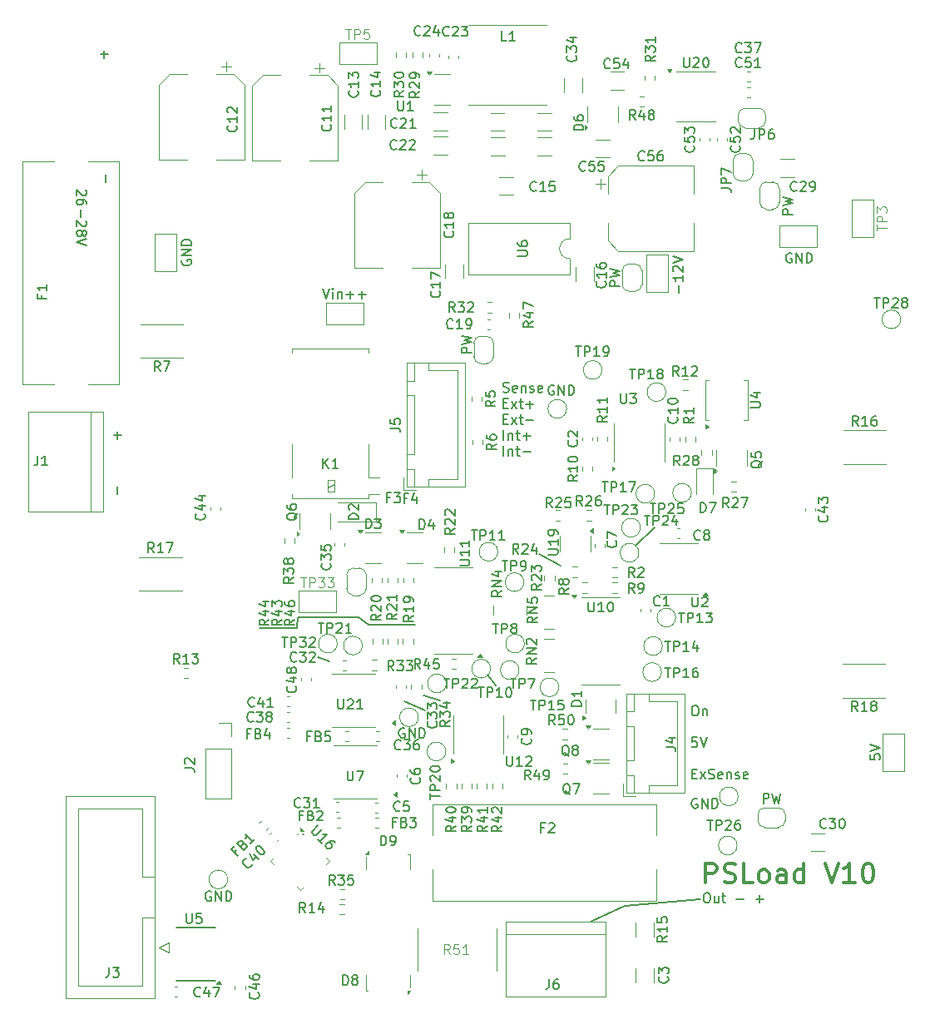
<source format=gbr>
%TF.GenerationSoftware,KiCad,Pcbnew,8.0.0*%
%TF.CreationDate,2024-03-22T17:01:39+01:00*%
%TF.ProjectId,PrezisoinPowerSupply,5072657a-6973-46f6-996e-506f77657253,rev?*%
%TF.SameCoordinates,Original*%
%TF.FileFunction,Legend,Top*%
%TF.FilePolarity,Positive*%
%FSLAX46Y46*%
G04 Gerber Fmt 4.6, Leading zero omitted, Abs format (unit mm)*
G04 Created by KiCad (PCBNEW 8.0.0) date 2024-03-22 17:01:39*
%MOMM*%
%LPD*%
G01*
G04 APERTURE LIST*
%ADD10C,0.150000*%
%ADD11C,0.300000*%
%ADD12C,0.100000*%
%ADD13C,0.120000*%
G04 APERTURE END LIST*
D10*
X144200000Y-117800000D02*
X143400000Y-116700000D01*
X134900000Y-119400000D02*
X137000000Y-120300000D01*
X124000000Y-111900000D02*
X124100000Y-110800000D01*
X131300000Y-111600000D02*
X136000000Y-111600000D01*
X126100000Y-114900000D02*
X127300000Y-115300000D01*
X160400000Y-101700000D02*
X158500000Y-103500000D01*
X148600000Y-104400000D02*
X150800000Y-105600000D01*
X130300000Y-110800000D02*
X131300000Y-111600000D01*
X165100000Y-139500000D02*
X157400000Y-140200000D01*
X157400000Y-140200000D02*
X153900000Y-141800000D01*
X136900000Y-118800000D02*
X138600000Y-119300000D01*
X120200000Y-111900000D02*
X124000000Y-111900000D01*
X124100000Y-110800000D02*
X130300000Y-110800000D01*
X144989160Y-87882424D02*
X145132017Y-87930043D01*
X145132017Y-87930043D02*
X145370112Y-87930043D01*
X145370112Y-87930043D02*
X145465350Y-87882424D01*
X145465350Y-87882424D02*
X145512969Y-87834804D01*
X145512969Y-87834804D02*
X145560588Y-87739566D01*
X145560588Y-87739566D02*
X145560588Y-87644328D01*
X145560588Y-87644328D02*
X145512969Y-87549090D01*
X145512969Y-87549090D02*
X145465350Y-87501471D01*
X145465350Y-87501471D02*
X145370112Y-87453852D01*
X145370112Y-87453852D02*
X145179636Y-87406233D01*
X145179636Y-87406233D02*
X145084398Y-87358614D01*
X145084398Y-87358614D02*
X145036779Y-87310995D01*
X145036779Y-87310995D02*
X144989160Y-87215757D01*
X144989160Y-87215757D02*
X144989160Y-87120519D01*
X144989160Y-87120519D02*
X145036779Y-87025281D01*
X145036779Y-87025281D02*
X145084398Y-86977662D01*
X145084398Y-86977662D02*
X145179636Y-86930043D01*
X145179636Y-86930043D02*
X145417731Y-86930043D01*
X145417731Y-86930043D02*
X145560588Y-86977662D01*
X146370112Y-87882424D02*
X146274874Y-87930043D01*
X146274874Y-87930043D02*
X146084398Y-87930043D01*
X146084398Y-87930043D02*
X145989160Y-87882424D01*
X145989160Y-87882424D02*
X145941541Y-87787185D01*
X145941541Y-87787185D02*
X145941541Y-87406233D01*
X145941541Y-87406233D02*
X145989160Y-87310995D01*
X145989160Y-87310995D02*
X146084398Y-87263376D01*
X146084398Y-87263376D02*
X146274874Y-87263376D01*
X146274874Y-87263376D02*
X146370112Y-87310995D01*
X146370112Y-87310995D02*
X146417731Y-87406233D01*
X146417731Y-87406233D02*
X146417731Y-87501471D01*
X146417731Y-87501471D02*
X145941541Y-87596709D01*
X146846303Y-87263376D02*
X146846303Y-87930043D01*
X146846303Y-87358614D02*
X146893922Y-87310995D01*
X146893922Y-87310995D02*
X146989160Y-87263376D01*
X146989160Y-87263376D02*
X147132017Y-87263376D01*
X147132017Y-87263376D02*
X147227255Y-87310995D01*
X147227255Y-87310995D02*
X147274874Y-87406233D01*
X147274874Y-87406233D02*
X147274874Y-87930043D01*
X147703446Y-87882424D02*
X147798684Y-87930043D01*
X147798684Y-87930043D02*
X147989160Y-87930043D01*
X147989160Y-87930043D02*
X148084398Y-87882424D01*
X148084398Y-87882424D02*
X148132017Y-87787185D01*
X148132017Y-87787185D02*
X148132017Y-87739566D01*
X148132017Y-87739566D02*
X148084398Y-87644328D01*
X148084398Y-87644328D02*
X147989160Y-87596709D01*
X147989160Y-87596709D02*
X147846303Y-87596709D01*
X147846303Y-87596709D02*
X147751065Y-87549090D01*
X147751065Y-87549090D02*
X147703446Y-87453852D01*
X147703446Y-87453852D02*
X147703446Y-87406233D01*
X147703446Y-87406233D02*
X147751065Y-87310995D01*
X147751065Y-87310995D02*
X147846303Y-87263376D01*
X147846303Y-87263376D02*
X147989160Y-87263376D01*
X147989160Y-87263376D02*
X148084398Y-87310995D01*
X148941541Y-87882424D02*
X148846303Y-87930043D01*
X148846303Y-87930043D02*
X148655827Y-87930043D01*
X148655827Y-87930043D02*
X148560589Y-87882424D01*
X148560589Y-87882424D02*
X148512970Y-87787185D01*
X148512970Y-87787185D02*
X148512970Y-87406233D01*
X148512970Y-87406233D02*
X148560589Y-87310995D01*
X148560589Y-87310995D02*
X148655827Y-87263376D01*
X148655827Y-87263376D02*
X148846303Y-87263376D01*
X148846303Y-87263376D02*
X148941541Y-87310995D01*
X148941541Y-87310995D02*
X148989160Y-87406233D01*
X148989160Y-87406233D02*
X148989160Y-87501471D01*
X148989160Y-87501471D02*
X148512970Y-87596709D01*
X145036779Y-89016177D02*
X145370112Y-89016177D01*
X145512969Y-89539987D02*
X145036779Y-89539987D01*
X145036779Y-89539987D02*
X145036779Y-88539987D01*
X145036779Y-88539987D02*
X145512969Y-88539987D01*
X145846303Y-89539987D02*
X146370112Y-88873320D01*
X145846303Y-88873320D02*
X146370112Y-89539987D01*
X146608208Y-88873320D02*
X146989160Y-88873320D01*
X146751065Y-88539987D02*
X146751065Y-89397129D01*
X146751065Y-89397129D02*
X146798684Y-89492368D01*
X146798684Y-89492368D02*
X146893922Y-89539987D01*
X146893922Y-89539987D02*
X146989160Y-89539987D01*
X147322494Y-89159034D02*
X148084399Y-89159034D01*
X147703446Y-89539987D02*
X147703446Y-88778082D01*
X145036779Y-90626121D02*
X145370112Y-90626121D01*
X145512969Y-91149931D02*
X145036779Y-91149931D01*
X145036779Y-91149931D02*
X145036779Y-90149931D01*
X145036779Y-90149931D02*
X145512969Y-90149931D01*
X145846303Y-91149931D02*
X146370112Y-90483264D01*
X145846303Y-90483264D02*
X146370112Y-91149931D01*
X146608208Y-90483264D02*
X146989160Y-90483264D01*
X146751065Y-90149931D02*
X146751065Y-91007073D01*
X146751065Y-91007073D02*
X146798684Y-91102312D01*
X146798684Y-91102312D02*
X146893922Y-91149931D01*
X146893922Y-91149931D02*
X146989160Y-91149931D01*
X147322494Y-90768978D02*
X148084399Y-90768978D01*
X145036779Y-92759875D02*
X145036779Y-91759875D01*
X145512969Y-92093208D02*
X145512969Y-92759875D01*
X145512969Y-92188446D02*
X145560588Y-92140827D01*
X145560588Y-92140827D02*
X145655826Y-92093208D01*
X145655826Y-92093208D02*
X145798683Y-92093208D01*
X145798683Y-92093208D02*
X145893921Y-92140827D01*
X145893921Y-92140827D02*
X145941540Y-92236065D01*
X145941540Y-92236065D02*
X145941540Y-92759875D01*
X146274874Y-92093208D02*
X146655826Y-92093208D01*
X146417731Y-91759875D02*
X146417731Y-92617017D01*
X146417731Y-92617017D02*
X146465350Y-92712256D01*
X146465350Y-92712256D02*
X146560588Y-92759875D01*
X146560588Y-92759875D02*
X146655826Y-92759875D01*
X146989160Y-92378922D02*
X147751065Y-92378922D01*
X147370112Y-92759875D02*
X147370112Y-91997970D01*
X145036779Y-94369819D02*
X145036779Y-93369819D01*
X145512969Y-93703152D02*
X145512969Y-94369819D01*
X145512969Y-93798390D02*
X145560588Y-93750771D01*
X145560588Y-93750771D02*
X145655826Y-93703152D01*
X145655826Y-93703152D02*
X145798683Y-93703152D01*
X145798683Y-93703152D02*
X145893921Y-93750771D01*
X145893921Y-93750771D02*
X145941540Y-93846009D01*
X145941540Y-93846009D02*
X145941540Y-94369819D01*
X146274874Y-93703152D02*
X146655826Y-93703152D01*
X146417731Y-93369819D02*
X146417731Y-94226961D01*
X146417731Y-94226961D02*
X146465350Y-94322200D01*
X146465350Y-94322200D02*
X146560588Y-94369819D01*
X146560588Y-94369819D02*
X146655826Y-94369819D01*
X146989160Y-93988866D02*
X147751065Y-93988866D01*
D11*
X165573558Y-137839638D02*
X165573558Y-135839638D01*
X165573558Y-135839638D02*
X166335463Y-135839638D01*
X166335463Y-135839638D02*
X166525939Y-135934876D01*
X166525939Y-135934876D02*
X166621177Y-136030114D01*
X166621177Y-136030114D02*
X166716415Y-136220590D01*
X166716415Y-136220590D02*
X166716415Y-136506304D01*
X166716415Y-136506304D02*
X166621177Y-136696780D01*
X166621177Y-136696780D02*
X166525939Y-136792019D01*
X166525939Y-136792019D02*
X166335463Y-136887257D01*
X166335463Y-136887257D02*
X165573558Y-136887257D01*
X167478320Y-137744400D02*
X167764034Y-137839638D01*
X167764034Y-137839638D02*
X168240225Y-137839638D01*
X168240225Y-137839638D02*
X168430701Y-137744400D01*
X168430701Y-137744400D02*
X168525939Y-137649161D01*
X168525939Y-137649161D02*
X168621177Y-137458685D01*
X168621177Y-137458685D02*
X168621177Y-137268209D01*
X168621177Y-137268209D02*
X168525939Y-137077733D01*
X168525939Y-137077733D02*
X168430701Y-136982495D01*
X168430701Y-136982495D02*
X168240225Y-136887257D01*
X168240225Y-136887257D02*
X167859272Y-136792019D01*
X167859272Y-136792019D02*
X167668796Y-136696780D01*
X167668796Y-136696780D02*
X167573558Y-136601542D01*
X167573558Y-136601542D02*
X167478320Y-136411066D01*
X167478320Y-136411066D02*
X167478320Y-136220590D01*
X167478320Y-136220590D02*
X167573558Y-136030114D01*
X167573558Y-136030114D02*
X167668796Y-135934876D01*
X167668796Y-135934876D02*
X167859272Y-135839638D01*
X167859272Y-135839638D02*
X168335463Y-135839638D01*
X168335463Y-135839638D02*
X168621177Y-135934876D01*
X170430701Y-137839638D02*
X169478320Y-137839638D01*
X169478320Y-137839638D02*
X169478320Y-135839638D01*
X171383082Y-137839638D02*
X171192606Y-137744400D01*
X171192606Y-137744400D02*
X171097368Y-137649161D01*
X171097368Y-137649161D02*
X171002130Y-137458685D01*
X171002130Y-137458685D02*
X171002130Y-136887257D01*
X171002130Y-136887257D02*
X171097368Y-136696780D01*
X171097368Y-136696780D02*
X171192606Y-136601542D01*
X171192606Y-136601542D02*
X171383082Y-136506304D01*
X171383082Y-136506304D02*
X171668797Y-136506304D01*
X171668797Y-136506304D02*
X171859273Y-136601542D01*
X171859273Y-136601542D02*
X171954511Y-136696780D01*
X171954511Y-136696780D02*
X172049749Y-136887257D01*
X172049749Y-136887257D02*
X172049749Y-137458685D01*
X172049749Y-137458685D02*
X171954511Y-137649161D01*
X171954511Y-137649161D02*
X171859273Y-137744400D01*
X171859273Y-137744400D02*
X171668797Y-137839638D01*
X171668797Y-137839638D02*
X171383082Y-137839638D01*
X173764035Y-137839638D02*
X173764035Y-136792019D01*
X173764035Y-136792019D02*
X173668797Y-136601542D01*
X173668797Y-136601542D02*
X173478321Y-136506304D01*
X173478321Y-136506304D02*
X173097368Y-136506304D01*
X173097368Y-136506304D02*
X172906892Y-136601542D01*
X173764035Y-137744400D02*
X173573559Y-137839638D01*
X173573559Y-137839638D02*
X173097368Y-137839638D01*
X173097368Y-137839638D02*
X172906892Y-137744400D01*
X172906892Y-137744400D02*
X172811654Y-137553923D01*
X172811654Y-137553923D02*
X172811654Y-137363447D01*
X172811654Y-137363447D02*
X172906892Y-137172971D01*
X172906892Y-137172971D02*
X173097368Y-137077733D01*
X173097368Y-137077733D02*
X173573559Y-137077733D01*
X173573559Y-137077733D02*
X173764035Y-136982495D01*
X175573559Y-137839638D02*
X175573559Y-135839638D01*
X175573559Y-137744400D02*
X175383083Y-137839638D01*
X175383083Y-137839638D02*
X175002130Y-137839638D01*
X175002130Y-137839638D02*
X174811654Y-137744400D01*
X174811654Y-137744400D02*
X174716416Y-137649161D01*
X174716416Y-137649161D02*
X174621178Y-137458685D01*
X174621178Y-137458685D02*
X174621178Y-136887257D01*
X174621178Y-136887257D02*
X174716416Y-136696780D01*
X174716416Y-136696780D02*
X174811654Y-136601542D01*
X174811654Y-136601542D02*
X175002130Y-136506304D01*
X175002130Y-136506304D02*
X175383083Y-136506304D01*
X175383083Y-136506304D02*
X175573559Y-136601542D01*
X177764036Y-135839638D02*
X178430702Y-137839638D01*
X178430702Y-137839638D02*
X179097369Y-135839638D01*
X180811655Y-137839638D02*
X179668798Y-137839638D01*
X180240226Y-137839638D02*
X180240226Y-135839638D01*
X180240226Y-135839638D02*
X180049750Y-136125352D01*
X180049750Y-136125352D02*
X179859274Y-136315828D01*
X179859274Y-136315828D02*
X179668798Y-136411066D01*
X182049750Y-135839638D02*
X182240227Y-135839638D01*
X182240227Y-135839638D02*
X182430703Y-135934876D01*
X182430703Y-135934876D02*
X182525941Y-136030114D01*
X182525941Y-136030114D02*
X182621179Y-136220590D01*
X182621179Y-136220590D02*
X182716417Y-136601542D01*
X182716417Y-136601542D02*
X182716417Y-137077733D01*
X182716417Y-137077733D02*
X182621179Y-137458685D01*
X182621179Y-137458685D02*
X182525941Y-137649161D01*
X182525941Y-137649161D02*
X182430703Y-137744400D01*
X182430703Y-137744400D02*
X182240227Y-137839638D01*
X182240227Y-137839638D02*
X182049750Y-137839638D01*
X182049750Y-137839638D02*
X181859274Y-137744400D01*
X181859274Y-137744400D02*
X181764036Y-137649161D01*
X181764036Y-137649161D02*
X181668798Y-137458685D01*
X181668798Y-137458685D02*
X181573560Y-137077733D01*
X181573560Y-137077733D02*
X181573560Y-136601542D01*
X181573560Y-136601542D02*
X181668798Y-136220590D01*
X181668798Y-136220590D02*
X181764036Y-136030114D01*
X181764036Y-136030114D02*
X181859274Y-135934876D01*
X181859274Y-135934876D02*
X182049750Y-135839638D01*
D10*
X104538866Y-66513220D02*
X104538866Y-65751316D01*
X105688866Y-98263220D02*
X105688866Y-97501316D01*
X102484942Y-67339160D02*
X102532561Y-67386779D01*
X102532561Y-67386779D02*
X102580180Y-67482017D01*
X102580180Y-67482017D02*
X102580180Y-67720112D01*
X102580180Y-67720112D02*
X102532561Y-67815350D01*
X102532561Y-67815350D02*
X102484942Y-67862969D01*
X102484942Y-67862969D02*
X102389704Y-67910588D01*
X102389704Y-67910588D02*
X102294466Y-67910588D01*
X102294466Y-67910588D02*
X102151609Y-67862969D01*
X102151609Y-67862969D02*
X101580180Y-67291541D01*
X101580180Y-67291541D02*
X101580180Y-67910588D01*
X102580180Y-68767731D02*
X102580180Y-68577255D01*
X102580180Y-68577255D02*
X102532561Y-68482017D01*
X102532561Y-68482017D02*
X102484942Y-68434398D01*
X102484942Y-68434398D02*
X102342085Y-68339160D01*
X102342085Y-68339160D02*
X102151609Y-68291541D01*
X102151609Y-68291541D02*
X101770657Y-68291541D01*
X101770657Y-68291541D02*
X101675419Y-68339160D01*
X101675419Y-68339160D02*
X101627800Y-68386779D01*
X101627800Y-68386779D02*
X101580180Y-68482017D01*
X101580180Y-68482017D02*
X101580180Y-68672493D01*
X101580180Y-68672493D02*
X101627800Y-68767731D01*
X101627800Y-68767731D02*
X101675419Y-68815350D01*
X101675419Y-68815350D02*
X101770657Y-68862969D01*
X101770657Y-68862969D02*
X102008752Y-68862969D01*
X102008752Y-68862969D02*
X102103990Y-68815350D01*
X102103990Y-68815350D02*
X102151609Y-68767731D01*
X102151609Y-68767731D02*
X102199228Y-68672493D01*
X102199228Y-68672493D02*
X102199228Y-68482017D01*
X102199228Y-68482017D02*
X102151609Y-68386779D01*
X102151609Y-68386779D02*
X102103990Y-68339160D01*
X102103990Y-68339160D02*
X102008752Y-68291541D01*
X101961133Y-69291541D02*
X101961133Y-70053446D01*
X102484942Y-70482017D02*
X102532561Y-70529636D01*
X102532561Y-70529636D02*
X102580180Y-70624874D01*
X102580180Y-70624874D02*
X102580180Y-70862969D01*
X102580180Y-70862969D02*
X102532561Y-70958207D01*
X102532561Y-70958207D02*
X102484942Y-71005826D01*
X102484942Y-71005826D02*
X102389704Y-71053445D01*
X102389704Y-71053445D02*
X102294466Y-71053445D01*
X102294466Y-71053445D02*
X102151609Y-71005826D01*
X102151609Y-71005826D02*
X101580180Y-70434398D01*
X101580180Y-70434398D02*
X101580180Y-71053445D01*
X102151609Y-71624874D02*
X102199228Y-71529636D01*
X102199228Y-71529636D02*
X102246847Y-71482017D01*
X102246847Y-71482017D02*
X102342085Y-71434398D01*
X102342085Y-71434398D02*
X102389704Y-71434398D01*
X102389704Y-71434398D02*
X102484942Y-71482017D01*
X102484942Y-71482017D02*
X102532561Y-71529636D01*
X102532561Y-71529636D02*
X102580180Y-71624874D01*
X102580180Y-71624874D02*
X102580180Y-71815350D01*
X102580180Y-71815350D02*
X102532561Y-71910588D01*
X102532561Y-71910588D02*
X102484942Y-71958207D01*
X102484942Y-71958207D02*
X102389704Y-72005826D01*
X102389704Y-72005826D02*
X102342085Y-72005826D01*
X102342085Y-72005826D02*
X102246847Y-71958207D01*
X102246847Y-71958207D02*
X102199228Y-71910588D01*
X102199228Y-71910588D02*
X102151609Y-71815350D01*
X102151609Y-71815350D02*
X102151609Y-71624874D01*
X102151609Y-71624874D02*
X102103990Y-71529636D01*
X102103990Y-71529636D02*
X102056371Y-71482017D01*
X102056371Y-71482017D02*
X101961133Y-71434398D01*
X101961133Y-71434398D02*
X101770657Y-71434398D01*
X101770657Y-71434398D02*
X101675419Y-71482017D01*
X101675419Y-71482017D02*
X101627800Y-71529636D01*
X101627800Y-71529636D02*
X101580180Y-71624874D01*
X101580180Y-71624874D02*
X101580180Y-71815350D01*
X101580180Y-71815350D02*
X101627800Y-71910588D01*
X101627800Y-71910588D02*
X101675419Y-71958207D01*
X101675419Y-71958207D02*
X101770657Y-72005826D01*
X101770657Y-72005826D02*
X101961133Y-72005826D01*
X101961133Y-72005826D02*
X102056371Y-71958207D01*
X102056371Y-71958207D02*
X102103990Y-71910588D01*
X102103990Y-71910588D02*
X102151609Y-71815350D01*
X102580180Y-72291541D02*
X101580180Y-72624874D01*
X101580180Y-72624874D02*
X102580180Y-72958207D01*
X105336779Y-92288866D02*
X106098684Y-92288866D01*
X105717731Y-92669819D02*
X105717731Y-91907914D01*
X103986779Y-53538866D02*
X104748684Y-53538866D01*
X104367731Y-53919819D02*
X104367731Y-53157914D01*
X164427255Y-119830043D02*
X164617731Y-119830043D01*
X164617731Y-119830043D02*
X164712969Y-119877662D01*
X164712969Y-119877662D02*
X164808207Y-119972900D01*
X164808207Y-119972900D02*
X164855826Y-120163376D01*
X164855826Y-120163376D02*
X164855826Y-120496709D01*
X164855826Y-120496709D02*
X164808207Y-120687185D01*
X164808207Y-120687185D02*
X164712969Y-120782424D01*
X164712969Y-120782424D02*
X164617731Y-120830043D01*
X164617731Y-120830043D02*
X164427255Y-120830043D01*
X164427255Y-120830043D02*
X164332017Y-120782424D01*
X164332017Y-120782424D02*
X164236779Y-120687185D01*
X164236779Y-120687185D02*
X164189160Y-120496709D01*
X164189160Y-120496709D02*
X164189160Y-120163376D01*
X164189160Y-120163376D02*
X164236779Y-119972900D01*
X164236779Y-119972900D02*
X164332017Y-119877662D01*
X164332017Y-119877662D02*
X164427255Y-119830043D01*
X165284398Y-120163376D02*
X165284398Y-120830043D01*
X165284398Y-120258614D02*
X165332017Y-120210995D01*
X165332017Y-120210995D02*
X165427255Y-120163376D01*
X165427255Y-120163376D02*
X165570112Y-120163376D01*
X165570112Y-120163376D02*
X165665350Y-120210995D01*
X165665350Y-120210995D02*
X165712969Y-120306233D01*
X165712969Y-120306233D02*
X165712969Y-120830043D01*
X164712969Y-123049931D02*
X164236779Y-123049931D01*
X164236779Y-123049931D02*
X164189160Y-123526121D01*
X164189160Y-123526121D02*
X164236779Y-123478502D01*
X164236779Y-123478502D02*
X164332017Y-123430883D01*
X164332017Y-123430883D02*
X164570112Y-123430883D01*
X164570112Y-123430883D02*
X164665350Y-123478502D01*
X164665350Y-123478502D02*
X164712969Y-123526121D01*
X164712969Y-123526121D02*
X164760588Y-123621359D01*
X164760588Y-123621359D02*
X164760588Y-123859454D01*
X164760588Y-123859454D02*
X164712969Y-123954692D01*
X164712969Y-123954692D02*
X164665350Y-124002312D01*
X164665350Y-124002312D02*
X164570112Y-124049931D01*
X164570112Y-124049931D02*
X164332017Y-124049931D01*
X164332017Y-124049931D02*
X164236779Y-124002312D01*
X164236779Y-124002312D02*
X164189160Y-123954692D01*
X165046303Y-123049931D02*
X165379636Y-124049931D01*
X165379636Y-124049931D02*
X165712969Y-123049931D01*
X164236779Y-126746009D02*
X164570112Y-126746009D01*
X164712969Y-127269819D02*
X164236779Y-127269819D01*
X164236779Y-127269819D02*
X164236779Y-126269819D01*
X164236779Y-126269819D02*
X164712969Y-126269819D01*
X165046303Y-127269819D02*
X165570112Y-126603152D01*
X165046303Y-126603152D02*
X165570112Y-127269819D01*
X165903446Y-127222200D02*
X166046303Y-127269819D01*
X166046303Y-127269819D02*
X166284398Y-127269819D01*
X166284398Y-127269819D02*
X166379636Y-127222200D01*
X166379636Y-127222200D02*
X166427255Y-127174580D01*
X166427255Y-127174580D02*
X166474874Y-127079342D01*
X166474874Y-127079342D02*
X166474874Y-126984104D01*
X166474874Y-126984104D02*
X166427255Y-126888866D01*
X166427255Y-126888866D02*
X166379636Y-126841247D01*
X166379636Y-126841247D02*
X166284398Y-126793628D01*
X166284398Y-126793628D02*
X166093922Y-126746009D01*
X166093922Y-126746009D02*
X165998684Y-126698390D01*
X165998684Y-126698390D02*
X165951065Y-126650771D01*
X165951065Y-126650771D02*
X165903446Y-126555533D01*
X165903446Y-126555533D02*
X165903446Y-126460295D01*
X165903446Y-126460295D02*
X165951065Y-126365057D01*
X165951065Y-126365057D02*
X165998684Y-126317438D01*
X165998684Y-126317438D02*
X166093922Y-126269819D01*
X166093922Y-126269819D02*
X166332017Y-126269819D01*
X166332017Y-126269819D02*
X166474874Y-126317438D01*
X167284398Y-127222200D02*
X167189160Y-127269819D01*
X167189160Y-127269819D02*
X166998684Y-127269819D01*
X166998684Y-127269819D02*
X166903446Y-127222200D01*
X166903446Y-127222200D02*
X166855827Y-127126961D01*
X166855827Y-127126961D02*
X166855827Y-126746009D01*
X166855827Y-126746009D02*
X166903446Y-126650771D01*
X166903446Y-126650771D02*
X166998684Y-126603152D01*
X166998684Y-126603152D02*
X167189160Y-126603152D01*
X167189160Y-126603152D02*
X167284398Y-126650771D01*
X167284398Y-126650771D02*
X167332017Y-126746009D01*
X167332017Y-126746009D02*
X167332017Y-126841247D01*
X167332017Y-126841247D02*
X166855827Y-126936485D01*
X167760589Y-126603152D02*
X167760589Y-127269819D01*
X167760589Y-126698390D02*
X167808208Y-126650771D01*
X167808208Y-126650771D02*
X167903446Y-126603152D01*
X167903446Y-126603152D02*
X168046303Y-126603152D01*
X168046303Y-126603152D02*
X168141541Y-126650771D01*
X168141541Y-126650771D02*
X168189160Y-126746009D01*
X168189160Y-126746009D02*
X168189160Y-127269819D01*
X168617732Y-127222200D02*
X168712970Y-127269819D01*
X168712970Y-127269819D02*
X168903446Y-127269819D01*
X168903446Y-127269819D02*
X168998684Y-127222200D01*
X168998684Y-127222200D02*
X169046303Y-127126961D01*
X169046303Y-127126961D02*
X169046303Y-127079342D01*
X169046303Y-127079342D02*
X168998684Y-126984104D01*
X168998684Y-126984104D02*
X168903446Y-126936485D01*
X168903446Y-126936485D02*
X168760589Y-126936485D01*
X168760589Y-126936485D02*
X168665351Y-126888866D01*
X168665351Y-126888866D02*
X168617732Y-126793628D01*
X168617732Y-126793628D02*
X168617732Y-126746009D01*
X168617732Y-126746009D02*
X168665351Y-126650771D01*
X168665351Y-126650771D02*
X168760589Y-126603152D01*
X168760589Y-126603152D02*
X168903446Y-126603152D01*
X168903446Y-126603152D02*
X168998684Y-126650771D01*
X169855827Y-127222200D02*
X169760589Y-127269819D01*
X169760589Y-127269819D02*
X169570113Y-127269819D01*
X169570113Y-127269819D02*
X169474875Y-127222200D01*
X169474875Y-127222200D02*
X169427256Y-127126961D01*
X169427256Y-127126961D02*
X169427256Y-126746009D01*
X169427256Y-126746009D02*
X169474875Y-126650771D01*
X169474875Y-126650771D02*
X169570113Y-126603152D01*
X169570113Y-126603152D02*
X169760589Y-126603152D01*
X169760589Y-126603152D02*
X169855827Y-126650771D01*
X169855827Y-126650771D02*
X169903446Y-126746009D01*
X169903446Y-126746009D02*
X169903446Y-126841247D01*
X169903446Y-126841247D02*
X169427256Y-126936485D01*
X165627255Y-138869819D02*
X165817731Y-138869819D01*
X165817731Y-138869819D02*
X165912969Y-138917438D01*
X165912969Y-138917438D02*
X166008207Y-139012676D01*
X166008207Y-139012676D02*
X166055826Y-139203152D01*
X166055826Y-139203152D02*
X166055826Y-139536485D01*
X166055826Y-139536485D02*
X166008207Y-139726961D01*
X166008207Y-139726961D02*
X165912969Y-139822200D01*
X165912969Y-139822200D02*
X165817731Y-139869819D01*
X165817731Y-139869819D02*
X165627255Y-139869819D01*
X165627255Y-139869819D02*
X165532017Y-139822200D01*
X165532017Y-139822200D02*
X165436779Y-139726961D01*
X165436779Y-139726961D02*
X165389160Y-139536485D01*
X165389160Y-139536485D02*
X165389160Y-139203152D01*
X165389160Y-139203152D02*
X165436779Y-139012676D01*
X165436779Y-139012676D02*
X165532017Y-138917438D01*
X165532017Y-138917438D02*
X165627255Y-138869819D01*
X166912969Y-139203152D02*
X166912969Y-139869819D01*
X166484398Y-139203152D02*
X166484398Y-139726961D01*
X166484398Y-139726961D02*
X166532017Y-139822200D01*
X166532017Y-139822200D02*
X166627255Y-139869819D01*
X166627255Y-139869819D02*
X166770112Y-139869819D01*
X166770112Y-139869819D02*
X166865350Y-139822200D01*
X166865350Y-139822200D02*
X166912969Y-139774580D01*
X167246303Y-139203152D02*
X167627255Y-139203152D01*
X167389160Y-138869819D02*
X167389160Y-139726961D01*
X167389160Y-139726961D02*
X167436779Y-139822200D01*
X167436779Y-139822200D02*
X167532017Y-139869819D01*
X167532017Y-139869819D02*
X167627255Y-139869819D01*
X168722494Y-139488866D02*
X169484399Y-139488866D01*
X170722494Y-139488866D02*
X171484399Y-139488866D01*
X171103446Y-139869819D02*
X171103446Y-139107914D01*
X114559580Y-100292857D02*
X114607200Y-100340476D01*
X114607200Y-100340476D02*
X114654819Y-100483333D01*
X114654819Y-100483333D02*
X114654819Y-100578571D01*
X114654819Y-100578571D02*
X114607200Y-100721428D01*
X114607200Y-100721428D02*
X114511961Y-100816666D01*
X114511961Y-100816666D02*
X114416723Y-100864285D01*
X114416723Y-100864285D02*
X114226247Y-100911904D01*
X114226247Y-100911904D02*
X114083390Y-100911904D01*
X114083390Y-100911904D02*
X113892914Y-100864285D01*
X113892914Y-100864285D02*
X113797676Y-100816666D01*
X113797676Y-100816666D02*
X113702438Y-100721428D01*
X113702438Y-100721428D02*
X113654819Y-100578571D01*
X113654819Y-100578571D02*
X113654819Y-100483333D01*
X113654819Y-100483333D02*
X113702438Y-100340476D01*
X113702438Y-100340476D02*
X113750057Y-100292857D01*
X113988152Y-99435714D02*
X114654819Y-99435714D01*
X113607200Y-99673809D02*
X114321485Y-99911904D01*
X114321485Y-99911904D02*
X114321485Y-99292857D01*
X113988152Y-98483333D02*
X114654819Y-98483333D01*
X113607200Y-98721428D02*
X114321485Y-98959523D01*
X114321485Y-98959523D02*
X114321485Y-98340476D01*
X135216666Y-98681009D02*
X134883333Y-98681009D01*
X134883333Y-99204819D02*
X134883333Y-98204819D01*
X134883333Y-98204819D02*
X135359523Y-98204819D01*
X136169047Y-98538152D02*
X136169047Y-99204819D01*
X135930952Y-98157200D02*
X135692857Y-98871485D01*
X135692857Y-98871485D02*
X136311904Y-98871485D01*
X133466666Y-98631009D02*
X133133333Y-98631009D01*
X133133333Y-99154819D02*
X133133333Y-98154819D01*
X133133333Y-98154819D02*
X133609523Y-98154819D01*
X133895238Y-98154819D02*
X134514285Y-98154819D01*
X134514285Y-98154819D02*
X134180952Y-98535771D01*
X134180952Y-98535771D02*
X134323809Y-98535771D01*
X134323809Y-98535771D02*
X134419047Y-98583390D01*
X134419047Y-98583390D02*
X134466666Y-98631009D01*
X134466666Y-98631009D02*
X134514285Y-98726247D01*
X134514285Y-98726247D02*
X134514285Y-98964342D01*
X134514285Y-98964342D02*
X134466666Y-99059580D01*
X134466666Y-99059580D02*
X134419047Y-99107200D01*
X134419047Y-99107200D02*
X134323809Y-99154819D01*
X134323809Y-99154819D02*
X134038095Y-99154819D01*
X134038095Y-99154819D02*
X133942857Y-99107200D01*
X133942857Y-99107200D02*
X133895238Y-99059580D01*
X177959580Y-100492857D02*
X178007200Y-100540476D01*
X178007200Y-100540476D02*
X178054819Y-100683333D01*
X178054819Y-100683333D02*
X178054819Y-100778571D01*
X178054819Y-100778571D02*
X178007200Y-100921428D01*
X178007200Y-100921428D02*
X177911961Y-101016666D01*
X177911961Y-101016666D02*
X177816723Y-101064285D01*
X177816723Y-101064285D02*
X177626247Y-101111904D01*
X177626247Y-101111904D02*
X177483390Y-101111904D01*
X177483390Y-101111904D02*
X177292914Y-101064285D01*
X177292914Y-101064285D02*
X177197676Y-101016666D01*
X177197676Y-101016666D02*
X177102438Y-100921428D01*
X177102438Y-100921428D02*
X177054819Y-100778571D01*
X177054819Y-100778571D02*
X177054819Y-100683333D01*
X177054819Y-100683333D02*
X177102438Y-100540476D01*
X177102438Y-100540476D02*
X177150057Y-100492857D01*
X177388152Y-99635714D02*
X178054819Y-99635714D01*
X177007200Y-99873809D02*
X177721485Y-100111904D01*
X177721485Y-100111904D02*
X177721485Y-99492857D01*
X177054819Y-99207142D02*
X177054819Y-98588095D01*
X177054819Y-98588095D02*
X177435771Y-98921428D01*
X177435771Y-98921428D02*
X177435771Y-98778571D01*
X177435771Y-98778571D02*
X177483390Y-98683333D01*
X177483390Y-98683333D02*
X177531009Y-98635714D01*
X177531009Y-98635714D02*
X177626247Y-98588095D01*
X177626247Y-98588095D02*
X177864342Y-98588095D01*
X177864342Y-98588095D02*
X177959580Y-98635714D01*
X177959580Y-98635714D02*
X178007200Y-98683333D01*
X178007200Y-98683333D02*
X178054819Y-98778571D01*
X178054819Y-98778571D02*
X178054819Y-99064285D01*
X178054819Y-99064285D02*
X178007200Y-99159523D01*
X178007200Y-99159523D02*
X177959580Y-99207142D01*
X126638096Y-77354819D02*
X126971429Y-78354819D01*
X126971429Y-78354819D02*
X127304762Y-77354819D01*
X127638096Y-78354819D02*
X127638096Y-77688152D01*
X127638096Y-77354819D02*
X127590477Y-77402438D01*
X127590477Y-77402438D02*
X127638096Y-77450057D01*
X127638096Y-77450057D02*
X127685715Y-77402438D01*
X127685715Y-77402438D02*
X127638096Y-77354819D01*
X127638096Y-77354819D02*
X127638096Y-77450057D01*
X128114286Y-77688152D02*
X128114286Y-78354819D01*
X128114286Y-77783390D02*
X128161905Y-77735771D01*
X128161905Y-77735771D02*
X128257143Y-77688152D01*
X128257143Y-77688152D02*
X128400000Y-77688152D01*
X128400000Y-77688152D02*
X128495238Y-77735771D01*
X128495238Y-77735771D02*
X128542857Y-77831009D01*
X128542857Y-77831009D02*
X128542857Y-78354819D01*
X129019048Y-77973866D02*
X129780953Y-77973866D01*
X129400000Y-78354819D02*
X129400000Y-77592914D01*
X130257143Y-77973866D02*
X131019048Y-77973866D01*
X130638095Y-78354819D02*
X130638095Y-77592914D01*
D12*
X128938095Y-50957419D02*
X129509523Y-50957419D01*
X129223809Y-51957419D02*
X129223809Y-50957419D01*
X129842857Y-51957419D02*
X129842857Y-50957419D01*
X129842857Y-50957419D02*
X130223809Y-50957419D01*
X130223809Y-50957419D02*
X130319047Y-51005038D01*
X130319047Y-51005038D02*
X130366666Y-51052657D01*
X130366666Y-51052657D02*
X130414285Y-51147895D01*
X130414285Y-51147895D02*
X130414285Y-51290752D01*
X130414285Y-51290752D02*
X130366666Y-51385990D01*
X130366666Y-51385990D02*
X130319047Y-51433609D01*
X130319047Y-51433609D02*
X130223809Y-51481228D01*
X130223809Y-51481228D02*
X129842857Y-51481228D01*
X131319047Y-50957419D02*
X130842857Y-50957419D01*
X130842857Y-50957419D02*
X130795238Y-51433609D01*
X130795238Y-51433609D02*
X130842857Y-51385990D01*
X130842857Y-51385990D02*
X130938095Y-51338371D01*
X130938095Y-51338371D02*
X131176190Y-51338371D01*
X131176190Y-51338371D02*
X131271428Y-51385990D01*
X131271428Y-51385990D02*
X131319047Y-51433609D01*
X131319047Y-51433609D02*
X131366666Y-51528847D01*
X131366666Y-51528847D02*
X131366666Y-51766942D01*
X131366666Y-51766942D02*
X131319047Y-51862180D01*
X131319047Y-51862180D02*
X131271428Y-51909800D01*
X131271428Y-51909800D02*
X131176190Y-51957419D01*
X131176190Y-51957419D02*
X130938095Y-51957419D01*
X130938095Y-51957419D02*
X130842857Y-51909800D01*
X130842857Y-51909800D02*
X130795238Y-51862180D01*
D10*
X124857142Y-140854819D02*
X124523809Y-140378628D01*
X124285714Y-140854819D02*
X124285714Y-139854819D01*
X124285714Y-139854819D02*
X124666666Y-139854819D01*
X124666666Y-139854819D02*
X124761904Y-139902438D01*
X124761904Y-139902438D02*
X124809523Y-139950057D01*
X124809523Y-139950057D02*
X124857142Y-140045295D01*
X124857142Y-140045295D02*
X124857142Y-140188152D01*
X124857142Y-140188152D02*
X124809523Y-140283390D01*
X124809523Y-140283390D02*
X124761904Y-140331009D01*
X124761904Y-140331009D02*
X124666666Y-140378628D01*
X124666666Y-140378628D02*
X124285714Y-140378628D01*
X125809523Y-140854819D02*
X125238095Y-140854819D01*
X125523809Y-140854819D02*
X125523809Y-139854819D01*
X125523809Y-139854819D02*
X125428571Y-139997676D01*
X125428571Y-139997676D02*
X125333333Y-140092914D01*
X125333333Y-140092914D02*
X125238095Y-140140533D01*
X126666666Y-140188152D02*
X126666666Y-140854819D01*
X126428571Y-139807200D02*
X126190476Y-140521485D01*
X126190476Y-140521485D02*
X126809523Y-140521485D01*
X139469642Y-51572080D02*
X139422023Y-51619700D01*
X139422023Y-51619700D02*
X139279166Y-51667319D01*
X139279166Y-51667319D02*
X139183928Y-51667319D01*
X139183928Y-51667319D02*
X139041071Y-51619700D01*
X139041071Y-51619700D02*
X138945833Y-51524461D01*
X138945833Y-51524461D02*
X138898214Y-51429223D01*
X138898214Y-51429223D02*
X138850595Y-51238747D01*
X138850595Y-51238747D02*
X138850595Y-51095890D01*
X138850595Y-51095890D02*
X138898214Y-50905414D01*
X138898214Y-50905414D02*
X138945833Y-50810176D01*
X138945833Y-50810176D02*
X139041071Y-50714938D01*
X139041071Y-50714938D02*
X139183928Y-50667319D01*
X139183928Y-50667319D02*
X139279166Y-50667319D01*
X139279166Y-50667319D02*
X139422023Y-50714938D01*
X139422023Y-50714938D02*
X139469642Y-50762557D01*
X139850595Y-50762557D02*
X139898214Y-50714938D01*
X139898214Y-50714938D02*
X139993452Y-50667319D01*
X139993452Y-50667319D02*
X140231547Y-50667319D01*
X140231547Y-50667319D02*
X140326785Y-50714938D01*
X140326785Y-50714938D02*
X140374404Y-50762557D01*
X140374404Y-50762557D02*
X140422023Y-50857795D01*
X140422023Y-50857795D02*
X140422023Y-50953033D01*
X140422023Y-50953033D02*
X140374404Y-51095890D01*
X140374404Y-51095890D02*
X139802976Y-51667319D01*
X139802976Y-51667319D02*
X140422023Y-51667319D01*
X140755357Y-50667319D02*
X141374404Y-50667319D01*
X141374404Y-50667319D02*
X141041071Y-51048271D01*
X141041071Y-51048271D02*
X141183928Y-51048271D01*
X141183928Y-51048271D02*
X141279166Y-51095890D01*
X141279166Y-51095890D02*
X141326785Y-51143509D01*
X141326785Y-51143509D02*
X141374404Y-51238747D01*
X141374404Y-51238747D02*
X141374404Y-51476842D01*
X141374404Y-51476842D02*
X141326785Y-51572080D01*
X141326785Y-51572080D02*
X141279166Y-51619700D01*
X141279166Y-51619700D02*
X141183928Y-51667319D01*
X141183928Y-51667319D02*
X140898214Y-51667319D01*
X140898214Y-51667319D02*
X140802976Y-51619700D01*
X140802976Y-51619700D02*
X140755357Y-51572080D01*
D12*
X124361905Y-106757419D02*
X124933333Y-106757419D01*
X124647619Y-107757419D02*
X124647619Y-106757419D01*
X125266667Y-107757419D02*
X125266667Y-106757419D01*
X125266667Y-106757419D02*
X125647619Y-106757419D01*
X125647619Y-106757419D02*
X125742857Y-106805038D01*
X125742857Y-106805038D02*
X125790476Y-106852657D01*
X125790476Y-106852657D02*
X125838095Y-106947895D01*
X125838095Y-106947895D02*
X125838095Y-107090752D01*
X125838095Y-107090752D02*
X125790476Y-107185990D01*
X125790476Y-107185990D02*
X125742857Y-107233609D01*
X125742857Y-107233609D02*
X125647619Y-107281228D01*
X125647619Y-107281228D02*
X125266667Y-107281228D01*
X126171429Y-106757419D02*
X126790476Y-106757419D01*
X126790476Y-106757419D02*
X126457143Y-107138371D01*
X126457143Y-107138371D02*
X126600000Y-107138371D01*
X126600000Y-107138371D02*
X126695238Y-107185990D01*
X126695238Y-107185990D02*
X126742857Y-107233609D01*
X126742857Y-107233609D02*
X126790476Y-107328847D01*
X126790476Y-107328847D02*
X126790476Y-107566942D01*
X126790476Y-107566942D02*
X126742857Y-107662180D01*
X126742857Y-107662180D02*
X126695238Y-107709800D01*
X126695238Y-107709800D02*
X126600000Y-107757419D01*
X126600000Y-107757419D02*
X126314286Y-107757419D01*
X126314286Y-107757419D02*
X126219048Y-107709800D01*
X126219048Y-107709800D02*
X126171429Y-107662180D01*
X127123810Y-106757419D02*
X127742857Y-106757419D01*
X127742857Y-106757419D02*
X127409524Y-107138371D01*
X127409524Y-107138371D02*
X127552381Y-107138371D01*
X127552381Y-107138371D02*
X127647619Y-107185990D01*
X127647619Y-107185990D02*
X127695238Y-107233609D01*
X127695238Y-107233609D02*
X127742857Y-107328847D01*
X127742857Y-107328847D02*
X127742857Y-107566942D01*
X127742857Y-107566942D02*
X127695238Y-107662180D01*
X127695238Y-107662180D02*
X127647619Y-107709800D01*
X127647619Y-107709800D02*
X127552381Y-107757419D01*
X127552381Y-107757419D02*
X127266667Y-107757419D01*
X127266667Y-107757419D02*
X127171429Y-107709800D01*
X127171429Y-107709800D02*
X127123810Y-107662180D01*
D10*
X132511905Y-134054819D02*
X132511905Y-133054819D01*
X132511905Y-133054819D02*
X132750000Y-133054819D01*
X132750000Y-133054819D02*
X132892857Y-133102438D01*
X132892857Y-133102438D02*
X132988095Y-133197676D01*
X132988095Y-133197676D02*
X133035714Y-133292914D01*
X133035714Y-133292914D02*
X133083333Y-133483390D01*
X133083333Y-133483390D02*
X133083333Y-133626247D01*
X133083333Y-133626247D02*
X133035714Y-133816723D01*
X133035714Y-133816723D02*
X132988095Y-133911961D01*
X132988095Y-133911961D02*
X132892857Y-134007200D01*
X132892857Y-134007200D02*
X132750000Y-134054819D01*
X132750000Y-134054819D02*
X132511905Y-134054819D01*
X133559524Y-134054819D02*
X133750000Y-134054819D01*
X133750000Y-134054819D02*
X133845238Y-134007200D01*
X133845238Y-134007200D02*
X133892857Y-133959580D01*
X133892857Y-133959580D02*
X133988095Y-133816723D01*
X133988095Y-133816723D02*
X134035714Y-133626247D01*
X134035714Y-133626247D02*
X134035714Y-133245295D01*
X134035714Y-133245295D02*
X133988095Y-133150057D01*
X133988095Y-133150057D02*
X133940476Y-133102438D01*
X133940476Y-133102438D02*
X133845238Y-133054819D01*
X133845238Y-133054819D02*
X133654762Y-133054819D01*
X133654762Y-133054819D02*
X133559524Y-133102438D01*
X133559524Y-133102438D02*
X133511905Y-133150057D01*
X133511905Y-133150057D02*
X133464286Y-133245295D01*
X133464286Y-133245295D02*
X133464286Y-133483390D01*
X133464286Y-133483390D02*
X133511905Y-133578628D01*
X133511905Y-133578628D02*
X133559524Y-133626247D01*
X133559524Y-133626247D02*
X133654762Y-133673866D01*
X133654762Y-133673866D02*
X133845238Y-133673866D01*
X133845238Y-133673866D02*
X133940476Y-133626247D01*
X133940476Y-133626247D02*
X133988095Y-133578628D01*
X133988095Y-133578628D02*
X134035714Y-133483390D01*
X158333333Y-108354819D02*
X158000000Y-107878628D01*
X157761905Y-108354819D02*
X157761905Y-107354819D01*
X157761905Y-107354819D02*
X158142857Y-107354819D01*
X158142857Y-107354819D02*
X158238095Y-107402438D01*
X158238095Y-107402438D02*
X158285714Y-107450057D01*
X158285714Y-107450057D02*
X158333333Y-107545295D01*
X158333333Y-107545295D02*
X158333333Y-107688152D01*
X158333333Y-107688152D02*
X158285714Y-107783390D01*
X158285714Y-107783390D02*
X158238095Y-107831009D01*
X158238095Y-107831009D02*
X158142857Y-107878628D01*
X158142857Y-107878628D02*
X157761905Y-107878628D01*
X158809524Y-108354819D02*
X159000000Y-108354819D01*
X159000000Y-108354819D02*
X159095238Y-108307200D01*
X159095238Y-108307200D02*
X159142857Y-108259580D01*
X159142857Y-108259580D02*
X159238095Y-108116723D01*
X159238095Y-108116723D02*
X159285714Y-107926247D01*
X159285714Y-107926247D02*
X159285714Y-107545295D01*
X159285714Y-107545295D02*
X159238095Y-107450057D01*
X159238095Y-107450057D02*
X159190476Y-107402438D01*
X159190476Y-107402438D02*
X159095238Y-107354819D01*
X159095238Y-107354819D02*
X158904762Y-107354819D01*
X158904762Y-107354819D02*
X158809524Y-107402438D01*
X158809524Y-107402438D02*
X158761905Y-107450057D01*
X158761905Y-107450057D02*
X158714286Y-107545295D01*
X158714286Y-107545295D02*
X158714286Y-107783390D01*
X158714286Y-107783390D02*
X158761905Y-107878628D01*
X158761905Y-107878628D02*
X158809524Y-107926247D01*
X158809524Y-107926247D02*
X158904762Y-107973866D01*
X158904762Y-107973866D02*
X159095238Y-107973866D01*
X159095238Y-107973866D02*
X159190476Y-107926247D01*
X159190476Y-107926247D02*
X159238095Y-107878628D01*
X159238095Y-107878628D02*
X159285714Y-107783390D01*
X156938095Y-88054819D02*
X156938095Y-88864342D01*
X156938095Y-88864342D02*
X156985714Y-88959580D01*
X156985714Y-88959580D02*
X157033333Y-89007200D01*
X157033333Y-89007200D02*
X157128571Y-89054819D01*
X157128571Y-89054819D02*
X157319047Y-89054819D01*
X157319047Y-89054819D02*
X157414285Y-89007200D01*
X157414285Y-89007200D02*
X157461904Y-88959580D01*
X157461904Y-88959580D02*
X157509523Y-88864342D01*
X157509523Y-88864342D02*
X157509523Y-88054819D01*
X157890476Y-88054819D02*
X158509523Y-88054819D01*
X158509523Y-88054819D02*
X158176190Y-88435771D01*
X158176190Y-88435771D02*
X158319047Y-88435771D01*
X158319047Y-88435771D02*
X158414285Y-88483390D01*
X158414285Y-88483390D02*
X158461904Y-88531009D01*
X158461904Y-88531009D02*
X158509523Y-88626247D01*
X158509523Y-88626247D02*
X158509523Y-88864342D01*
X158509523Y-88864342D02*
X158461904Y-88959580D01*
X158461904Y-88959580D02*
X158414285Y-89007200D01*
X158414285Y-89007200D02*
X158319047Y-89054819D01*
X158319047Y-89054819D02*
X158033333Y-89054819D01*
X158033333Y-89054819D02*
X157938095Y-89007200D01*
X157938095Y-89007200D02*
X157890476Y-88959580D01*
X121154819Y-111042857D02*
X120678628Y-111376190D01*
X121154819Y-111614285D02*
X120154819Y-111614285D01*
X120154819Y-111614285D02*
X120154819Y-111233333D01*
X120154819Y-111233333D02*
X120202438Y-111138095D01*
X120202438Y-111138095D02*
X120250057Y-111090476D01*
X120250057Y-111090476D02*
X120345295Y-111042857D01*
X120345295Y-111042857D02*
X120488152Y-111042857D01*
X120488152Y-111042857D02*
X120583390Y-111090476D01*
X120583390Y-111090476D02*
X120631009Y-111138095D01*
X120631009Y-111138095D02*
X120678628Y-111233333D01*
X120678628Y-111233333D02*
X120678628Y-111614285D01*
X120488152Y-110185714D02*
X121154819Y-110185714D01*
X120107200Y-110423809D02*
X120821485Y-110661904D01*
X120821485Y-110661904D02*
X120821485Y-110042857D01*
X120488152Y-109233333D02*
X121154819Y-109233333D01*
X120107200Y-109471428D02*
X120821485Y-109709523D01*
X120821485Y-109709523D02*
X120821485Y-109090476D01*
X162861905Y-110354819D02*
X163433333Y-110354819D01*
X163147619Y-111354819D02*
X163147619Y-110354819D01*
X163766667Y-111354819D02*
X163766667Y-110354819D01*
X163766667Y-110354819D02*
X164147619Y-110354819D01*
X164147619Y-110354819D02*
X164242857Y-110402438D01*
X164242857Y-110402438D02*
X164290476Y-110450057D01*
X164290476Y-110450057D02*
X164338095Y-110545295D01*
X164338095Y-110545295D02*
X164338095Y-110688152D01*
X164338095Y-110688152D02*
X164290476Y-110783390D01*
X164290476Y-110783390D02*
X164242857Y-110831009D01*
X164242857Y-110831009D02*
X164147619Y-110878628D01*
X164147619Y-110878628D02*
X163766667Y-110878628D01*
X165290476Y-111354819D02*
X164719048Y-111354819D01*
X165004762Y-111354819D02*
X165004762Y-110354819D01*
X165004762Y-110354819D02*
X164909524Y-110497676D01*
X164909524Y-110497676D02*
X164814286Y-110592914D01*
X164814286Y-110592914D02*
X164719048Y-110640533D01*
X165623810Y-110354819D02*
X166242857Y-110354819D01*
X166242857Y-110354819D02*
X165909524Y-110735771D01*
X165909524Y-110735771D02*
X166052381Y-110735771D01*
X166052381Y-110735771D02*
X166147619Y-110783390D01*
X166147619Y-110783390D02*
X166195238Y-110831009D01*
X166195238Y-110831009D02*
X166242857Y-110926247D01*
X166242857Y-110926247D02*
X166242857Y-111164342D01*
X166242857Y-111164342D02*
X166195238Y-111259580D01*
X166195238Y-111259580D02*
X166147619Y-111307200D01*
X166147619Y-111307200D02*
X166052381Y-111354819D01*
X166052381Y-111354819D02*
X165766667Y-111354819D01*
X165766667Y-111354819D02*
X165671429Y-111307200D01*
X165671429Y-111307200D02*
X165623810Y-111259580D01*
X148054819Y-80717857D02*
X147578628Y-81051190D01*
X148054819Y-81289285D02*
X147054819Y-81289285D01*
X147054819Y-81289285D02*
X147054819Y-80908333D01*
X147054819Y-80908333D02*
X147102438Y-80813095D01*
X147102438Y-80813095D02*
X147150057Y-80765476D01*
X147150057Y-80765476D02*
X147245295Y-80717857D01*
X147245295Y-80717857D02*
X147388152Y-80717857D01*
X147388152Y-80717857D02*
X147483390Y-80765476D01*
X147483390Y-80765476D02*
X147531009Y-80813095D01*
X147531009Y-80813095D02*
X147578628Y-80908333D01*
X147578628Y-80908333D02*
X147578628Y-81289285D01*
X147388152Y-79860714D02*
X148054819Y-79860714D01*
X147007200Y-80098809D02*
X147721485Y-80336904D01*
X147721485Y-80336904D02*
X147721485Y-79717857D01*
X147054819Y-79432142D02*
X147054819Y-78765476D01*
X147054819Y-78765476D02*
X148054819Y-79194047D01*
X134154819Y-110442857D02*
X133678628Y-110776190D01*
X134154819Y-111014285D02*
X133154819Y-111014285D01*
X133154819Y-111014285D02*
X133154819Y-110633333D01*
X133154819Y-110633333D02*
X133202438Y-110538095D01*
X133202438Y-110538095D02*
X133250057Y-110490476D01*
X133250057Y-110490476D02*
X133345295Y-110442857D01*
X133345295Y-110442857D02*
X133488152Y-110442857D01*
X133488152Y-110442857D02*
X133583390Y-110490476D01*
X133583390Y-110490476D02*
X133631009Y-110538095D01*
X133631009Y-110538095D02*
X133678628Y-110633333D01*
X133678628Y-110633333D02*
X133678628Y-111014285D01*
X133250057Y-110061904D02*
X133202438Y-110014285D01*
X133202438Y-110014285D02*
X133154819Y-109919047D01*
X133154819Y-109919047D02*
X133154819Y-109680952D01*
X133154819Y-109680952D02*
X133202438Y-109585714D01*
X133202438Y-109585714D02*
X133250057Y-109538095D01*
X133250057Y-109538095D02*
X133345295Y-109490476D01*
X133345295Y-109490476D02*
X133440533Y-109490476D01*
X133440533Y-109490476D02*
X133583390Y-109538095D01*
X133583390Y-109538095D02*
X134154819Y-110109523D01*
X134154819Y-110109523D02*
X134154819Y-109490476D01*
X134154819Y-108538095D02*
X134154819Y-109109523D01*
X134154819Y-108823809D02*
X133154819Y-108823809D01*
X133154819Y-108823809D02*
X133297676Y-108919047D01*
X133297676Y-108919047D02*
X133392914Y-109014285D01*
X133392914Y-109014285D02*
X133440533Y-109109523D01*
X164359580Y-62842857D02*
X164407200Y-62890476D01*
X164407200Y-62890476D02*
X164454819Y-63033333D01*
X164454819Y-63033333D02*
X164454819Y-63128571D01*
X164454819Y-63128571D02*
X164407200Y-63271428D01*
X164407200Y-63271428D02*
X164311961Y-63366666D01*
X164311961Y-63366666D02*
X164216723Y-63414285D01*
X164216723Y-63414285D02*
X164026247Y-63461904D01*
X164026247Y-63461904D02*
X163883390Y-63461904D01*
X163883390Y-63461904D02*
X163692914Y-63414285D01*
X163692914Y-63414285D02*
X163597676Y-63366666D01*
X163597676Y-63366666D02*
X163502438Y-63271428D01*
X163502438Y-63271428D02*
X163454819Y-63128571D01*
X163454819Y-63128571D02*
X163454819Y-63033333D01*
X163454819Y-63033333D02*
X163502438Y-62890476D01*
X163502438Y-62890476D02*
X163550057Y-62842857D01*
X163454819Y-61938095D02*
X163454819Y-62414285D01*
X163454819Y-62414285D02*
X163931009Y-62461904D01*
X163931009Y-62461904D02*
X163883390Y-62414285D01*
X163883390Y-62414285D02*
X163835771Y-62319047D01*
X163835771Y-62319047D02*
X163835771Y-62080952D01*
X163835771Y-62080952D02*
X163883390Y-61985714D01*
X163883390Y-61985714D02*
X163931009Y-61938095D01*
X163931009Y-61938095D02*
X164026247Y-61890476D01*
X164026247Y-61890476D02*
X164264342Y-61890476D01*
X164264342Y-61890476D02*
X164359580Y-61938095D01*
X164359580Y-61938095D02*
X164407200Y-61985714D01*
X164407200Y-61985714D02*
X164454819Y-62080952D01*
X164454819Y-62080952D02*
X164454819Y-62319047D01*
X164454819Y-62319047D02*
X164407200Y-62414285D01*
X164407200Y-62414285D02*
X164359580Y-62461904D01*
X163454819Y-61557142D02*
X163454819Y-60938095D01*
X163454819Y-60938095D02*
X163835771Y-61271428D01*
X163835771Y-61271428D02*
X163835771Y-61128571D01*
X163835771Y-61128571D02*
X163883390Y-61033333D01*
X163883390Y-61033333D02*
X163931009Y-60985714D01*
X163931009Y-60985714D02*
X164026247Y-60938095D01*
X164026247Y-60938095D02*
X164264342Y-60938095D01*
X164264342Y-60938095D02*
X164359580Y-60985714D01*
X164359580Y-60985714D02*
X164407200Y-61033333D01*
X164407200Y-61033333D02*
X164454819Y-61128571D01*
X164454819Y-61128571D02*
X164454819Y-61414285D01*
X164454819Y-61414285D02*
X164407200Y-61509523D01*
X164407200Y-61509523D02*
X164359580Y-61557142D01*
X144854819Y-108090476D02*
X144378628Y-108423809D01*
X144854819Y-108661904D02*
X143854819Y-108661904D01*
X143854819Y-108661904D02*
X143854819Y-108280952D01*
X143854819Y-108280952D02*
X143902438Y-108185714D01*
X143902438Y-108185714D02*
X143950057Y-108138095D01*
X143950057Y-108138095D02*
X144045295Y-108090476D01*
X144045295Y-108090476D02*
X144188152Y-108090476D01*
X144188152Y-108090476D02*
X144283390Y-108138095D01*
X144283390Y-108138095D02*
X144331009Y-108185714D01*
X144331009Y-108185714D02*
X144378628Y-108280952D01*
X144378628Y-108280952D02*
X144378628Y-108661904D01*
X144854819Y-107661904D02*
X143854819Y-107661904D01*
X143854819Y-107661904D02*
X144854819Y-107090476D01*
X144854819Y-107090476D02*
X143854819Y-107090476D01*
X144188152Y-106185714D02*
X144854819Y-106185714D01*
X143807200Y-106423809D02*
X144521485Y-106661904D01*
X144521485Y-106661904D02*
X144521485Y-106042857D01*
X147754580Y-123151666D02*
X147802200Y-123199285D01*
X147802200Y-123199285D02*
X147849819Y-123342142D01*
X147849819Y-123342142D02*
X147849819Y-123437380D01*
X147849819Y-123437380D02*
X147802200Y-123580237D01*
X147802200Y-123580237D02*
X147706961Y-123675475D01*
X147706961Y-123675475D02*
X147611723Y-123723094D01*
X147611723Y-123723094D02*
X147421247Y-123770713D01*
X147421247Y-123770713D02*
X147278390Y-123770713D01*
X147278390Y-123770713D02*
X147087914Y-123723094D01*
X147087914Y-123723094D02*
X146992676Y-123675475D01*
X146992676Y-123675475D02*
X146897438Y-123580237D01*
X146897438Y-123580237D02*
X146849819Y-123437380D01*
X146849819Y-123437380D02*
X146849819Y-123342142D01*
X146849819Y-123342142D02*
X146897438Y-123199285D01*
X146897438Y-123199285D02*
X146945057Y-123151666D01*
X147849819Y-122675475D02*
X147849819Y-122484999D01*
X147849819Y-122484999D02*
X147802200Y-122389761D01*
X147802200Y-122389761D02*
X147754580Y-122342142D01*
X147754580Y-122342142D02*
X147611723Y-122246904D01*
X147611723Y-122246904D02*
X147421247Y-122199285D01*
X147421247Y-122199285D02*
X147040295Y-122199285D01*
X147040295Y-122199285D02*
X146945057Y-122246904D01*
X146945057Y-122246904D02*
X146897438Y-122294523D01*
X146897438Y-122294523D02*
X146849819Y-122389761D01*
X146849819Y-122389761D02*
X146849819Y-122580237D01*
X146849819Y-122580237D02*
X146897438Y-122675475D01*
X146897438Y-122675475D02*
X146945057Y-122723094D01*
X146945057Y-122723094D02*
X147040295Y-122770713D01*
X147040295Y-122770713D02*
X147278390Y-122770713D01*
X147278390Y-122770713D02*
X147373628Y-122723094D01*
X147373628Y-122723094D02*
X147421247Y-122675475D01*
X147421247Y-122675475D02*
X147468866Y-122580237D01*
X147468866Y-122580237D02*
X147468866Y-122389761D01*
X147468866Y-122389761D02*
X147421247Y-122294523D01*
X147421247Y-122294523D02*
X147373628Y-122246904D01*
X147373628Y-122246904D02*
X147278390Y-122199285D01*
X127409580Y-60692857D02*
X127457200Y-60740476D01*
X127457200Y-60740476D02*
X127504819Y-60883333D01*
X127504819Y-60883333D02*
X127504819Y-60978571D01*
X127504819Y-60978571D02*
X127457200Y-61121428D01*
X127457200Y-61121428D02*
X127361961Y-61216666D01*
X127361961Y-61216666D02*
X127266723Y-61264285D01*
X127266723Y-61264285D02*
X127076247Y-61311904D01*
X127076247Y-61311904D02*
X126933390Y-61311904D01*
X126933390Y-61311904D02*
X126742914Y-61264285D01*
X126742914Y-61264285D02*
X126647676Y-61216666D01*
X126647676Y-61216666D02*
X126552438Y-61121428D01*
X126552438Y-61121428D02*
X126504819Y-60978571D01*
X126504819Y-60978571D02*
X126504819Y-60883333D01*
X126504819Y-60883333D02*
X126552438Y-60740476D01*
X126552438Y-60740476D02*
X126600057Y-60692857D01*
X127504819Y-59740476D02*
X127504819Y-60311904D01*
X127504819Y-60026190D02*
X126504819Y-60026190D01*
X126504819Y-60026190D02*
X126647676Y-60121428D01*
X126647676Y-60121428D02*
X126742914Y-60216666D01*
X126742914Y-60216666D02*
X126790533Y-60311904D01*
X127504819Y-58788095D02*
X127504819Y-59359523D01*
X127504819Y-59073809D02*
X126504819Y-59073809D01*
X126504819Y-59073809D02*
X126647676Y-59169047D01*
X126647676Y-59169047D02*
X126742914Y-59264285D01*
X126742914Y-59264285D02*
X126790533Y-59359523D01*
X112302438Y-74461904D02*
X112254819Y-74557142D01*
X112254819Y-74557142D02*
X112254819Y-74699999D01*
X112254819Y-74699999D02*
X112302438Y-74842856D01*
X112302438Y-74842856D02*
X112397676Y-74938094D01*
X112397676Y-74938094D02*
X112492914Y-74985713D01*
X112492914Y-74985713D02*
X112683390Y-75033332D01*
X112683390Y-75033332D02*
X112826247Y-75033332D01*
X112826247Y-75033332D02*
X113016723Y-74985713D01*
X113016723Y-74985713D02*
X113111961Y-74938094D01*
X113111961Y-74938094D02*
X113207200Y-74842856D01*
X113207200Y-74842856D02*
X113254819Y-74699999D01*
X113254819Y-74699999D02*
X113254819Y-74604761D01*
X113254819Y-74604761D02*
X113207200Y-74461904D01*
X113207200Y-74461904D02*
X113159580Y-74414285D01*
X113159580Y-74414285D02*
X112826247Y-74414285D01*
X112826247Y-74414285D02*
X112826247Y-74604761D01*
X113254819Y-73985713D02*
X112254819Y-73985713D01*
X112254819Y-73985713D02*
X113254819Y-73414285D01*
X113254819Y-73414285D02*
X112254819Y-73414285D01*
X113254819Y-72938094D02*
X112254819Y-72938094D01*
X112254819Y-72938094D02*
X112254819Y-72699999D01*
X112254819Y-72699999D02*
X112302438Y-72557142D01*
X112302438Y-72557142D02*
X112397676Y-72461904D01*
X112397676Y-72461904D02*
X112492914Y-72414285D01*
X112492914Y-72414285D02*
X112683390Y-72366666D01*
X112683390Y-72366666D02*
X112826247Y-72366666D01*
X112826247Y-72366666D02*
X113016723Y-72414285D01*
X113016723Y-72414285D02*
X113111961Y-72461904D01*
X113111961Y-72461904D02*
X113207200Y-72557142D01*
X113207200Y-72557142D02*
X113254819Y-72699999D01*
X113254819Y-72699999D02*
X113254819Y-72938094D01*
X124566666Y-130981009D02*
X124233333Y-130981009D01*
X124233333Y-131504819D02*
X124233333Y-130504819D01*
X124233333Y-130504819D02*
X124709523Y-130504819D01*
X125423809Y-130981009D02*
X125566666Y-131028628D01*
X125566666Y-131028628D02*
X125614285Y-131076247D01*
X125614285Y-131076247D02*
X125661904Y-131171485D01*
X125661904Y-131171485D02*
X125661904Y-131314342D01*
X125661904Y-131314342D02*
X125614285Y-131409580D01*
X125614285Y-131409580D02*
X125566666Y-131457200D01*
X125566666Y-131457200D02*
X125471428Y-131504819D01*
X125471428Y-131504819D02*
X125090476Y-131504819D01*
X125090476Y-131504819D02*
X125090476Y-130504819D01*
X125090476Y-130504819D02*
X125423809Y-130504819D01*
X125423809Y-130504819D02*
X125519047Y-130552438D01*
X125519047Y-130552438D02*
X125566666Y-130600057D01*
X125566666Y-130600057D02*
X125614285Y-130695295D01*
X125614285Y-130695295D02*
X125614285Y-130790533D01*
X125614285Y-130790533D02*
X125566666Y-130885771D01*
X125566666Y-130885771D02*
X125519047Y-130933390D01*
X125519047Y-130933390D02*
X125423809Y-130981009D01*
X125423809Y-130981009D02*
X125090476Y-130981009D01*
X126042857Y-130600057D02*
X126090476Y-130552438D01*
X126090476Y-130552438D02*
X126185714Y-130504819D01*
X126185714Y-130504819D02*
X126423809Y-130504819D01*
X126423809Y-130504819D02*
X126519047Y-130552438D01*
X126519047Y-130552438D02*
X126566666Y-130600057D01*
X126566666Y-130600057D02*
X126614285Y-130695295D01*
X126614285Y-130695295D02*
X126614285Y-130790533D01*
X126614285Y-130790533D02*
X126566666Y-130933390D01*
X126566666Y-130933390D02*
X125995238Y-131504819D01*
X125995238Y-131504819D02*
X126614285Y-131504819D01*
X164354819Y-90466666D02*
X163878628Y-90799999D01*
X164354819Y-91038094D02*
X163354819Y-91038094D01*
X163354819Y-91038094D02*
X163354819Y-90657142D01*
X163354819Y-90657142D02*
X163402438Y-90561904D01*
X163402438Y-90561904D02*
X163450057Y-90514285D01*
X163450057Y-90514285D02*
X163545295Y-90466666D01*
X163545295Y-90466666D02*
X163688152Y-90466666D01*
X163688152Y-90466666D02*
X163783390Y-90514285D01*
X163783390Y-90514285D02*
X163831009Y-90561904D01*
X163831009Y-90561904D02*
X163878628Y-90657142D01*
X163878628Y-90657142D02*
X163878628Y-91038094D01*
X164354819Y-89514285D02*
X164354819Y-90085713D01*
X164354819Y-89799999D02*
X163354819Y-89799999D01*
X163354819Y-89799999D02*
X163497676Y-89895237D01*
X163497676Y-89895237D02*
X163592914Y-89990475D01*
X163592914Y-89990475D02*
X163640533Y-90085713D01*
X162857142Y-86254819D02*
X162523809Y-85778628D01*
X162285714Y-86254819D02*
X162285714Y-85254819D01*
X162285714Y-85254819D02*
X162666666Y-85254819D01*
X162666666Y-85254819D02*
X162761904Y-85302438D01*
X162761904Y-85302438D02*
X162809523Y-85350057D01*
X162809523Y-85350057D02*
X162857142Y-85445295D01*
X162857142Y-85445295D02*
X162857142Y-85588152D01*
X162857142Y-85588152D02*
X162809523Y-85683390D01*
X162809523Y-85683390D02*
X162761904Y-85731009D01*
X162761904Y-85731009D02*
X162666666Y-85778628D01*
X162666666Y-85778628D02*
X162285714Y-85778628D01*
X163809523Y-86254819D02*
X163238095Y-86254819D01*
X163523809Y-86254819D02*
X163523809Y-85254819D01*
X163523809Y-85254819D02*
X163428571Y-85397676D01*
X163428571Y-85397676D02*
X163333333Y-85492914D01*
X163333333Y-85492914D02*
X163238095Y-85540533D01*
X164190476Y-85350057D02*
X164238095Y-85302438D01*
X164238095Y-85302438D02*
X164333333Y-85254819D01*
X164333333Y-85254819D02*
X164571428Y-85254819D01*
X164571428Y-85254819D02*
X164666666Y-85302438D01*
X164666666Y-85302438D02*
X164714285Y-85350057D01*
X164714285Y-85350057D02*
X164761904Y-85445295D01*
X164761904Y-85445295D02*
X164761904Y-85540533D01*
X164761904Y-85540533D02*
X164714285Y-85683390D01*
X164714285Y-85683390D02*
X164142857Y-86254819D01*
X164142857Y-86254819D02*
X164761904Y-86254819D01*
X140057142Y-79754819D02*
X139723809Y-79278628D01*
X139485714Y-79754819D02*
X139485714Y-78754819D01*
X139485714Y-78754819D02*
X139866666Y-78754819D01*
X139866666Y-78754819D02*
X139961904Y-78802438D01*
X139961904Y-78802438D02*
X140009523Y-78850057D01*
X140009523Y-78850057D02*
X140057142Y-78945295D01*
X140057142Y-78945295D02*
X140057142Y-79088152D01*
X140057142Y-79088152D02*
X140009523Y-79183390D01*
X140009523Y-79183390D02*
X139961904Y-79231009D01*
X139961904Y-79231009D02*
X139866666Y-79278628D01*
X139866666Y-79278628D02*
X139485714Y-79278628D01*
X140390476Y-78754819D02*
X141009523Y-78754819D01*
X141009523Y-78754819D02*
X140676190Y-79135771D01*
X140676190Y-79135771D02*
X140819047Y-79135771D01*
X140819047Y-79135771D02*
X140914285Y-79183390D01*
X140914285Y-79183390D02*
X140961904Y-79231009D01*
X140961904Y-79231009D02*
X141009523Y-79326247D01*
X141009523Y-79326247D02*
X141009523Y-79564342D01*
X141009523Y-79564342D02*
X140961904Y-79659580D01*
X140961904Y-79659580D02*
X140914285Y-79707200D01*
X140914285Y-79707200D02*
X140819047Y-79754819D01*
X140819047Y-79754819D02*
X140533333Y-79754819D01*
X140533333Y-79754819D02*
X140438095Y-79707200D01*
X140438095Y-79707200D02*
X140390476Y-79659580D01*
X141390476Y-78850057D02*
X141438095Y-78802438D01*
X141438095Y-78802438D02*
X141533333Y-78754819D01*
X141533333Y-78754819D02*
X141771428Y-78754819D01*
X141771428Y-78754819D02*
X141866666Y-78802438D01*
X141866666Y-78802438D02*
X141914285Y-78850057D01*
X141914285Y-78850057D02*
X141961904Y-78945295D01*
X141961904Y-78945295D02*
X141961904Y-79040533D01*
X141961904Y-79040533D02*
X141914285Y-79183390D01*
X141914285Y-79183390D02*
X141342857Y-79754819D01*
X141342857Y-79754819D02*
X141961904Y-79754819D01*
X133857142Y-116254819D02*
X133523809Y-115778628D01*
X133285714Y-116254819D02*
X133285714Y-115254819D01*
X133285714Y-115254819D02*
X133666666Y-115254819D01*
X133666666Y-115254819D02*
X133761904Y-115302438D01*
X133761904Y-115302438D02*
X133809523Y-115350057D01*
X133809523Y-115350057D02*
X133857142Y-115445295D01*
X133857142Y-115445295D02*
X133857142Y-115588152D01*
X133857142Y-115588152D02*
X133809523Y-115683390D01*
X133809523Y-115683390D02*
X133761904Y-115731009D01*
X133761904Y-115731009D02*
X133666666Y-115778628D01*
X133666666Y-115778628D02*
X133285714Y-115778628D01*
X134190476Y-115254819D02*
X134809523Y-115254819D01*
X134809523Y-115254819D02*
X134476190Y-115635771D01*
X134476190Y-115635771D02*
X134619047Y-115635771D01*
X134619047Y-115635771D02*
X134714285Y-115683390D01*
X134714285Y-115683390D02*
X134761904Y-115731009D01*
X134761904Y-115731009D02*
X134809523Y-115826247D01*
X134809523Y-115826247D02*
X134809523Y-116064342D01*
X134809523Y-116064342D02*
X134761904Y-116159580D01*
X134761904Y-116159580D02*
X134714285Y-116207200D01*
X134714285Y-116207200D02*
X134619047Y-116254819D01*
X134619047Y-116254819D02*
X134333333Y-116254819D01*
X134333333Y-116254819D02*
X134238095Y-116207200D01*
X134238095Y-116207200D02*
X134190476Y-116159580D01*
X135142857Y-115254819D02*
X135761904Y-115254819D01*
X135761904Y-115254819D02*
X135428571Y-115635771D01*
X135428571Y-115635771D02*
X135571428Y-115635771D01*
X135571428Y-115635771D02*
X135666666Y-115683390D01*
X135666666Y-115683390D02*
X135714285Y-115731009D01*
X135714285Y-115731009D02*
X135761904Y-115826247D01*
X135761904Y-115826247D02*
X135761904Y-116064342D01*
X135761904Y-116064342D02*
X135714285Y-116159580D01*
X135714285Y-116159580D02*
X135666666Y-116207200D01*
X135666666Y-116207200D02*
X135571428Y-116254819D01*
X135571428Y-116254819D02*
X135285714Y-116254819D01*
X135285714Y-116254819D02*
X135190476Y-116207200D01*
X135190476Y-116207200D02*
X135142857Y-116159580D01*
X147757142Y-127354819D02*
X147423809Y-126878628D01*
X147185714Y-127354819D02*
X147185714Y-126354819D01*
X147185714Y-126354819D02*
X147566666Y-126354819D01*
X147566666Y-126354819D02*
X147661904Y-126402438D01*
X147661904Y-126402438D02*
X147709523Y-126450057D01*
X147709523Y-126450057D02*
X147757142Y-126545295D01*
X147757142Y-126545295D02*
X147757142Y-126688152D01*
X147757142Y-126688152D02*
X147709523Y-126783390D01*
X147709523Y-126783390D02*
X147661904Y-126831009D01*
X147661904Y-126831009D02*
X147566666Y-126878628D01*
X147566666Y-126878628D02*
X147185714Y-126878628D01*
X148614285Y-126688152D02*
X148614285Y-127354819D01*
X148376190Y-126307200D02*
X148138095Y-127021485D01*
X148138095Y-127021485D02*
X148757142Y-127021485D01*
X149185714Y-127354819D02*
X149376190Y-127354819D01*
X149376190Y-127354819D02*
X149471428Y-127307200D01*
X149471428Y-127307200D02*
X149519047Y-127259580D01*
X149519047Y-127259580D02*
X149614285Y-127116723D01*
X149614285Y-127116723D02*
X149661904Y-126926247D01*
X149661904Y-126926247D02*
X149661904Y-126545295D01*
X149661904Y-126545295D02*
X149614285Y-126450057D01*
X149614285Y-126450057D02*
X149566666Y-126402438D01*
X149566666Y-126402438D02*
X149471428Y-126354819D01*
X149471428Y-126354819D02*
X149280952Y-126354819D01*
X149280952Y-126354819D02*
X149185714Y-126402438D01*
X149185714Y-126402438D02*
X149138095Y-126450057D01*
X149138095Y-126450057D02*
X149090476Y-126545295D01*
X149090476Y-126545295D02*
X149090476Y-126783390D01*
X149090476Y-126783390D02*
X149138095Y-126878628D01*
X149138095Y-126878628D02*
X149185714Y-126926247D01*
X149185714Y-126926247D02*
X149280952Y-126973866D01*
X149280952Y-126973866D02*
X149471428Y-126973866D01*
X149471428Y-126973866D02*
X149566666Y-126926247D01*
X149566666Y-126926247D02*
X149614285Y-126878628D01*
X149614285Y-126878628D02*
X149661904Y-126783390D01*
X155359580Y-76642857D02*
X155407200Y-76690476D01*
X155407200Y-76690476D02*
X155454819Y-76833333D01*
X155454819Y-76833333D02*
X155454819Y-76928571D01*
X155454819Y-76928571D02*
X155407200Y-77071428D01*
X155407200Y-77071428D02*
X155311961Y-77166666D01*
X155311961Y-77166666D02*
X155216723Y-77214285D01*
X155216723Y-77214285D02*
X155026247Y-77261904D01*
X155026247Y-77261904D02*
X154883390Y-77261904D01*
X154883390Y-77261904D02*
X154692914Y-77214285D01*
X154692914Y-77214285D02*
X154597676Y-77166666D01*
X154597676Y-77166666D02*
X154502438Y-77071428D01*
X154502438Y-77071428D02*
X154454819Y-76928571D01*
X154454819Y-76928571D02*
X154454819Y-76833333D01*
X154454819Y-76833333D02*
X154502438Y-76690476D01*
X154502438Y-76690476D02*
X154550057Y-76642857D01*
X155454819Y-75690476D02*
X155454819Y-76261904D01*
X155454819Y-75976190D02*
X154454819Y-75976190D01*
X154454819Y-75976190D02*
X154597676Y-76071428D01*
X154597676Y-76071428D02*
X154692914Y-76166666D01*
X154692914Y-76166666D02*
X154740533Y-76261904D01*
X154454819Y-74833333D02*
X154454819Y-75023809D01*
X154454819Y-75023809D02*
X154502438Y-75119047D01*
X154502438Y-75119047D02*
X154550057Y-75166666D01*
X154550057Y-75166666D02*
X154692914Y-75261904D01*
X154692914Y-75261904D02*
X154883390Y-75309523D01*
X154883390Y-75309523D02*
X155264342Y-75309523D01*
X155264342Y-75309523D02*
X155359580Y-75261904D01*
X155359580Y-75261904D02*
X155407200Y-75214285D01*
X155407200Y-75214285D02*
X155454819Y-75119047D01*
X155454819Y-75119047D02*
X155454819Y-74928571D01*
X155454819Y-74928571D02*
X155407200Y-74833333D01*
X155407200Y-74833333D02*
X155359580Y-74785714D01*
X155359580Y-74785714D02*
X155264342Y-74738095D01*
X155264342Y-74738095D02*
X155026247Y-74738095D01*
X155026247Y-74738095D02*
X154931009Y-74785714D01*
X154931009Y-74785714D02*
X154883390Y-74833333D01*
X154883390Y-74833333D02*
X154835771Y-74928571D01*
X154835771Y-74928571D02*
X154835771Y-75119047D01*
X154835771Y-75119047D02*
X154883390Y-75214285D01*
X154883390Y-75214285D02*
X154931009Y-75261904D01*
X154931009Y-75261904D02*
X155026247Y-75309523D01*
X140054819Y-101742857D02*
X139578628Y-102076190D01*
X140054819Y-102314285D02*
X139054819Y-102314285D01*
X139054819Y-102314285D02*
X139054819Y-101933333D01*
X139054819Y-101933333D02*
X139102438Y-101838095D01*
X139102438Y-101838095D02*
X139150057Y-101790476D01*
X139150057Y-101790476D02*
X139245295Y-101742857D01*
X139245295Y-101742857D02*
X139388152Y-101742857D01*
X139388152Y-101742857D02*
X139483390Y-101790476D01*
X139483390Y-101790476D02*
X139531009Y-101838095D01*
X139531009Y-101838095D02*
X139578628Y-101933333D01*
X139578628Y-101933333D02*
X139578628Y-102314285D01*
X139150057Y-101361904D02*
X139102438Y-101314285D01*
X139102438Y-101314285D02*
X139054819Y-101219047D01*
X139054819Y-101219047D02*
X139054819Y-100980952D01*
X139054819Y-100980952D02*
X139102438Y-100885714D01*
X139102438Y-100885714D02*
X139150057Y-100838095D01*
X139150057Y-100838095D02*
X139245295Y-100790476D01*
X139245295Y-100790476D02*
X139340533Y-100790476D01*
X139340533Y-100790476D02*
X139483390Y-100838095D01*
X139483390Y-100838095D02*
X140054819Y-101409523D01*
X140054819Y-101409523D02*
X140054819Y-100790476D01*
X139150057Y-100409523D02*
X139102438Y-100361904D01*
X139102438Y-100361904D02*
X139054819Y-100266666D01*
X139054819Y-100266666D02*
X139054819Y-100028571D01*
X139054819Y-100028571D02*
X139102438Y-99933333D01*
X139102438Y-99933333D02*
X139150057Y-99885714D01*
X139150057Y-99885714D02*
X139245295Y-99838095D01*
X139245295Y-99838095D02*
X139340533Y-99838095D01*
X139340533Y-99838095D02*
X139483390Y-99885714D01*
X139483390Y-99885714D02*
X140054819Y-100457142D01*
X140054819Y-100457142D02*
X140054819Y-99838095D01*
X159357142Y-64259580D02*
X159309523Y-64307200D01*
X159309523Y-64307200D02*
X159166666Y-64354819D01*
X159166666Y-64354819D02*
X159071428Y-64354819D01*
X159071428Y-64354819D02*
X158928571Y-64307200D01*
X158928571Y-64307200D02*
X158833333Y-64211961D01*
X158833333Y-64211961D02*
X158785714Y-64116723D01*
X158785714Y-64116723D02*
X158738095Y-63926247D01*
X158738095Y-63926247D02*
X158738095Y-63783390D01*
X158738095Y-63783390D02*
X158785714Y-63592914D01*
X158785714Y-63592914D02*
X158833333Y-63497676D01*
X158833333Y-63497676D02*
X158928571Y-63402438D01*
X158928571Y-63402438D02*
X159071428Y-63354819D01*
X159071428Y-63354819D02*
X159166666Y-63354819D01*
X159166666Y-63354819D02*
X159309523Y-63402438D01*
X159309523Y-63402438D02*
X159357142Y-63450057D01*
X160261904Y-63354819D02*
X159785714Y-63354819D01*
X159785714Y-63354819D02*
X159738095Y-63831009D01*
X159738095Y-63831009D02*
X159785714Y-63783390D01*
X159785714Y-63783390D02*
X159880952Y-63735771D01*
X159880952Y-63735771D02*
X160119047Y-63735771D01*
X160119047Y-63735771D02*
X160214285Y-63783390D01*
X160214285Y-63783390D02*
X160261904Y-63831009D01*
X160261904Y-63831009D02*
X160309523Y-63926247D01*
X160309523Y-63926247D02*
X160309523Y-64164342D01*
X160309523Y-64164342D02*
X160261904Y-64259580D01*
X160261904Y-64259580D02*
X160214285Y-64307200D01*
X160214285Y-64307200D02*
X160119047Y-64354819D01*
X160119047Y-64354819D02*
X159880952Y-64354819D01*
X159880952Y-64354819D02*
X159785714Y-64307200D01*
X159785714Y-64307200D02*
X159738095Y-64259580D01*
X161166666Y-63354819D02*
X160976190Y-63354819D01*
X160976190Y-63354819D02*
X160880952Y-63402438D01*
X160880952Y-63402438D02*
X160833333Y-63450057D01*
X160833333Y-63450057D02*
X160738095Y-63592914D01*
X160738095Y-63592914D02*
X160690476Y-63783390D01*
X160690476Y-63783390D02*
X160690476Y-64164342D01*
X160690476Y-64164342D02*
X160738095Y-64259580D01*
X160738095Y-64259580D02*
X160785714Y-64307200D01*
X160785714Y-64307200D02*
X160880952Y-64354819D01*
X160880952Y-64354819D02*
X161071428Y-64354819D01*
X161071428Y-64354819D02*
X161166666Y-64307200D01*
X161166666Y-64307200D02*
X161214285Y-64259580D01*
X161214285Y-64259580D02*
X161261904Y-64164342D01*
X161261904Y-64164342D02*
X161261904Y-63926247D01*
X161261904Y-63926247D02*
X161214285Y-63831009D01*
X161214285Y-63831009D02*
X161166666Y-63783390D01*
X161166666Y-63783390D02*
X161071428Y-63735771D01*
X161071428Y-63735771D02*
X160880952Y-63735771D01*
X160880952Y-63735771D02*
X160785714Y-63783390D01*
X160785714Y-63783390D02*
X160738095Y-63831009D01*
X160738095Y-63831009D02*
X160690476Y-63926247D01*
X128161905Y-119154819D02*
X128161905Y-119964342D01*
X128161905Y-119964342D02*
X128209524Y-120059580D01*
X128209524Y-120059580D02*
X128257143Y-120107200D01*
X128257143Y-120107200D02*
X128352381Y-120154819D01*
X128352381Y-120154819D02*
X128542857Y-120154819D01*
X128542857Y-120154819D02*
X128638095Y-120107200D01*
X128638095Y-120107200D02*
X128685714Y-120059580D01*
X128685714Y-120059580D02*
X128733333Y-119964342D01*
X128733333Y-119964342D02*
X128733333Y-119154819D01*
X129161905Y-119250057D02*
X129209524Y-119202438D01*
X129209524Y-119202438D02*
X129304762Y-119154819D01*
X129304762Y-119154819D02*
X129542857Y-119154819D01*
X129542857Y-119154819D02*
X129638095Y-119202438D01*
X129638095Y-119202438D02*
X129685714Y-119250057D01*
X129685714Y-119250057D02*
X129733333Y-119345295D01*
X129733333Y-119345295D02*
X129733333Y-119440533D01*
X129733333Y-119440533D02*
X129685714Y-119583390D01*
X129685714Y-119583390D02*
X129114286Y-120154819D01*
X129114286Y-120154819D02*
X129733333Y-120154819D01*
X130685714Y-120154819D02*
X130114286Y-120154819D01*
X130400000Y-120154819D02*
X130400000Y-119154819D01*
X130400000Y-119154819D02*
X130304762Y-119297676D01*
X130304762Y-119297676D02*
X130209524Y-119392914D01*
X130209524Y-119392914D02*
X130114286Y-119440533D01*
X144854819Y-132042857D02*
X144378628Y-132376190D01*
X144854819Y-132614285D02*
X143854819Y-132614285D01*
X143854819Y-132614285D02*
X143854819Y-132233333D01*
X143854819Y-132233333D02*
X143902438Y-132138095D01*
X143902438Y-132138095D02*
X143950057Y-132090476D01*
X143950057Y-132090476D02*
X144045295Y-132042857D01*
X144045295Y-132042857D02*
X144188152Y-132042857D01*
X144188152Y-132042857D02*
X144283390Y-132090476D01*
X144283390Y-132090476D02*
X144331009Y-132138095D01*
X144331009Y-132138095D02*
X144378628Y-132233333D01*
X144378628Y-132233333D02*
X144378628Y-132614285D01*
X144188152Y-131185714D02*
X144854819Y-131185714D01*
X143807200Y-131423809D02*
X144521485Y-131661904D01*
X144521485Y-131661904D02*
X144521485Y-131042857D01*
X143950057Y-130709523D02*
X143902438Y-130661904D01*
X143902438Y-130661904D02*
X143854819Y-130566666D01*
X143854819Y-130566666D02*
X143854819Y-130328571D01*
X143854819Y-130328571D02*
X143902438Y-130233333D01*
X143902438Y-130233333D02*
X143950057Y-130185714D01*
X143950057Y-130185714D02*
X144045295Y-130138095D01*
X144045295Y-130138095D02*
X144140533Y-130138095D01*
X144140533Y-130138095D02*
X144283390Y-130185714D01*
X144283390Y-130185714D02*
X144854819Y-130757142D01*
X144854819Y-130757142D02*
X144854819Y-130138095D01*
X145738095Y-117054819D02*
X146309523Y-117054819D01*
X146023809Y-118054819D02*
X146023809Y-117054819D01*
X146642857Y-118054819D02*
X146642857Y-117054819D01*
X146642857Y-117054819D02*
X147023809Y-117054819D01*
X147023809Y-117054819D02*
X147119047Y-117102438D01*
X147119047Y-117102438D02*
X147166666Y-117150057D01*
X147166666Y-117150057D02*
X147214285Y-117245295D01*
X147214285Y-117245295D02*
X147214285Y-117388152D01*
X147214285Y-117388152D02*
X147166666Y-117483390D01*
X147166666Y-117483390D02*
X147119047Y-117531009D01*
X147119047Y-117531009D02*
X147023809Y-117578628D01*
X147023809Y-117578628D02*
X146642857Y-117578628D01*
X147547619Y-117054819D02*
X148214285Y-117054819D01*
X148214285Y-117054819D02*
X147785714Y-118054819D01*
X123754819Y-111042857D02*
X123278628Y-111376190D01*
X123754819Y-111614285D02*
X122754819Y-111614285D01*
X122754819Y-111614285D02*
X122754819Y-111233333D01*
X122754819Y-111233333D02*
X122802438Y-111138095D01*
X122802438Y-111138095D02*
X122850057Y-111090476D01*
X122850057Y-111090476D02*
X122945295Y-111042857D01*
X122945295Y-111042857D02*
X123088152Y-111042857D01*
X123088152Y-111042857D02*
X123183390Y-111090476D01*
X123183390Y-111090476D02*
X123231009Y-111138095D01*
X123231009Y-111138095D02*
X123278628Y-111233333D01*
X123278628Y-111233333D02*
X123278628Y-111614285D01*
X123088152Y-110185714D02*
X123754819Y-110185714D01*
X122707200Y-110423809D02*
X123421485Y-110661904D01*
X123421485Y-110661904D02*
X123421485Y-110042857D01*
X122754819Y-109233333D02*
X122754819Y-109423809D01*
X122754819Y-109423809D02*
X122802438Y-109519047D01*
X122802438Y-109519047D02*
X122850057Y-109566666D01*
X122850057Y-109566666D02*
X122992914Y-109661904D01*
X122992914Y-109661904D02*
X123183390Y-109709523D01*
X123183390Y-109709523D02*
X123564342Y-109709523D01*
X123564342Y-109709523D02*
X123659580Y-109661904D01*
X123659580Y-109661904D02*
X123707200Y-109614285D01*
X123707200Y-109614285D02*
X123754819Y-109519047D01*
X123754819Y-109519047D02*
X123754819Y-109328571D01*
X123754819Y-109328571D02*
X123707200Y-109233333D01*
X123707200Y-109233333D02*
X123659580Y-109185714D01*
X123659580Y-109185714D02*
X123564342Y-109138095D01*
X123564342Y-109138095D02*
X123326247Y-109138095D01*
X123326247Y-109138095D02*
X123231009Y-109185714D01*
X123231009Y-109185714D02*
X123183390Y-109233333D01*
X123183390Y-109233333D02*
X123135771Y-109328571D01*
X123135771Y-109328571D02*
X123135771Y-109519047D01*
X123135771Y-109519047D02*
X123183390Y-109614285D01*
X123183390Y-109614285D02*
X123231009Y-109661904D01*
X123231009Y-109661904D02*
X123326247Y-109709523D01*
X137554819Y-129338094D02*
X137554819Y-128766666D01*
X138554819Y-129052380D02*
X137554819Y-129052380D01*
X138554819Y-128433332D02*
X137554819Y-128433332D01*
X137554819Y-128433332D02*
X137554819Y-128052380D01*
X137554819Y-128052380D02*
X137602438Y-127957142D01*
X137602438Y-127957142D02*
X137650057Y-127909523D01*
X137650057Y-127909523D02*
X137745295Y-127861904D01*
X137745295Y-127861904D02*
X137888152Y-127861904D01*
X137888152Y-127861904D02*
X137983390Y-127909523D01*
X137983390Y-127909523D02*
X138031009Y-127957142D01*
X138031009Y-127957142D02*
X138078628Y-128052380D01*
X138078628Y-128052380D02*
X138078628Y-128433332D01*
X137650057Y-127480951D02*
X137602438Y-127433332D01*
X137602438Y-127433332D02*
X137554819Y-127338094D01*
X137554819Y-127338094D02*
X137554819Y-127099999D01*
X137554819Y-127099999D02*
X137602438Y-127004761D01*
X137602438Y-127004761D02*
X137650057Y-126957142D01*
X137650057Y-126957142D02*
X137745295Y-126909523D01*
X137745295Y-126909523D02*
X137840533Y-126909523D01*
X137840533Y-126909523D02*
X137983390Y-126957142D01*
X137983390Y-126957142D02*
X138554819Y-127528570D01*
X138554819Y-127528570D02*
X138554819Y-126909523D01*
X137554819Y-126290475D02*
X137554819Y-126195237D01*
X137554819Y-126195237D02*
X137602438Y-126099999D01*
X137602438Y-126099999D02*
X137650057Y-126052380D01*
X137650057Y-126052380D02*
X137745295Y-126004761D01*
X137745295Y-126004761D02*
X137935771Y-125957142D01*
X137935771Y-125957142D02*
X138173866Y-125957142D01*
X138173866Y-125957142D02*
X138364342Y-126004761D01*
X138364342Y-126004761D02*
X138459580Y-126052380D01*
X138459580Y-126052380D02*
X138507200Y-126099999D01*
X138507200Y-126099999D02*
X138554819Y-126195237D01*
X138554819Y-126195237D02*
X138554819Y-126290475D01*
X138554819Y-126290475D02*
X138507200Y-126385713D01*
X138507200Y-126385713D02*
X138459580Y-126433332D01*
X138459580Y-126433332D02*
X138364342Y-126480951D01*
X138364342Y-126480951D02*
X138173866Y-126528570D01*
X138173866Y-126528570D02*
X137935771Y-126528570D01*
X137935771Y-126528570D02*
X137745295Y-126480951D01*
X137745295Y-126480951D02*
X137650057Y-126433332D01*
X137650057Y-126433332D02*
X137602438Y-126385713D01*
X137602438Y-126385713D02*
X137554819Y-126290475D01*
X160933333Y-109559580D02*
X160885714Y-109607200D01*
X160885714Y-109607200D02*
X160742857Y-109654819D01*
X160742857Y-109654819D02*
X160647619Y-109654819D01*
X160647619Y-109654819D02*
X160504762Y-109607200D01*
X160504762Y-109607200D02*
X160409524Y-109511961D01*
X160409524Y-109511961D02*
X160361905Y-109416723D01*
X160361905Y-109416723D02*
X160314286Y-109226247D01*
X160314286Y-109226247D02*
X160314286Y-109083390D01*
X160314286Y-109083390D02*
X160361905Y-108892914D01*
X160361905Y-108892914D02*
X160409524Y-108797676D01*
X160409524Y-108797676D02*
X160504762Y-108702438D01*
X160504762Y-108702438D02*
X160647619Y-108654819D01*
X160647619Y-108654819D02*
X160742857Y-108654819D01*
X160742857Y-108654819D02*
X160885714Y-108702438D01*
X160885714Y-108702438D02*
X160933333Y-108750057D01*
X161885714Y-109654819D02*
X161314286Y-109654819D01*
X161600000Y-109654819D02*
X161600000Y-108654819D01*
X161600000Y-108654819D02*
X161504762Y-108797676D01*
X161504762Y-108797676D02*
X161409524Y-108892914D01*
X161409524Y-108892914D02*
X161314286Y-108940533D01*
X169257142Y-54759580D02*
X169209523Y-54807200D01*
X169209523Y-54807200D02*
X169066666Y-54854819D01*
X169066666Y-54854819D02*
X168971428Y-54854819D01*
X168971428Y-54854819D02*
X168828571Y-54807200D01*
X168828571Y-54807200D02*
X168733333Y-54711961D01*
X168733333Y-54711961D02*
X168685714Y-54616723D01*
X168685714Y-54616723D02*
X168638095Y-54426247D01*
X168638095Y-54426247D02*
X168638095Y-54283390D01*
X168638095Y-54283390D02*
X168685714Y-54092914D01*
X168685714Y-54092914D02*
X168733333Y-53997676D01*
X168733333Y-53997676D02*
X168828571Y-53902438D01*
X168828571Y-53902438D02*
X168971428Y-53854819D01*
X168971428Y-53854819D02*
X169066666Y-53854819D01*
X169066666Y-53854819D02*
X169209523Y-53902438D01*
X169209523Y-53902438D02*
X169257142Y-53950057D01*
X170161904Y-53854819D02*
X169685714Y-53854819D01*
X169685714Y-53854819D02*
X169638095Y-54331009D01*
X169638095Y-54331009D02*
X169685714Y-54283390D01*
X169685714Y-54283390D02*
X169780952Y-54235771D01*
X169780952Y-54235771D02*
X170019047Y-54235771D01*
X170019047Y-54235771D02*
X170114285Y-54283390D01*
X170114285Y-54283390D02*
X170161904Y-54331009D01*
X170161904Y-54331009D02*
X170209523Y-54426247D01*
X170209523Y-54426247D02*
X170209523Y-54664342D01*
X170209523Y-54664342D02*
X170161904Y-54759580D01*
X170161904Y-54759580D02*
X170114285Y-54807200D01*
X170114285Y-54807200D02*
X170019047Y-54854819D01*
X170019047Y-54854819D02*
X169780952Y-54854819D01*
X169780952Y-54854819D02*
X169685714Y-54807200D01*
X169685714Y-54807200D02*
X169638095Y-54759580D01*
X171161904Y-54854819D02*
X170590476Y-54854819D01*
X170876190Y-54854819D02*
X170876190Y-53854819D01*
X170876190Y-53854819D02*
X170780952Y-53997676D01*
X170780952Y-53997676D02*
X170685714Y-54092914D01*
X170685714Y-54092914D02*
X170590476Y-54140533D01*
X161461905Y-115954819D02*
X162033333Y-115954819D01*
X161747619Y-116954819D02*
X161747619Y-115954819D01*
X162366667Y-116954819D02*
X162366667Y-115954819D01*
X162366667Y-115954819D02*
X162747619Y-115954819D01*
X162747619Y-115954819D02*
X162842857Y-116002438D01*
X162842857Y-116002438D02*
X162890476Y-116050057D01*
X162890476Y-116050057D02*
X162938095Y-116145295D01*
X162938095Y-116145295D02*
X162938095Y-116288152D01*
X162938095Y-116288152D02*
X162890476Y-116383390D01*
X162890476Y-116383390D02*
X162842857Y-116431009D01*
X162842857Y-116431009D02*
X162747619Y-116478628D01*
X162747619Y-116478628D02*
X162366667Y-116478628D01*
X163890476Y-116954819D02*
X163319048Y-116954819D01*
X163604762Y-116954819D02*
X163604762Y-115954819D01*
X163604762Y-115954819D02*
X163509524Y-116097676D01*
X163509524Y-116097676D02*
X163414286Y-116192914D01*
X163414286Y-116192914D02*
X163319048Y-116240533D01*
X164747619Y-115954819D02*
X164557143Y-115954819D01*
X164557143Y-115954819D02*
X164461905Y-116002438D01*
X164461905Y-116002438D02*
X164414286Y-116050057D01*
X164414286Y-116050057D02*
X164319048Y-116192914D01*
X164319048Y-116192914D02*
X164271429Y-116383390D01*
X164271429Y-116383390D02*
X164271429Y-116764342D01*
X164271429Y-116764342D02*
X164319048Y-116859580D01*
X164319048Y-116859580D02*
X164366667Y-116907200D01*
X164366667Y-116907200D02*
X164461905Y-116954819D01*
X164461905Y-116954819D02*
X164652381Y-116954819D01*
X164652381Y-116954819D02*
X164747619Y-116907200D01*
X164747619Y-116907200D02*
X164795238Y-116859580D01*
X164795238Y-116859580D02*
X164842857Y-116764342D01*
X164842857Y-116764342D02*
X164842857Y-116526247D01*
X164842857Y-116526247D02*
X164795238Y-116431009D01*
X164795238Y-116431009D02*
X164747619Y-116383390D01*
X164747619Y-116383390D02*
X164652381Y-116335771D01*
X164652381Y-116335771D02*
X164461905Y-116335771D01*
X164461905Y-116335771D02*
X164366667Y-116383390D01*
X164366667Y-116383390D02*
X164319048Y-116431009D01*
X164319048Y-116431009D02*
X164271429Y-116526247D01*
X136569642Y-51522080D02*
X136522023Y-51569700D01*
X136522023Y-51569700D02*
X136379166Y-51617319D01*
X136379166Y-51617319D02*
X136283928Y-51617319D01*
X136283928Y-51617319D02*
X136141071Y-51569700D01*
X136141071Y-51569700D02*
X136045833Y-51474461D01*
X136045833Y-51474461D02*
X135998214Y-51379223D01*
X135998214Y-51379223D02*
X135950595Y-51188747D01*
X135950595Y-51188747D02*
X135950595Y-51045890D01*
X135950595Y-51045890D02*
X135998214Y-50855414D01*
X135998214Y-50855414D02*
X136045833Y-50760176D01*
X136045833Y-50760176D02*
X136141071Y-50664938D01*
X136141071Y-50664938D02*
X136283928Y-50617319D01*
X136283928Y-50617319D02*
X136379166Y-50617319D01*
X136379166Y-50617319D02*
X136522023Y-50664938D01*
X136522023Y-50664938D02*
X136569642Y-50712557D01*
X136950595Y-50712557D02*
X136998214Y-50664938D01*
X136998214Y-50664938D02*
X137093452Y-50617319D01*
X137093452Y-50617319D02*
X137331547Y-50617319D01*
X137331547Y-50617319D02*
X137426785Y-50664938D01*
X137426785Y-50664938D02*
X137474404Y-50712557D01*
X137474404Y-50712557D02*
X137522023Y-50807795D01*
X137522023Y-50807795D02*
X137522023Y-50903033D01*
X137522023Y-50903033D02*
X137474404Y-51045890D01*
X137474404Y-51045890D02*
X136902976Y-51617319D01*
X136902976Y-51617319D02*
X137522023Y-51617319D01*
X138379166Y-50950652D02*
X138379166Y-51617319D01*
X138141071Y-50569700D02*
X137902976Y-51283985D01*
X137902976Y-51283985D02*
X138522023Y-51283985D01*
X125366666Y-122931009D02*
X125033333Y-122931009D01*
X125033333Y-123454819D02*
X125033333Y-122454819D01*
X125033333Y-122454819D02*
X125509523Y-122454819D01*
X126223809Y-122931009D02*
X126366666Y-122978628D01*
X126366666Y-122978628D02*
X126414285Y-123026247D01*
X126414285Y-123026247D02*
X126461904Y-123121485D01*
X126461904Y-123121485D02*
X126461904Y-123264342D01*
X126461904Y-123264342D02*
X126414285Y-123359580D01*
X126414285Y-123359580D02*
X126366666Y-123407200D01*
X126366666Y-123407200D02*
X126271428Y-123454819D01*
X126271428Y-123454819D02*
X125890476Y-123454819D01*
X125890476Y-123454819D02*
X125890476Y-122454819D01*
X125890476Y-122454819D02*
X126223809Y-122454819D01*
X126223809Y-122454819D02*
X126319047Y-122502438D01*
X126319047Y-122502438D02*
X126366666Y-122550057D01*
X126366666Y-122550057D02*
X126414285Y-122645295D01*
X126414285Y-122645295D02*
X126414285Y-122740533D01*
X126414285Y-122740533D02*
X126366666Y-122835771D01*
X126366666Y-122835771D02*
X126319047Y-122883390D01*
X126319047Y-122883390D02*
X126223809Y-122931009D01*
X126223809Y-122931009D02*
X125890476Y-122931009D01*
X127366666Y-122454819D02*
X126890476Y-122454819D01*
X126890476Y-122454819D02*
X126842857Y-122931009D01*
X126842857Y-122931009D02*
X126890476Y-122883390D01*
X126890476Y-122883390D02*
X126985714Y-122835771D01*
X126985714Y-122835771D02*
X127223809Y-122835771D01*
X127223809Y-122835771D02*
X127319047Y-122883390D01*
X127319047Y-122883390D02*
X127366666Y-122931009D01*
X127366666Y-122931009D02*
X127414285Y-123026247D01*
X127414285Y-123026247D02*
X127414285Y-123264342D01*
X127414285Y-123264342D02*
X127366666Y-123359580D01*
X127366666Y-123359580D02*
X127319047Y-123407200D01*
X127319047Y-123407200D02*
X127223809Y-123454819D01*
X127223809Y-123454819D02*
X126985714Y-123454819D01*
X126985714Y-123454819D02*
X126890476Y-123407200D01*
X126890476Y-123407200D02*
X126842857Y-123359580D01*
X174338095Y-73802438D02*
X174242857Y-73754819D01*
X174242857Y-73754819D02*
X174100000Y-73754819D01*
X174100000Y-73754819D02*
X173957143Y-73802438D01*
X173957143Y-73802438D02*
X173861905Y-73897676D01*
X173861905Y-73897676D02*
X173814286Y-73992914D01*
X173814286Y-73992914D02*
X173766667Y-74183390D01*
X173766667Y-74183390D02*
X173766667Y-74326247D01*
X173766667Y-74326247D02*
X173814286Y-74516723D01*
X173814286Y-74516723D02*
X173861905Y-74611961D01*
X173861905Y-74611961D02*
X173957143Y-74707200D01*
X173957143Y-74707200D02*
X174100000Y-74754819D01*
X174100000Y-74754819D02*
X174195238Y-74754819D01*
X174195238Y-74754819D02*
X174338095Y-74707200D01*
X174338095Y-74707200D02*
X174385714Y-74659580D01*
X174385714Y-74659580D02*
X174385714Y-74326247D01*
X174385714Y-74326247D02*
X174195238Y-74326247D01*
X174814286Y-74754819D02*
X174814286Y-73754819D01*
X174814286Y-73754819D02*
X175385714Y-74754819D01*
X175385714Y-74754819D02*
X175385714Y-73754819D01*
X175861905Y-74754819D02*
X175861905Y-73754819D01*
X175861905Y-73754819D02*
X176100000Y-73754819D01*
X176100000Y-73754819D02*
X176242857Y-73802438D01*
X176242857Y-73802438D02*
X176338095Y-73897676D01*
X176338095Y-73897676D02*
X176385714Y-73992914D01*
X176385714Y-73992914D02*
X176433333Y-74183390D01*
X176433333Y-74183390D02*
X176433333Y-74326247D01*
X176433333Y-74326247D02*
X176385714Y-74516723D01*
X176385714Y-74516723D02*
X176338095Y-74611961D01*
X176338095Y-74611961D02*
X176242857Y-74707200D01*
X176242857Y-74707200D02*
X176100000Y-74754819D01*
X176100000Y-74754819D02*
X175861905Y-74754819D01*
X158457142Y-60184819D02*
X158123809Y-59708628D01*
X157885714Y-60184819D02*
X157885714Y-59184819D01*
X157885714Y-59184819D02*
X158266666Y-59184819D01*
X158266666Y-59184819D02*
X158361904Y-59232438D01*
X158361904Y-59232438D02*
X158409523Y-59280057D01*
X158409523Y-59280057D02*
X158457142Y-59375295D01*
X158457142Y-59375295D02*
X158457142Y-59518152D01*
X158457142Y-59518152D02*
X158409523Y-59613390D01*
X158409523Y-59613390D02*
X158361904Y-59661009D01*
X158361904Y-59661009D02*
X158266666Y-59708628D01*
X158266666Y-59708628D02*
X157885714Y-59708628D01*
X159314285Y-59518152D02*
X159314285Y-60184819D01*
X159076190Y-59137200D02*
X158838095Y-59851485D01*
X158838095Y-59851485D02*
X159457142Y-59851485D01*
X159980952Y-59613390D02*
X159885714Y-59565771D01*
X159885714Y-59565771D02*
X159838095Y-59518152D01*
X159838095Y-59518152D02*
X159790476Y-59422914D01*
X159790476Y-59422914D02*
X159790476Y-59375295D01*
X159790476Y-59375295D02*
X159838095Y-59280057D01*
X159838095Y-59280057D02*
X159885714Y-59232438D01*
X159885714Y-59232438D02*
X159980952Y-59184819D01*
X159980952Y-59184819D02*
X160171428Y-59184819D01*
X160171428Y-59184819D02*
X160266666Y-59232438D01*
X160266666Y-59232438D02*
X160314285Y-59280057D01*
X160314285Y-59280057D02*
X160361904Y-59375295D01*
X160361904Y-59375295D02*
X160361904Y-59422914D01*
X160361904Y-59422914D02*
X160314285Y-59518152D01*
X160314285Y-59518152D02*
X160266666Y-59565771D01*
X160266666Y-59565771D02*
X160171428Y-59613390D01*
X160171428Y-59613390D02*
X159980952Y-59613390D01*
X159980952Y-59613390D02*
X159885714Y-59661009D01*
X159885714Y-59661009D02*
X159838095Y-59708628D01*
X159838095Y-59708628D02*
X159790476Y-59803866D01*
X159790476Y-59803866D02*
X159790476Y-59994342D01*
X159790476Y-59994342D02*
X159838095Y-60089580D01*
X159838095Y-60089580D02*
X159885714Y-60137200D01*
X159885714Y-60137200D02*
X159980952Y-60184819D01*
X159980952Y-60184819D02*
X160171428Y-60184819D01*
X160171428Y-60184819D02*
X160266666Y-60137200D01*
X160266666Y-60137200D02*
X160314285Y-60089580D01*
X160314285Y-60089580D02*
X160361904Y-59994342D01*
X160361904Y-59994342D02*
X160361904Y-59803866D01*
X160361904Y-59803866D02*
X160314285Y-59708628D01*
X160314285Y-59708628D02*
X160266666Y-59661009D01*
X160266666Y-59661009D02*
X160171428Y-59613390D01*
X150138095Y-87252438D02*
X150042857Y-87204819D01*
X150042857Y-87204819D02*
X149900000Y-87204819D01*
X149900000Y-87204819D02*
X149757143Y-87252438D01*
X149757143Y-87252438D02*
X149661905Y-87347676D01*
X149661905Y-87347676D02*
X149614286Y-87442914D01*
X149614286Y-87442914D02*
X149566667Y-87633390D01*
X149566667Y-87633390D02*
X149566667Y-87776247D01*
X149566667Y-87776247D02*
X149614286Y-87966723D01*
X149614286Y-87966723D02*
X149661905Y-88061961D01*
X149661905Y-88061961D02*
X149757143Y-88157200D01*
X149757143Y-88157200D02*
X149900000Y-88204819D01*
X149900000Y-88204819D02*
X149995238Y-88204819D01*
X149995238Y-88204819D02*
X150138095Y-88157200D01*
X150138095Y-88157200D02*
X150185714Y-88109580D01*
X150185714Y-88109580D02*
X150185714Y-87776247D01*
X150185714Y-87776247D02*
X149995238Y-87776247D01*
X150614286Y-88204819D02*
X150614286Y-87204819D01*
X150614286Y-87204819D02*
X151185714Y-88204819D01*
X151185714Y-88204819D02*
X151185714Y-87204819D01*
X151661905Y-88204819D02*
X151661905Y-87204819D01*
X151661905Y-87204819D02*
X151900000Y-87204819D01*
X151900000Y-87204819D02*
X152042857Y-87252438D01*
X152042857Y-87252438D02*
X152138095Y-87347676D01*
X152138095Y-87347676D02*
X152185714Y-87442914D01*
X152185714Y-87442914D02*
X152233333Y-87633390D01*
X152233333Y-87633390D02*
X152233333Y-87776247D01*
X152233333Y-87776247D02*
X152185714Y-87966723D01*
X152185714Y-87966723D02*
X152138095Y-88061961D01*
X152138095Y-88061961D02*
X152042857Y-88157200D01*
X152042857Y-88157200D02*
X151900000Y-88204819D01*
X151900000Y-88204819D02*
X151661905Y-88204819D01*
X134250595Y-58267319D02*
X134250595Y-59076842D01*
X134250595Y-59076842D02*
X134298214Y-59172080D01*
X134298214Y-59172080D02*
X134345833Y-59219700D01*
X134345833Y-59219700D02*
X134441071Y-59267319D01*
X134441071Y-59267319D02*
X134631547Y-59267319D01*
X134631547Y-59267319D02*
X134726785Y-59219700D01*
X134726785Y-59219700D02*
X134774404Y-59172080D01*
X134774404Y-59172080D02*
X134822023Y-59076842D01*
X134822023Y-59076842D02*
X134822023Y-58267319D01*
X135822023Y-59267319D02*
X135250595Y-59267319D01*
X135536309Y-59267319D02*
X135536309Y-58267319D01*
X135536309Y-58267319D02*
X135441071Y-58410176D01*
X135441071Y-58410176D02*
X135345833Y-58505414D01*
X135345833Y-58505414D02*
X135250595Y-58553033D01*
X143354819Y-132042857D02*
X142878628Y-132376190D01*
X143354819Y-132614285D02*
X142354819Y-132614285D01*
X142354819Y-132614285D02*
X142354819Y-132233333D01*
X142354819Y-132233333D02*
X142402438Y-132138095D01*
X142402438Y-132138095D02*
X142450057Y-132090476D01*
X142450057Y-132090476D02*
X142545295Y-132042857D01*
X142545295Y-132042857D02*
X142688152Y-132042857D01*
X142688152Y-132042857D02*
X142783390Y-132090476D01*
X142783390Y-132090476D02*
X142831009Y-132138095D01*
X142831009Y-132138095D02*
X142878628Y-132233333D01*
X142878628Y-132233333D02*
X142878628Y-132614285D01*
X142688152Y-131185714D02*
X143354819Y-131185714D01*
X142307200Y-131423809D02*
X143021485Y-131661904D01*
X143021485Y-131661904D02*
X143021485Y-131042857D01*
X143354819Y-130138095D02*
X143354819Y-130709523D01*
X143354819Y-130423809D02*
X142354819Y-130423809D01*
X142354819Y-130423809D02*
X142497676Y-130519047D01*
X142497676Y-130519047D02*
X142592914Y-130614285D01*
X142592914Y-130614285D02*
X142640533Y-130709523D01*
X162659580Y-90442857D02*
X162707200Y-90490476D01*
X162707200Y-90490476D02*
X162754819Y-90633333D01*
X162754819Y-90633333D02*
X162754819Y-90728571D01*
X162754819Y-90728571D02*
X162707200Y-90871428D01*
X162707200Y-90871428D02*
X162611961Y-90966666D01*
X162611961Y-90966666D02*
X162516723Y-91014285D01*
X162516723Y-91014285D02*
X162326247Y-91061904D01*
X162326247Y-91061904D02*
X162183390Y-91061904D01*
X162183390Y-91061904D02*
X161992914Y-91014285D01*
X161992914Y-91014285D02*
X161897676Y-90966666D01*
X161897676Y-90966666D02*
X161802438Y-90871428D01*
X161802438Y-90871428D02*
X161754819Y-90728571D01*
X161754819Y-90728571D02*
X161754819Y-90633333D01*
X161754819Y-90633333D02*
X161802438Y-90490476D01*
X161802438Y-90490476D02*
X161850057Y-90442857D01*
X162754819Y-89490476D02*
X162754819Y-90061904D01*
X162754819Y-89776190D02*
X161754819Y-89776190D01*
X161754819Y-89776190D02*
X161897676Y-89871428D01*
X161897676Y-89871428D02*
X161992914Y-89966666D01*
X161992914Y-89966666D02*
X162040533Y-90061904D01*
X161754819Y-88871428D02*
X161754819Y-88776190D01*
X161754819Y-88776190D02*
X161802438Y-88680952D01*
X161802438Y-88680952D02*
X161850057Y-88633333D01*
X161850057Y-88633333D02*
X161945295Y-88585714D01*
X161945295Y-88585714D02*
X162135771Y-88538095D01*
X162135771Y-88538095D02*
X162373866Y-88538095D01*
X162373866Y-88538095D02*
X162564342Y-88585714D01*
X162564342Y-88585714D02*
X162659580Y-88633333D01*
X162659580Y-88633333D02*
X162707200Y-88680952D01*
X162707200Y-88680952D02*
X162754819Y-88776190D01*
X162754819Y-88776190D02*
X162754819Y-88871428D01*
X162754819Y-88871428D02*
X162707200Y-88966666D01*
X162707200Y-88966666D02*
X162659580Y-89014285D01*
X162659580Y-89014285D02*
X162564342Y-89061904D01*
X162564342Y-89061904D02*
X162373866Y-89109523D01*
X162373866Y-89109523D02*
X162135771Y-89109523D01*
X162135771Y-89109523D02*
X161945295Y-89061904D01*
X161945295Y-89061904D02*
X161850057Y-89014285D01*
X161850057Y-89014285D02*
X161802438Y-88966666D01*
X161802438Y-88966666D02*
X161754819Y-88871428D01*
X153057142Y-99474819D02*
X152723809Y-98998628D01*
X152485714Y-99474819D02*
X152485714Y-98474819D01*
X152485714Y-98474819D02*
X152866666Y-98474819D01*
X152866666Y-98474819D02*
X152961904Y-98522438D01*
X152961904Y-98522438D02*
X153009523Y-98570057D01*
X153009523Y-98570057D02*
X153057142Y-98665295D01*
X153057142Y-98665295D02*
X153057142Y-98808152D01*
X153057142Y-98808152D02*
X153009523Y-98903390D01*
X153009523Y-98903390D02*
X152961904Y-98951009D01*
X152961904Y-98951009D02*
X152866666Y-98998628D01*
X152866666Y-98998628D02*
X152485714Y-98998628D01*
X153438095Y-98570057D02*
X153485714Y-98522438D01*
X153485714Y-98522438D02*
X153580952Y-98474819D01*
X153580952Y-98474819D02*
X153819047Y-98474819D01*
X153819047Y-98474819D02*
X153914285Y-98522438D01*
X153914285Y-98522438D02*
X153961904Y-98570057D01*
X153961904Y-98570057D02*
X154009523Y-98665295D01*
X154009523Y-98665295D02*
X154009523Y-98760533D01*
X154009523Y-98760533D02*
X153961904Y-98903390D01*
X153961904Y-98903390D02*
X153390476Y-99474819D01*
X153390476Y-99474819D02*
X154009523Y-99474819D01*
X154866666Y-98474819D02*
X154676190Y-98474819D01*
X154676190Y-98474819D02*
X154580952Y-98522438D01*
X154580952Y-98522438D02*
X154533333Y-98570057D01*
X154533333Y-98570057D02*
X154438095Y-98712914D01*
X154438095Y-98712914D02*
X154390476Y-98903390D01*
X154390476Y-98903390D02*
X154390476Y-99284342D01*
X154390476Y-99284342D02*
X154438095Y-99379580D01*
X154438095Y-99379580D02*
X154485714Y-99427200D01*
X154485714Y-99427200D02*
X154580952Y-99474819D01*
X154580952Y-99474819D02*
X154771428Y-99474819D01*
X154771428Y-99474819D02*
X154866666Y-99427200D01*
X154866666Y-99427200D02*
X154914285Y-99379580D01*
X154914285Y-99379580D02*
X154961904Y-99284342D01*
X154961904Y-99284342D02*
X154961904Y-99046247D01*
X154961904Y-99046247D02*
X154914285Y-98951009D01*
X154914285Y-98951009D02*
X154866666Y-98903390D01*
X154866666Y-98903390D02*
X154771428Y-98855771D01*
X154771428Y-98855771D02*
X154580952Y-98855771D01*
X154580952Y-98855771D02*
X154485714Y-98903390D01*
X154485714Y-98903390D02*
X154438095Y-98951009D01*
X154438095Y-98951009D02*
X154390476Y-99046247D01*
X134169642Y-60922080D02*
X134122023Y-60969700D01*
X134122023Y-60969700D02*
X133979166Y-61017319D01*
X133979166Y-61017319D02*
X133883928Y-61017319D01*
X133883928Y-61017319D02*
X133741071Y-60969700D01*
X133741071Y-60969700D02*
X133645833Y-60874461D01*
X133645833Y-60874461D02*
X133598214Y-60779223D01*
X133598214Y-60779223D02*
X133550595Y-60588747D01*
X133550595Y-60588747D02*
X133550595Y-60445890D01*
X133550595Y-60445890D02*
X133598214Y-60255414D01*
X133598214Y-60255414D02*
X133645833Y-60160176D01*
X133645833Y-60160176D02*
X133741071Y-60064938D01*
X133741071Y-60064938D02*
X133883928Y-60017319D01*
X133883928Y-60017319D02*
X133979166Y-60017319D01*
X133979166Y-60017319D02*
X134122023Y-60064938D01*
X134122023Y-60064938D02*
X134169642Y-60112557D01*
X134550595Y-60112557D02*
X134598214Y-60064938D01*
X134598214Y-60064938D02*
X134693452Y-60017319D01*
X134693452Y-60017319D02*
X134931547Y-60017319D01*
X134931547Y-60017319D02*
X135026785Y-60064938D01*
X135026785Y-60064938D02*
X135074404Y-60112557D01*
X135074404Y-60112557D02*
X135122023Y-60207795D01*
X135122023Y-60207795D02*
X135122023Y-60303033D01*
X135122023Y-60303033D02*
X135074404Y-60445890D01*
X135074404Y-60445890D02*
X134502976Y-61017319D01*
X134502976Y-61017319D02*
X135122023Y-61017319D01*
X136074404Y-61017319D02*
X135502976Y-61017319D01*
X135788690Y-61017319D02*
X135788690Y-60017319D01*
X135788690Y-60017319D02*
X135693452Y-60160176D01*
X135693452Y-60160176D02*
X135598214Y-60255414D01*
X135598214Y-60255414D02*
X135502976Y-60303033D01*
X148357142Y-67359580D02*
X148309523Y-67407200D01*
X148309523Y-67407200D02*
X148166666Y-67454819D01*
X148166666Y-67454819D02*
X148071428Y-67454819D01*
X148071428Y-67454819D02*
X147928571Y-67407200D01*
X147928571Y-67407200D02*
X147833333Y-67311961D01*
X147833333Y-67311961D02*
X147785714Y-67216723D01*
X147785714Y-67216723D02*
X147738095Y-67026247D01*
X147738095Y-67026247D02*
X147738095Y-66883390D01*
X147738095Y-66883390D02*
X147785714Y-66692914D01*
X147785714Y-66692914D02*
X147833333Y-66597676D01*
X147833333Y-66597676D02*
X147928571Y-66502438D01*
X147928571Y-66502438D02*
X148071428Y-66454819D01*
X148071428Y-66454819D02*
X148166666Y-66454819D01*
X148166666Y-66454819D02*
X148309523Y-66502438D01*
X148309523Y-66502438D02*
X148357142Y-66550057D01*
X149309523Y-67454819D02*
X148738095Y-67454819D01*
X149023809Y-67454819D02*
X149023809Y-66454819D01*
X149023809Y-66454819D02*
X148928571Y-66597676D01*
X148928571Y-66597676D02*
X148833333Y-66692914D01*
X148833333Y-66692914D02*
X148738095Y-66740533D01*
X150214285Y-66454819D02*
X149738095Y-66454819D01*
X149738095Y-66454819D02*
X149690476Y-66931009D01*
X149690476Y-66931009D02*
X149738095Y-66883390D01*
X149738095Y-66883390D02*
X149833333Y-66835771D01*
X149833333Y-66835771D02*
X150071428Y-66835771D01*
X150071428Y-66835771D02*
X150166666Y-66883390D01*
X150166666Y-66883390D02*
X150214285Y-66931009D01*
X150214285Y-66931009D02*
X150261904Y-67026247D01*
X150261904Y-67026247D02*
X150261904Y-67264342D01*
X150261904Y-67264342D02*
X150214285Y-67359580D01*
X150214285Y-67359580D02*
X150166666Y-67407200D01*
X150166666Y-67407200D02*
X150071428Y-67454819D01*
X150071428Y-67454819D02*
X149833333Y-67454819D01*
X149833333Y-67454819D02*
X149738095Y-67407200D01*
X149738095Y-67407200D02*
X149690476Y-67359580D01*
X162957142Y-95354819D02*
X162623809Y-94878628D01*
X162385714Y-95354819D02*
X162385714Y-94354819D01*
X162385714Y-94354819D02*
X162766666Y-94354819D01*
X162766666Y-94354819D02*
X162861904Y-94402438D01*
X162861904Y-94402438D02*
X162909523Y-94450057D01*
X162909523Y-94450057D02*
X162957142Y-94545295D01*
X162957142Y-94545295D02*
X162957142Y-94688152D01*
X162957142Y-94688152D02*
X162909523Y-94783390D01*
X162909523Y-94783390D02*
X162861904Y-94831009D01*
X162861904Y-94831009D02*
X162766666Y-94878628D01*
X162766666Y-94878628D02*
X162385714Y-94878628D01*
X163338095Y-94450057D02*
X163385714Y-94402438D01*
X163385714Y-94402438D02*
X163480952Y-94354819D01*
X163480952Y-94354819D02*
X163719047Y-94354819D01*
X163719047Y-94354819D02*
X163814285Y-94402438D01*
X163814285Y-94402438D02*
X163861904Y-94450057D01*
X163861904Y-94450057D02*
X163909523Y-94545295D01*
X163909523Y-94545295D02*
X163909523Y-94640533D01*
X163909523Y-94640533D02*
X163861904Y-94783390D01*
X163861904Y-94783390D02*
X163290476Y-95354819D01*
X163290476Y-95354819D02*
X163909523Y-95354819D01*
X164480952Y-94783390D02*
X164385714Y-94735771D01*
X164385714Y-94735771D02*
X164338095Y-94688152D01*
X164338095Y-94688152D02*
X164290476Y-94592914D01*
X164290476Y-94592914D02*
X164290476Y-94545295D01*
X164290476Y-94545295D02*
X164338095Y-94450057D01*
X164338095Y-94450057D02*
X164385714Y-94402438D01*
X164385714Y-94402438D02*
X164480952Y-94354819D01*
X164480952Y-94354819D02*
X164671428Y-94354819D01*
X164671428Y-94354819D02*
X164766666Y-94402438D01*
X164766666Y-94402438D02*
X164814285Y-94450057D01*
X164814285Y-94450057D02*
X164861904Y-94545295D01*
X164861904Y-94545295D02*
X164861904Y-94592914D01*
X164861904Y-94592914D02*
X164814285Y-94688152D01*
X164814285Y-94688152D02*
X164766666Y-94735771D01*
X164766666Y-94735771D02*
X164671428Y-94783390D01*
X164671428Y-94783390D02*
X164480952Y-94783390D01*
X164480952Y-94783390D02*
X164385714Y-94831009D01*
X164385714Y-94831009D02*
X164338095Y-94878628D01*
X164338095Y-94878628D02*
X164290476Y-94973866D01*
X164290476Y-94973866D02*
X164290476Y-95164342D01*
X164290476Y-95164342D02*
X164338095Y-95259580D01*
X164338095Y-95259580D02*
X164385714Y-95307200D01*
X164385714Y-95307200D02*
X164480952Y-95354819D01*
X164480952Y-95354819D02*
X164671428Y-95354819D01*
X164671428Y-95354819D02*
X164766666Y-95307200D01*
X164766666Y-95307200D02*
X164814285Y-95259580D01*
X164814285Y-95259580D02*
X164861904Y-95164342D01*
X164861904Y-95164342D02*
X164861904Y-94973866D01*
X164861904Y-94973866D02*
X164814285Y-94878628D01*
X164814285Y-94878628D02*
X164766666Y-94831009D01*
X164766666Y-94831009D02*
X164671428Y-94783390D01*
X138509580Y-77642857D02*
X138557200Y-77690476D01*
X138557200Y-77690476D02*
X138604819Y-77833333D01*
X138604819Y-77833333D02*
X138604819Y-77928571D01*
X138604819Y-77928571D02*
X138557200Y-78071428D01*
X138557200Y-78071428D02*
X138461961Y-78166666D01*
X138461961Y-78166666D02*
X138366723Y-78214285D01*
X138366723Y-78214285D02*
X138176247Y-78261904D01*
X138176247Y-78261904D02*
X138033390Y-78261904D01*
X138033390Y-78261904D02*
X137842914Y-78214285D01*
X137842914Y-78214285D02*
X137747676Y-78166666D01*
X137747676Y-78166666D02*
X137652438Y-78071428D01*
X137652438Y-78071428D02*
X137604819Y-77928571D01*
X137604819Y-77928571D02*
X137604819Y-77833333D01*
X137604819Y-77833333D02*
X137652438Y-77690476D01*
X137652438Y-77690476D02*
X137700057Y-77642857D01*
X138604819Y-76690476D02*
X138604819Y-77261904D01*
X138604819Y-76976190D02*
X137604819Y-76976190D01*
X137604819Y-76976190D02*
X137747676Y-77071428D01*
X137747676Y-77071428D02*
X137842914Y-77166666D01*
X137842914Y-77166666D02*
X137890533Y-77261904D01*
X137604819Y-76357142D02*
X137604819Y-75690476D01*
X137604819Y-75690476D02*
X138604819Y-76119047D01*
X129138095Y-126454819D02*
X129138095Y-127264342D01*
X129138095Y-127264342D02*
X129185714Y-127359580D01*
X129185714Y-127359580D02*
X129233333Y-127407200D01*
X129233333Y-127407200D02*
X129328571Y-127454819D01*
X129328571Y-127454819D02*
X129519047Y-127454819D01*
X129519047Y-127454819D02*
X129614285Y-127407200D01*
X129614285Y-127407200D02*
X129661904Y-127359580D01*
X129661904Y-127359580D02*
X129709523Y-127264342D01*
X129709523Y-127264342D02*
X129709523Y-126454819D01*
X130090476Y-126454819D02*
X130757142Y-126454819D01*
X130757142Y-126454819D02*
X130328571Y-127454819D01*
X114157142Y-149359580D02*
X114109523Y-149407200D01*
X114109523Y-149407200D02*
X113966666Y-149454819D01*
X113966666Y-149454819D02*
X113871428Y-149454819D01*
X113871428Y-149454819D02*
X113728571Y-149407200D01*
X113728571Y-149407200D02*
X113633333Y-149311961D01*
X113633333Y-149311961D02*
X113585714Y-149216723D01*
X113585714Y-149216723D02*
X113538095Y-149026247D01*
X113538095Y-149026247D02*
X113538095Y-148883390D01*
X113538095Y-148883390D02*
X113585714Y-148692914D01*
X113585714Y-148692914D02*
X113633333Y-148597676D01*
X113633333Y-148597676D02*
X113728571Y-148502438D01*
X113728571Y-148502438D02*
X113871428Y-148454819D01*
X113871428Y-148454819D02*
X113966666Y-148454819D01*
X113966666Y-148454819D02*
X114109523Y-148502438D01*
X114109523Y-148502438D02*
X114157142Y-148550057D01*
X115014285Y-148788152D02*
X115014285Y-149454819D01*
X114776190Y-148407200D02*
X114538095Y-149121485D01*
X114538095Y-149121485D02*
X115157142Y-149121485D01*
X115442857Y-148454819D02*
X116109523Y-148454819D01*
X116109523Y-148454819D02*
X115680952Y-149454819D01*
X134119642Y-63122080D02*
X134072023Y-63169700D01*
X134072023Y-63169700D02*
X133929166Y-63217319D01*
X133929166Y-63217319D02*
X133833928Y-63217319D01*
X133833928Y-63217319D02*
X133691071Y-63169700D01*
X133691071Y-63169700D02*
X133595833Y-63074461D01*
X133595833Y-63074461D02*
X133548214Y-62979223D01*
X133548214Y-62979223D02*
X133500595Y-62788747D01*
X133500595Y-62788747D02*
X133500595Y-62645890D01*
X133500595Y-62645890D02*
X133548214Y-62455414D01*
X133548214Y-62455414D02*
X133595833Y-62360176D01*
X133595833Y-62360176D02*
X133691071Y-62264938D01*
X133691071Y-62264938D02*
X133833928Y-62217319D01*
X133833928Y-62217319D02*
X133929166Y-62217319D01*
X133929166Y-62217319D02*
X134072023Y-62264938D01*
X134072023Y-62264938D02*
X134119642Y-62312557D01*
X134500595Y-62312557D02*
X134548214Y-62264938D01*
X134548214Y-62264938D02*
X134643452Y-62217319D01*
X134643452Y-62217319D02*
X134881547Y-62217319D01*
X134881547Y-62217319D02*
X134976785Y-62264938D01*
X134976785Y-62264938D02*
X135024404Y-62312557D01*
X135024404Y-62312557D02*
X135072023Y-62407795D01*
X135072023Y-62407795D02*
X135072023Y-62503033D01*
X135072023Y-62503033D02*
X135024404Y-62645890D01*
X135024404Y-62645890D02*
X134452976Y-63217319D01*
X134452976Y-63217319D02*
X135072023Y-63217319D01*
X135452976Y-62312557D02*
X135500595Y-62264938D01*
X135500595Y-62264938D02*
X135595833Y-62217319D01*
X135595833Y-62217319D02*
X135833928Y-62217319D01*
X135833928Y-62217319D02*
X135929166Y-62264938D01*
X135929166Y-62264938D02*
X135976785Y-62312557D01*
X135976785Y-62312557D02*
X136024404Y-62407795D01*
X136024404Y-62407795D02*
X136024404Y-62503033D01*
X136024404Y-62503033D02*
X135976785Y-62645890D01*
X135976785Y-62645890D02*
X135405357Y-63217319D01*
X135405357Y-63217319D02*
X136024404Y-63217319D01*
X147761905Y-119254819D02*
X148333333Y-119254819D01*
X148047619Y-120254819D02*
X148047619Y-119254819D01*
X148666667Y-120254819D02*
X148666667Y-119254819D01*
X148666667Y-119254819D02*
X149047619Y-119254819D01*
X149047619Y-119254819D02*
X149142857Y-119302438D01*
X149142857Y-119302438D02*
X149190476Y-119350057D01*
X149190476Y-119350057D02*
X149238095Y-119445295D01*
X149238095Y-119445295D02*
X149238095Y-119588152D01*
X149238095Y-119588152D02*
X149190476Y-119683390D01*
X149190476Y-119683390D02*
X149142857Y-119731009D01*
X149142857Y-119731009D02*
X149047619Y-119778628D01*
X149047619Y-119778628D02*
X148666667Y-119778628D01*
X150190476Y-120254819D02*
X149619048Y-120254819D01*
X149904762Y-120254819D02*
X149904762Y-119254819D01*
X149904762Y-119254819D02*
X149809524Y-119397676D01*
X149809524Y-119397676D02*
X149714286Y-119492914D01*
X149714286Y-119492914D02*
X149619048Y-119540533D01*
X151095238Y-119254819D02*
X150619048Y-119254819D01*
X150619048Y-119254819D02*
X150571429Y-119731009D01*
X150571429Y-119731009D02*
X150619048Y-119683390D01*
X150619048Y-119683390D02*
X150714286Y-119635771D01*
X150714286Y-119635771D02*
X150952381Y-119635771D01*
X150952381Y-119635771D02*
X151047619Y-119683390D01*
X151047619Y-119683390D02*
X151095238Y-119731009D01*
X151095238Y-119731009D02*
X151142857Y-119826247D01*
X151142857Y-119826247D02*
X151142857Y-120064342D01*
X151142857Y-120064342D02*
X151095238Y-120159580D01*
X151095238Y-120159580D02*
X151047619Y-120207200D01*
X151047619Y-120207200D02*
X150952381Y-120254819D01*
X150952381Y-120254819D02*
X150714286Y-120254819D01*
X150714286Y-120254819D02*
X150619048Y-120207200D01*
X150619048Y-120207200D02*
X150571429Y-120159580D01*
X161554819Y-124033333D02*
X162269104Y-124033333D01*
X162269104Y-124033333D02*
X162411961Y-124080952D01*
X162411961Y-124080952D02*
X162507200Y-124176190D01*
X162507200Y-124176190D02*
X162554819Y-124319047D01*
X162554819Y-124319047D02*
X162554819Y-124414285D01*
X161888152Y-123128571D02*
X162554819Y-123128571D01*
X161507200Y-123366666D02*
X162221485Y-123604761D01*
X162221485Y-123604761D02*
X162221485Y-122985714D01*
X167957142Y-99654819D02*
X167623809Y-99178628D01*
X167385714Y-99654819D02*
X167385714Y-98654819D01*
X167385714Y-98654819D02*
X167766666Y-98654819D01*
X167766666Y-98654819D02*
X167861904Y-98702438D01*
X167861904Y-98702438D02*
X167909523Y-98750057D01*
X167909523Y-98750057D02*
X167957142Y-98845295D01*
X167957142Y-98845295D02*
X167957142Y-98988152D01*
X167957142Y-98988152D02*
X167909523Y-99083390D01*
X167909523Y-99083390D02*
X167861904Y-99131009D01*
X167861904Y-99131009D02*
X167766666Y-99178628D01*
X167766666Y-99178628D02*
X167385714Y-99178628D01*
X168338095Y-98750057D02*
X168385714Y-98702438D01*
X168385714Y-98702438D02*
X168480952Y-98654819D01*
X168480952Y-98654819D02*
X168719047Y-98654819D01*
X168719047Y-98654819D02*
X168814285Y-98702438D01*
X168814285Y-98702438D02*
X168861904Y-98750057D01*
X168861904Y-98750057D02*
X168909523Y-98845295D01*
X168909523Y-98845295D02*
X168909523Y-98940533D01*
X168909523Y-98940533D02*
X168861904Y-99083390D01*
X168861904Y-99083390D02*
X168290476Y-99654819D01*
X168290476Y-99654819D02*
X168909523Y-99654819D01*
X169242857Y-98654819D02*
X169909523Y-98654819D01*
X169909523Y-98654819D02*
X169480952Y-99654819D01*
X151654819Y-107866666D02*
X151178628Y-108199999D01*
X151654819Y-108438094D02*
X150654819Y-108438094D01*
X150654819Y-108438094D02*
X150654819Y-108057142D01*
X150654819Y-108057142D02*
X150702438Y-107961904D01*
X150702438Y-107961904D02*
X150750057Y-107914285D01*
X150750057Y-107914285D02*
X150845295Y-107866666D01*
X150845295Y-107866666D02*
X150988152Y-107866666D01*
X150988152Y-107866666D02*
X151083390Y-107914285D01*
X151083390Y-107914285D02*
X151131009Y-107961904D01*
X151131009Y-107961904D02*
X151178628Y-108057142D01*
X151178628Y-108057142D02*
X151178628Y-108438094D01*
X151083390Y-107295237D02*
X151035771Y-107390475D01*
X151035771Y-107390475D02*
X150988152Y-107438094D01*
X150988152Y-107438094D02*
X150892914Y-107485713D01*
X150892914Y-107485713D02*
X150845295Y-107485713D01*
X150845295Y-107485713D02*
X150750057Y-107438094D01*
X150750057Y-107438094D02*
X150702438Y-107390475D01*
X150702438Y-107390475D02*
X150654819Y-107295237D01*
X150654819Y-107295237D02*
X150654819Y-107104761D01*
X150654819Y-107104761D02*
X150702438Y-107009523D01*
X150702438Y-107009523D02*
X150750057Y-106961904D01*
X150750057Y-106961904D02*
X150845295Y-106914285D01*
X150845295Y-106914285D02*
X150892914Y-106914285D01*
X150892914Y-106914285D02*
X150988152Y-106961904D01*
X150988152Y-106961904D02*
X151035771Y-107009523D01*
X151035771Y-107009523D02*
X151083390Y-107104761D01*
X151083390Y-107104761D02*
X151083390Y-107295237D01*
X151083390Y-107295237D02*
X151131009Y-107390475D01*
X151131009Y-107390475D02*
X151178628Y-107438094D01*
X151178628Y-107438094D02*
X151273866Y-107485713D01*
X151273866Y-107485713D02*
X151464342Y-107485713D01*
X151464342Y-107485713D02*
X151559580Y-107438094D01*
X151559580Y-107438094D02*
X151607200Y-107390475D01*
X151607200Y-107390475D02*
X151654819Y-107295237D01*
X151654819Y-107295237D02*
X151654819Y-107104761D01*
X151654819Y-107104761D02*
X151607200Y-107009523D01*
X151607200Y-107009523D02*
X151559580Y-106961904D01*
X151559580Y-106961904D02*
X151464342Y-106914285D01*
X151464342Y-106914285D02*
X151273866Y-106914285D01*
X151273866Y-106914285D02*
X151178628Y-106961904D01*
X151178628Y-106961904D02*
X151131009Y-107009523D01*
X151131009Y-107009523D02*
X151083390Y-107104761D01*
X142461905Y-117954818D02*
X143033333Y-117954818D01*
X142747619Y-118954818D02*
X142747619Y-117954818D01*
X143366667Y-118954818D02*
X143366667Y-117954818D01*
X143366667Y-117954818D02*
X143747619Y-117954818D01*
X143747619Y-117954818D02*
X143842857Y-118002437D01*
X143842857Y-118002437D02*
X143890476Y-118050056D01*
X143890476Y-118050056D02*
X143938095Y-118145294D01*
X143938095Y-118145294D02*
X143938095Y-118288151D01*
X143938095Y-118288151D02*
X143890476Y-118383389D01*
X143890476Y-118383389D02*
X143842857Y-118431008D01*
X143842857Y-118431008D02*
X143747619Y-118478627D01*
X143747619Y-118478627D02*
X143366667Y-118478627D01*
X144890476Y-118954818D02*
X144319048Y-118954818D01*
X144604762Y-118954818D02*
X144604762Y-117954818D01*
X144604762Y-117954818D02*
X144509524Y-118097675D01*
X144509524Y-118097675D02*
X144414286Y-118192913D01*
X144414286Y-118192913D02*
X144319048Y-118240532D01*
X145509524Y-117954818D02*
X145604762Y-117954818D01*
X145604762Y-117954818D02*
X145700000Y-118002437D01*
X145700000Y-118002437D02*
X145747619Y-118050056D01*
X145747619Y-118050056D02*
X145795238Y-118145294D01*
X145795238Y-118145294D02*
X145842857Y-118335770D01*
X145842857Y-118335770D02*
X145842857Y-118573865D01*
X145842857Y-118573865D02*
X145795238Y-118764341D01*
X145795238Y-118764341D02*
X145747619Y-118859579D01*
X145747619Y-118859579D02*
X145700000Y-118907199D01*
X145700000Y-118907199D02*
X145604762Y-118954818D01*
X145604762Y-118954818D02*
X145509524Y-118954818D01*
X145509524Y-118954818D02*
X145414286Y-118907199D01*
X145414286Y-118907199D02*
X145366667Y-118859579D01*
X145366667Y-118859579D02*
X145319048Y-118764341D01*
X145319048Y-118764341D02*
X145271429Y-118573865D01*
X145271429Y-118573865D02*
X145271429Y-118335770D01*
X145271429Y-118335770D02*
X145319048Y-118145294D01*
X145319048Y-118145294D02*
X145366667Y-118050056D01*
X145366667Y-118050056D02*
X145414286Y-118002437D01*
X145414286Y-118002437D02*
X145509524Y-117954818D01*
X155261905Y-99354819D02*
X155833333Y-99354819D01*
X155547619Y-100354819D02*
X155547619Y-99354819D01*
X156166667Y-100354819D02*
X156166667Y-99354819D01*
X156166667Y-99354819D02*
X156547619Y-99354819D01*
X156547619Y-99354819D02*
X156642857Y-99402438D01*
X156642857Y-99402438D02*
X156690476Y-99450057D01*
X156690476Y-99450057D02*
X156738095Y-99545295D01*
X156738095Y-99545295D02*
X156738095Y-99688152D01*
X156738095Y-99688152D02*
X156690476Y-99783390D01*
X156690476Y-99783390D02*
X156642857Y-99831009D01*
X156642857Y-99831009D02*
X156547619Y-99878628D01*
X156547619Y-99878628D02*
X156166667Y-99878628D01*
X157119048Y-99450057D02*
X157166667Y-99402438D01*
X157166667Y-99402438D02*
X157261905Y-99354819D01*
X157261905Y-99354819D02*
X157500000Y-99354819D01*
X157500000Y-99354819D02*
X157595238Y-99402438D01*
X157595238Y-99402438D02*
X157642857Y-99450057D01*
X157642857Y-99450057D02*
X157690476Y-99545295D01*
X157690476Y-99545295D02*
X157690476Y-99640533D01*
X157690476Y-99640533D02*
X157642857Y-99783390D01*
X157642857Y-99783390D02*
X157071429Y-100354819D01*
X157071429Y-100354819D02*
X157690476Y-100354819D01*
X158023810Y-99354819D02*
X158642857Y-99354819D01*
X158642857Y-99354819D02*
X158309524Y-99735771D01*
X158309524Y-99735771D02*
X158452381Y-99735771D01*
X158452381Y-99735771D02*
X158547619Y-99783390D01*
X158547619Y-99783390D02*
X158595238Y-99831009D01*
X158595238Y-99831009D02*
X158642857Y-99926247D01*
X158642857Y-99926247D02*
X158642857Y-100164342D01*
X158642857Y-100164342D02*
X158595238Y-100259580D01*
X158595238Y-100259580D02*
X158547619Y-100307200D01*
X158547619Y-100307200D02*
X158452381Y-100354819D01*
X158452381Y-100354819D02*
X158166667Y-100354819D01*
X158166667Y-100354819D02*
X158071429Y-100307200D01*
X158071429Y-100307200D02*
X158023810Y-100259580D01*
X181077142Y-120374819D02*
X180743809Y-119898628D01*
X180505714Y-120374819D02*
X180505714Y-119374819D01*
X180505714Y-119374819D02*
X180886666Y-119374819D01*
X180886666Y-119374819D02*
X180981904Y-119422438D01*
X180981904Y-119422438D02*
X181029523Y-119470057D01*
X181029523Y-119470057D02*
X181077142Y-119565295D01*
X181077142Y-119565295D02*
X181077142Y-119708152D01*
X181077142Y-119708152D02*
X181029523Y-119803390D01*
X181029523Y-119803390D02*
X180981904Y-119851009D01*
X180981904Y-119851009D02*
X180886666Y-119898628D01*
X180886666Y-119898628D02*
X180505714Y-119898628D01*
X182029523Y-120374819D02*
X181458095Y-120374819D01*
X181743809Y-120374819D02*
X181743809Y-119374819D01*
X181743809Y-119374819D02*
X181648571Y-119517676D01*
X181648571Y-119517676D02*
X181553333Y-119612914D01*
X181553333Y-119612914D02*
X181458095Y-119660533D01*
X182600952Y-119803390D02*
X182505714Y-119755771D01*
X182505714Y-119755771D02*
X182458095Y-119708152D01*
X182458095Y-119708152D02*
X182410476Y-119612914D01*
X182410476Y-119612914D02*
X182410476Y-119565295D01*
X182410476Y-119565295D02*
X182458095Y-119470057D01*
X182458095Y-119470057D02*
X182505714Y-119422438D01*
X182505714Y-119422438D02*
X182600952Y-119374819D01*
X182600952Y-119374819D02*
X182791428Y-119374819D01*
X182791428Y-119374819D02*
X182886666Y-119422438D01*
X182886666Y-119422438D02*
X182934285Y-119470057D01*
X182934285Y-119470057D02*
X182981904Y-119565295D01*
X182981904Y-119565295D02*
X182981904Y-119612914D01*
X182981904Y-119612914D02*
X182934285Y-119708152D01*
X182934285Y-119708152D02*
X182886666Y-119755771D01*
X182886666Y-119755771D02*
X182791428Y-119803390D01*
X182791428Y-119803390D02*
X182600952Y-119803390D01*
X182600952Y-119803390D02*
X182505714Y-119851009D01*
X182505714Y-119851009D02*
X182458095Y-119898628D01*
X182458095Y-119898628D02*
X182410476Y-119993866D01*
X182410476Y-119993866D02*
X182410476Y-120184342D01*
X182410476Y-120184342D02*
X182458095Y-120279580D01*
X182458095Y-120279580D02*
X182505714Y-120327200D01*
X182505714Y-120327200D02*
X182600952Y-120374819D01*
X182600952Y-120374819D02*
X182791428Y-120374819D01*
X182791428Y-120374819D02*
X182886666Y-120327200D01*
X182886666Y-120327200D02*
X182934285Y-120279580D01*
X182934285Y-120279580D02*
X182981904Y-120184342D01*
X182981904Y-120184342D02*
X182981904Y-119993866D01*
X182981904Y-119993866D02*
X182934285Y-119898628D01*
X182934285Y-119898628D02*
X182886666Y-119851009D01*
X182886666Y-119851009D02*
X182791428Y-119803390D01*
X153154819Y-61238094D02*
X152154819Y-61238094D01*
X152154819Y-61238094D02*
X152154819Y-60999999D01*
X152154819Y-60999999D02*
X152202438Y-60857142D01*
X152202438Y-60857142D02*
X152297676Y-60761904D01*
X152297676Y-60761904D02*
X152392914Y-60714285D01*
X152392914Y-60714285D02*
X152583390Y-60666666D01*
X152583390Y-60666666D02*
X152726247Y-60666666D01*
X152726247Y-60666666D02*
X152916723Y-60714285D01*
X152916723Y-60714285D02*
X153011961Y-60761904D01*
X153011961Y-60761904D02*
X153107200Y-60857142D01*
X153107200Y-60857142D02*
X153154819Y-60999999D01*
X153154819Y-60999999D02*
X153154819Y-61238094D01*
X152154819Y-59809523D02*
X152154819Y-59999999D01*
X152154819Y-59999999D02*
X152202438Y-60095237D01*
X152202438Y-60095237D02*
X152250057Y-60142856D01*
X152250057Y-60142856D02*
X152392914Y-60238094D01*
X152392914Y-60238094D02*
X152583390Y-60285713D01*
X152583390Y-60285713D02*
X152964342Y-60285713D01*
X152964342Y-60285713D02*
X153059580Y-60238094D01*
X153059580Y-60238094D02*
X153107200Y-60190475D01*
X153107200Y-60190475D02*
X153154819Y-60095237D01*
X153154819Y-60095237D02*
X153154819Y-59904761D01*
X153154819Y-59904761D02*
X153107200Y-59809523D01*
X153107200Y-59809523D02*
X153059580Y-59761904D01*
X153059580Y-59761904D02*
X152964342Y-59714285D01*
X152964342Y-59714285D02*
X152726247Y-59714285D01*
X152726247Y-59714285D02*
X152631009Y-59761904D01*
X152631009Y-59761904D02*
X152583390Y-59809523D01*
X152583390Y-59809523D02*
X152535771Y-59904761D01*
X152535771Y-59904761D02*
X152535771Y-60095237D01*
X152535771Y-60095237D02*
X152583390Y-60190475D01*
X152583390Y-60190475D02*
X152631009Y-60238094D01*
X152631009Y-60238094D02*
X152726247Y-60285713D01*
X151704761Y-124950057D02*
X151609523Y-124902438D01*
X151609523Y-124902438D02*
X151514285Y-124807200D01*
X151514285Y-124807200D02*
X151371428Y-124664342D01*
X151371428Y-124664342D02*
X151276190Y-124616723D01*
X151276190Y-124616723D02*
X151180952Y-124616723D01*
X151228571Y-124854819D02*
X151133333Y-124807200D01*
X151133333Y-124807200D02*
X151038095Y-124711961D01*
X151038095Y-124711961D02*
X150990476Y-124521485D01*
X150990476Y-124521485D02*
X150990476Y-124188152D01*
X150990476Y-124188152D02*
X151038095Y-123997676D01*
X151038095Y-123997676D02*
X151133333Y-123902438D01*
X151133333Y-123902438D02*
X151228571Y-123854819D01*
X151228571Y-123854819D02*
X151419047Y-123854819D01*
X151419047Y-123854819D02*
X151514285Y-123902438D01*
X151514285Y-123902438D02*
X151609523Y-123997676D01*
X151609523Y-123997676D02*
X151657142Y-124188152D01*
X151657142Y-124188152D02*
X151657142Y-124521485D01*
X151657142Y-124521485D02*
X151609523Y-124711961D01*
X151609523Y-124711961D02*
X151514285Y-124807200D01*
X151514285Y-124807200D02*
X151419047Y-124854819D01*
X151419047Y-124854819D02*
X151228571Y-124854819D01*
X152228571Y-124283390D02*
X152133333Y-124235771D01*
X152133333Y-124235771D02*
X152085714Y-124188152D01*
X152085714Y-124188152D02*
X152038095Y-124092914D01*
X152038095Y-124092914D02*
X152038095Y-124045295D01*
X152038095Y-124045295D02*
X152085714Y-123950057D01*
X152085714Y-123950057D02*
X152133333Y-123902438D01*
X152133333Y-123902438D02*
X152228571Y-123854819D01*
X152228571Y-123854819D02*
X152419047Y-123854819D01*
X152419047Y-123854819D02*
X152514285Y-123902438D01*
X152514285Y-123902438D02*
X152561904Y-123950057D01*
X152561904Y-123950057D02*
X152609523Y-124045295D01*
X152609523Y-124045295D02*
X152609523Y-124092914D01*
X152609523Y-124092914D02*
X152561904Y-124188152D01*
X152561904Y-124188152D02*
X152514285Y-124235771D01*
X152514285Y-124235771D02*
X152419047Y-124283390D01*
X152419047Y-124283390D02*
X152228571Y-124283390D01*
X152228571Y-124283390D02*
X152133333Y-124331009D01*
X152133333Y-124331009D02*
X152085714Y-124378628D01*
X152085714Y-124378628D02*
X152038095Y-124473866D01*
X152038095Y-124473866D02*
X152038095Y-124664342D01*
X152038095Y-124664342D02*
X152085714Y-124759580D01*
X152085714Y-124759580D02*
X152133333Y-124807200D01*
X152133333Y-124807200D02*
X152228571Y-124854819D01*
X152228571Y-124854819D02*
X152419047Y-124854819D01*
X152419047Y-124854819D02*
X152514285Y-124807200D01*
X152514285Y-124807200D02*
X152561904Y-124759580D01*
X152561904Y-124759580D02*
X152609523Y-124664342D01*
X152609523Y-124664342D02*
X152609523Y-124473866D01*
X152609523Y-124473866D02*
X152561904Y-124378628D01*
X152561904Y-124378628D02*
X152514285Y-124331009D01*
X152514285Y-124331009D02*
X152419047Y-124283390D01*
X165033333Y-102859580D02*
X164985714Y-102907200D01*
X164985714Y-102907200D02*
X164842857Y-102954819D01*
X164842857Y-102954819D02*
X164747619Y-102954819D01*
X164747619Y-102954819D02*
X164604762Y-102907200D01*
X164604762Y-102907200D02*
X164509524Y-102811961D01*
X164509524Y-102811961D02*
X164461905Y-102716723D01*
X164461905Y-102716723D02*
X164414286Y-102526247D01*
X164414286Y-102526247D02*
X164414286Y-102383390D01*
X164414286Y-102383390D02*
X164461905Y-102192914D01*
X164461905Y-102192914D02*
X164509524Y-102097676D01*
X164509524Y-102097676D02*
X164604762Y-102002438D01*
X164604762Y-102002438D02*
X164747619Y-101954819D01*
X164747619Y-101954819D02*
X164842857Y-101954819D01*
X164842857Y-101954819D02*
X164985714Y-102002438D01*
X164985714Y-102002438D02*
X165033333Y-102050057D01*
X165604762Y-102383390D02*
X165509524Y-102335771D01*
X165509524Y-102335771D02*
X165461905Y-102288152D01*
X165461905Y-102288152D02*
X165414286Y-102192914D01*
X165414286Y-102192914D02*
X165414286Y-102145295D01*
X165414286Y-102145295D02*
X165461905Y-102050057D01*
X165461905Y-102050057D02*
X165509524Y-102002438D01*
X165509524Y-102002438D02*
X165604762Y-101954819D01*
X165604762Y-101954819D02*
X165795238Y-101954819D01*
X165795238Y-101954819D02*
X165890476Y-102002438D01*
X165890476Y-102002438D02*
X165938095Y-102050057D01*
X165938095Y-102050057D02*
X165985714Y-102145295D01*
X165985714Y-102145295D02*
X165985714Y-102192914D01*
X165985714Y-102192914D02*
X165938095Y-102288152D01*
X165938095Y-102288152D02*
X165890476Y-102335771D01*
X165890476Y-102335771D02*
X165795238Y-102383390D01*
X165795238Y-102383390D02*
X165604762Y-102383390D01*
X165604762Y-102383390D02*
X165509524Y-102431009D01*
X165509524Y-102431009D02*
X165461905Y-102478628D01*
X165461905Y-102478628D02*
X165414286Y-102573866D01*
X165414286Y-102573866D02*
X165414286Y-102764342D01*
X165414286Y-102764342D02*
X165461905Y-102859580D01*
X165461905Y-102859580D02*
X165509524Y-102907200D01*
X165509524Y-102907200D02*
X165604762Y-102954819D01*
X165604762Y-102954819D02*
X165795238Y-102954819D01*
X165795238Y-102954819D02*
X165890476Y-102907200D01*
X165890476Y-102907200D02*
X165938095Y-102859580D01*
X165938095Y-102859580D02*
X165985714Y-102764342D01*
X165985714Y-102764342D02*
X165985714Y-102573866D01*
X165985714Y-102573866D02*
X165938095Y-102478628D01*
X165938095Y-102478628D02*
X165890476Y-102431009D01*
X165890476Y-102431009D02*
X165795238Y-102383390D01*
X161461905Y-113254819D02*
X162033333Y-113254819D01*
X161747619Y-114254819D02*
X161747619Y-113254819D01*
X162366667Y-114254819D02*
X162366667Y-113254819D01*
X162366667Y-113254819D02*
X162747619Y-113254819D01*
X162747619Y-113254819D02*
X162842857Y-113302438D01*
X162842857Y-113302438D02*
X162890476Y-113350057D01*
X162890476Y-113350057D02*
X162938095Y-113445295D01*
X162938095Y-113445295D02*
X162938095Y-113588152D01*
X162938095Y-113588152D02*
X162890476Y-113683390D01*
X162890476Y-113683390D02*
X162842857Y-113731009D01*
X162842857Y-113731009D02*
X162747619Y-113778628D01*
X162747619Y-113778628D02*
X162366667Y-113778628D01*
X163890476Y-114254819D02*
X163319048Y-114254819D01*
X163604762Y-114254819D02*
X163604762Y-113254819D01*
X163604762Y-113254819D02*
X163509524Y-113397676D01*
X163509524Y-113397676D02*
X163414286Y-113492914D01*
X163414286Y-113492914D02*
X163319048Y-113540533D01*
X164747619Y-113588152D02*
X164747619Y-114254819D01*
X164509524Y-113207200D02*
X164271429Y-113921485D01*
X164271429Y-113921485D02*
X164890476Y-113921485D01*
X174454819Y-69833332D02*
X173454819Y-69833332D01*
X173454819Y-69833332D02*
X173454819Y-69452380D01*
X173454819Y-69452380D02*
X173502438Y-69357142D01*
X173502438Y-69357142D02*
X173550057Y-69309523D01*
X173550057Y-69309523D02*
X173645295Y-69261904D01*
X173645295Y-69261904D02*
X173788152Y-69261904D01*
X173788152Y-69261904D02*
X173883390Y-69309523D01*
X173883390Y-69309523D02*
X173931009Y-69357142D01*
X173931009Y-69357142D02*
X173978628Y-69452380D01*
X173978628Y-69452380D02*
X173978628Y-69833332D01*
X173454819Y-68928570D02*
X174454819Y-68690475D01*
X174454819Y-68690475D02*
X173740533Y-68499999D01*
X173740533Y-68499999D02*
X174454819Y-68309523D01*
X174454819Y-68309523D02*
X173454819Y-68071428D01*
X161709580Y-147416666D02*
X161757200Y-147464285D01*
X161757200Y-147464285D02*
X161804819Y-147607142D01*
X161804819Y-147607142D02*
X161804819Y-147702380D01*
X161804819Y-147702380D02*
X161757200Y-147845237D01*
X161757200Y-147845237D02*
X161661961Y-147940475D01*
X161661961Y-147940475D02*
X161566723Y-147988094D01*
X161566723Y-147988094D02*
X161376247Y-148035713D01*
X161376247Y-148035713D02*
X161233390Y-148035713D01*
X161233390Y-148035713D02*
X161042914Y-147988094D01*
X161042914Y-147988094D02*
X160947676Y-147940475D01*
X160947676Y-147940475D02*
X160852438Y-147845237D01*
X160852438Y-147845237D02*
X160804819Y-147702380D01*
X160804819Y-147702380D02*
X160804819Y-147607142D01*
X160804819Y-147607142D02*
X160852438Y-147464285D01*
X160852438Y-147464285D02*
X160900057Y-147416666D01*
X160804819Y-147083332D02*
X160804819Y-146464285D01*
X160804819Y-146464285D02*
X161185771Y-146797618D01*
X161185771Y-146797618D02*
X161185771Y-146654761D01*
X161185771Y-146654761D02*
X161233390Y-146559523D01*
X161233390Y-146559523D02*
X161281009Y-146511904D01*
X161281009Y-146511904D02*
X161376247Y-146464285D01*
X161376247Y-146464285D02*
X161614342Y-146464285D01*
X161614342Y-146464285D02*
X161709580Y-146511904D01*
X161709580Y-146511904D02*
X161757200Y-146559523D01*
X161757200Y-146559523D02*
X161804819Y-146654761D01*
X161804819Y-146654761D02*
X161804819Y-146940475D01*
X161804819Y-146940475D02*
X161757200Y-147035713D01*
X161757200Y-147035713D02*
X161709580Y-147083332D01*
X160454819Y-53642857D02*
X159978628Y-53976190D01*
X160454819Y-54214285D02*
X159454819Y-54214285D01*
X159454819Y-54214285D02*
X159454819Y-53833333D01*
X159454819Y-53833333D02*
X159502438Y-53738095D01*
X159502438Y-53738095D02*
X159550057Y-53690476D01*
X159550057Y-53690476D02*
X159645295Y-53642857D01*
X159645295Y-53642857D02*
X159788152Y-53642857D01*
X159788152Y-53642857D02*
X159883390Y-53690476D01*
X159883390Y-53690476D02*
X159931009Y-53738095D01*
X159931009Y-53738095D02*
X159978628Y-53833333D01*
X159978628Y-53833333D02*
X159978628Y-54214285D01*
X159454819Y-53309523D02*
X159454819Y-52690476D01*
X159454819Y-52690476D02*
X159835771Y-53023809D01*
X159835771Y-53023809D02*
X159835771Y-52880952D01*
X159835771Y-52880952D02*
X159883390Y-52785714D01*
X159883390Y-52785714D02*
X159931009Y-52738095D01*
X159931009Y-52738095D02*
X160026247Y-52690476D01*
X160026247Y-52690476D02*
X160264342Y-52690476D01*
X160264342Y-52690476D02*
X160359580Y-52738095D01*
X160359580Y-52738095D02*
X160407200Y-52785714D01*
X160407200Y-52785714D02*
X160454819Y-52880952D01*
X160454819Y-52880952D02*
X160454819Y-53166666D01*
X160454819Y-53166666D02*
X160407200Y-53261904D01*
X160407200Y-53261904D02*
X160359580Y-53309523D01*
X160454819Y-51738095D02*
X160454819Y-52309523D01*
X160454819Y-52023809D02*
X159454819Y-52023809D01*
X159454819Y-52023809D02*
X159597676Y-52119047D01*
X159597676Y-52119047D02*
X159692914Y-52214285D01*
X159692914Y-52214285D02*
X159740533Y-52309523D01*
X98031009Y-78033333D02*
X98031009Y-78366666D01*
X98554819Y-78366666D02*
X97554819Y-78366666D01*
X97554819Y-78366666D02*
X97554819Y-77890476D01*
X98554819Y-76985714D02*
X98554819Y-77557142D01*
X98554819Y-77271428D02*
X97554819Y-77271428D01*
X97554819Y-77271428D02*
X97697676Y-77366666D01*
X97697676Y-77366666D02*
X97792914Y-77461904D01*
X97792914Y-77461904D02*
X97840533Y-77557142D01*
X132409580Y-57192857D02*
X132457200Y-57240476D01*
X132457200Y-57240476D02*
X132504819Y-57383333D01*
X132504819Y-57383333D02*
X132504819Y-57478571D01*
X132504819Y-57478571D02*
X132457200Y-57621428D01*
X132457200Y-57621428D02*
X132361961Y-57716666D01*
X132361961Y-57716666D02*
X132266723Y-57764285D01*
X132266723Y-57764285D02*
X132076247Y-57811904D01*
X132076247Y-57811904D02*
X131933390Y-57811904D01*
X131933390Y-57811904D02*
X131742914Y-57764285D01*
X131742914Y-57764285D02*
X131647676Y-57716666D01*
X131647676Y-57716666D02*
X131552438Y-57621428D01*
X131552438Y-57621428D02*
X131504819Y-57478571D01*
X131504819Y-57478571D02*
X131504819Y-57383333D01*
X131504819Y-57383333D02*
X131552438Y-57240476D01*
X131552438Y-57240476D02*
X131600057Y-57192857D01*
X132504819Y-56240476D02*
X132504819Y-56811904D01*
X132504819Y-56526190D02*
X131504819Y-56526190D01*
X131504819Y-56526190D02*
X131647676Y-56621428D01*
X131647676Y-56621428D02*
X131742914Y-56716666D01*
X131742914Y-56716666D02*
X131790533Y-56811904D01*
X131838152Y-55383333D02*
X132504819Y-55383333D01*
X131457200Y-55621428D02*
X132171485Y-55859523D01*
X132171485Y-55859523D02*
X132171485Y-55240476D01*
X117861960Y-134540472D02*
X117626258Y-134776174D01*
X117996647Y-135146563D02*
X117289540Y-134439456D01*
X117289540Y-134439456D02*
X117626258Y-134102739D01*
X118468052Y-133934380D02*
X118602739Y-133867036D01*
X118602739Y-133867036D02*
X118670082Y-133867036D01*
X118670082Y-133867036D02*
X118771098Y-133900708D01*
X118771098Y-133900708D02*
X118872113Y-134001723D01*
X118872113Y-134001723D02*
X118905785Y-134102739D01*
X118905785Y-134102739D02*
X118905785Y-134170082D01*
X118905785Y-134170082D02*
X118872113Y-134271097D01*
X118872113Y-134271097D02*
X118602739Y-134540471D01*
X118602739Y-134540471D02*
X117895632Y-133833365D01*
X117895632Y-133833365D02*
X118131334Y-133597662D01*
X118131334Y-133597662D02*
X118232350Y-133563991D01*
X118232350Y-133563991D02*
X118299693Y-133563991D01*
X118299693Y-133563991D02*
X118400708Y-133597662D01*
X118400708Y-133597662D02*
X118468052Y-133665006D01*
X118468052Y-133665006D02*
X118501724Y-133766021D01*
X118501724Y-133766021D02*
X118501724Y-133833365D01*
X118501724Y-133833365D02*
X118468052Y-133934380D01*
X118468052Y-133934380D02*
X118232350Y-134170082D01*
X119680235Y-133462975D02*
X119276174Y-133867036D01*
X119478204Y-133665006D02*
X118771098Y-132957899D01*
X118771098Y-132957899D02*
X118804769Y-133126258D01*
X118804769Y-133126258D02*
X118804769Y-133260945D01*
X118804769Y-133260945D02*
X118771098Y-133361960D01*
X119216666Y-122631009D02*
X118883333Y-122631009D01*
X118883333Y-123154819D02*
X118883333Y-122154819D01*
X118883333Y-122154819D02*
X119359523Y-122154819D01*
X120073809Y-122631009D02*
X120216666Y-122678628D01*
X120216666Y-122678628D02*
X120264285Y-122726247D01*
X120264285Y-122726247D02*
X120311904Y-122821485D01*
X120311904Y-122821485D02*
X120311904Y-122964342D01*
X120311904Y-122964342D02*
X120264285Y-123059580D01*
X120264285Y-123059580D02*
X120216666Y-123107200D01*
X120216666Y-123107200D02*
X120121428Y-123154819D01*
X120121428Y-123154819D02*
X119740476Y-123154819D01*
X119740476Y-123154819D02*
X119740476Y-122154819D01*
X119740476Y-122154819D02*
X120073809Y-122154819D01*
X120073809Y-122154819D02*
X120169047Y-122202438D01*
X120169047Y-122202438D02*
X120216666Y-122250057D01*
X120216666Y-122250057D02*
X120264285Y-122345295D01*
X120264285Y-122345295D02*
X120264285Y-122440533D01*
X120264285Y-122440533D02*
X120216666Y-122535771D01*
X120216666Y-122535771D02*
X120169047Y-122583390D01*
X120169047Y-122583390D02*
X120073809Y-122631009D01*
X120073809Y-122631009D02*
X119740476Y-122631009D01*
X121169047Y-122488152D02*
X121169047Y-123154819D01*
X120930952Y-122107200D02*
X120692857Y-122821485D01*
X120692857Y-122821485D02*
X121311904Y-122821485D01*
X112057142Y-115524819D02*
X111723809Y-115048628D01*
X111485714Y-115524819D02*
X111485714Y-114524819D01*
X111485714Y-114524819D02*
X111866666Y-114524819D01*
X111866666Y-114524819D02*
X111961904Y-114572438D01*
X111961904Y-114572438D02*
X112009523Y-114620057D01*
X112009523Y-114620057D02*
X112057142Y-114715295D01*
X112057142Y-114715295D02*
X112057142Y-114858152D01*
X112057142Y-114858152D02*
X112009523Y-114953390D01*
X112009523Y-114953390D02*
X111961904Y-115001009D01*
X111961904Y-115001009D02*
X111866666Y-115048628D01*
X111866666Y-115048628D02*
X111485714Y-115048628D01*
X113009523Y-115524819D02*
X112438095Y-115524819D01*
X112723809Y-115524819D02*
X112723809Y-114524819D01*
X112723809Y-114524819D02*
X112628571Y-114667676D01*
X112628571Y-114667676D02*
X112533333Y-114762914D01*
X112533333Y-114762914D02*
X112438095Y-114810533D01*
X113342857Y-114524819D02*
X113961904Y-114524819D01*
X113961904Y-114524819D02*
X113628571Y-114905771D01*
X113628571Y-114905771D02*
X113771428Y-114905771D01*
X113771428Y-114905771D02*
X113866666Y-114953390D01*
X113866666Y-114953390D02*
X113914285Y-115001009D01*
X113914285Y-115001009D02*
X113961904Y-115096247D01*
X113961904Y-115096247D02*
X113961904Y-115334342D01*
X113961904Y-115334342D02*
X113914285Y-115429580D01*
X113914285Y-115429580D02*
X113866666Y-115477200D01*
X113866666Y-115477200D02*
X113771428Y-115524819D01*
X113771428Y-115524819D02*
X113485714Y-115524819D01*
X113485714Y-115524819D02*
X113390476Y-115477200D01*
X113390476Y-115477200D02*
X113342857Y-115429580D01*
X181127142Y-91334819D02*
X180793809Y-90858628D01*
X180555714Y-91334819D02*
X180555714Y-90334819D01*
X180555714Y-90334819D02*
X180936666Y-90334819D01*
X180936666Y-90334819D02*
X181031904Y-90382438D01*
X181031904Y-90382438D02*
X181079523Y-90430057D01*
X181079523Y-90430057D02*
X181127142Y-90525295D01*
X181127142Y-90525295D02*
X181127142Y-90668152D01*
X181127142Y-90668152D02*
X181079523Y-90763390D01*
X181079523Y-90763390D02*
X181031904Y-90811009D01*
X181031904Y-90811009D02*
X180936666Y-90858628D01*
X180936666Y-90858628D02*
X180555714Y-90858628D01*
X182079523Y-91334819D02*
X181508095Y-91334819D01*
X181793809Y-91334819D02*
X181793809Y-90334819D01*
X181793809Y-90334819D02*
X181698571Y-90477676D01*
X181698571Y-90477676D02*
X181603333Y-90572914D01*
X181603333Y-90572914D02*
X181508095Y-90620533D01*
X182936666Y-90334819D02*
X182746190Y-90334819D01*
X182746190Y-90334819D02*
X182650952Y-90382438D01*
X182650952Y-90382438D02*
X182603333Y-90430057D01*
X182603333Y-90430057D02*
X182508095Y-90572914D01*
X182508095Y-90572914D02*
X182460476Y-90763390D01*
X182460476Y-90763390D02*
X182460476Y-91144342D01*
X182460476Y-91144342D02*
X182508095Y-91239580D01*
X182508095Y-91239580D02*
X182555714Y-91287200D01*
X182555714Y-91287200D02*
X182650952Y-91334819D01*
X182650952Y-91334819D02*
X182841428Y-91334819D01*
X182841428Y-91334819D02*
X182936666Y-91287200D01*
X182936666Y-91287200D02*
X182984285Y-91239580D01*
X182984285Y-91239580D02*
X183031904Y-91144342D01*
X183031904Y-91144342D02*
X183031904Y-90906247D01*
X183031904Y-90906247D02*
X182984285Y-90811009D01*
X182984285Y-90811009D02*
X182936666Y-90763390D01*
X182936666Y-90763390D02*
X182841428Y-90715771D01*
X182841428Y-90715771D02*
X182650952Y-90715771D01*
X182650952Y-90715771D02*
X182555714Y-90763390D01*
X182555714Y-90763390D02*
X182508095Y-90811009D01*
X182508095Y-90811009D02*
X182460476Y-90906247D01*
X155061905Y-97054819D02*
X155633333Y-97054819D01*
X155347619Y-98054819D02*
X155347619Y-97054819D01*
X155966667Y-98054819D02*
X155966667Y-97054819D01*
X155966667Y-97054819D02*
X156347619Y-97054819D01*
X156347619Y-97054819D02*
X156442857Y-97102438D01*
X156442857Y-97102438D02*
X156490476Y-97150057D01*
X156490476Y-97150057D02*
X156538095Y-97245295D01*
X156538095Y-97245295D02*
X156538095Y-97388152D01*
X156538095Y-97388152D02*
X156490476Y-97483390D01*
X156490476Y-97483390D02*
X156442857Y-97531009D01*
X156442857Y-97531009D02*
X156347619Y-97578628D01*
X156347619Y-97578628D02*
X155966667Y-97578628D01*
X157490476Y-98054819D02*
X156919048Y-98054819D01*
X157204762Y-98054819D02*
X157204762Y-97054819D01*
X157204762Y-97054819D02*
X157109524Y-97197676D01*
X157109524Y-97197676D02*
X157014286Y-97292914D01*
X157014286Y-97292914D02*
X156919048Y-97340533D01*
X157823810Y-97054819D02*
X158490476Y-97054819D01*
X158490476Y-97054819D02*
X158061905Y-98054819D01*
X144184819Y-88766666D02*
X143708628Y-89099999D01*
X144184819Y-89338094D02*
X143184819Y-89338094D01*
X143184819Y-89338094D02*
X143184819Y-88957142D01*
X143184819Y-88957142D02*
X143232438Y-88861904D01*
X143232438Y-88861904D02*
X143280057Y-88814285D01*
X143280057Y-88814285D02*
X143375295Y-88766666D01*
X143375295Y-88766666D02*
X143518152Y-88766666D01*
X143518152Y-88766666D02*
X143613390Y-88814285D01*
X143613390Y-88814285D02*
X143661009Y-88861904D01*
X143661009Y-88861904D02*
X143708628Y-88957142D01*
X143708628Y-88957142D02*
X143708628Y-89338094D01*
X143184819Y-87861904D02*
X143184819Y-88338094D01*
X143184819Y-88338094D02*
X143661009Y-88385713D01*
X143661009Y-88385713D02*
X143613390Y-88338094D01*
X143613390Y-88338094D02*
X143565771Y-88242856D01*
X143565771Y-88242856D02*
X143565771Y-88004761D01*
X143565771Y-88004761D02*
X143613390Y-87909523D01*
X143613390Y-87909523D02*
X143661009Y-87861904D01*
X143661009Y-87861904D02*
X143756247Y-87814285D01*
X143756247Y-87814285D02*
X143994342Y-87814285D01*
X143994342Y-87814285D02*
X144089580Y-87861904D01*
X144089580Y-87861904D02*
X144137200Y-87909523D01*
X144137200Y-87909523D02*
X144184819Y-88004761D01*
X144184819Y-88004761D02*
X144184819Y-88242856D01*
X144184819Y-88242856D02*
X144137200Y-88338094D01*
X144137200Y-88338094D02*
X144089580Y-88385713D01*
X123957142Y-115259580D02*
X123909523Y-115307200D01*
X123909523Y-115307200D02*
X123766666Y-115354819D01*
X123766666Y-115354819D02*
X123671428Y-115354819D01*
X123671428Y-115354819D02*
X123528571Y-115307200D01*
X123528571Y-115307200D02*
X123433333Y-115211961D01*
X123433333Y-115211961D02*
X123385714Y-115116723D01*
X123385714Y-115116723D02*
X123338095Y-114926247D01*
X123338095Y-114926247D02*
X123338095Y-114783390D01*
X123338095Y-114783390D02*
X123385714Y-114592914D01*
X123385714Y-114592914D02*
X123433333Y-114497676D01*
X123433333Y-114497676D02*
X123528571Y-114402438D01*
X123528571Y-114402438D02*
X123671428Y-114354819D01*
X123671428Y-114354819D02*
X123766666Y-114354819D01*
X123766666Y-114354819D02*
X123909523Y-114402438D01*
X123909523Y-114402438D02*
X123957142Y-114450057D01*
X124290476Y-114354819D02*
X124909523Y-114354819D01*
X124909523Y-114354819D02*
X124576190Y-114735771D01*
X124576190Y-114735771D02*
X124719047Y-114735771D01*
X124719047Y-114735771D02*
X124814285Y-114783390D01*
X124814285Y-114783390D02*
X124861904Y-114831009D01*
X124861904Y-114831009D02*
X124909523Y-114926247D01*
X124909523Y-114926247D02*
X124909523Y-115164342D01*
X124909523Y-115164342D02*
X124861904Y-115259580D01*
X124861904Y-115259580D02*
X124814285Y-115307200D01*
X124814285Y-115307200D02*
X124719047Y-115354819D01*
X124719047Y-115354819D02*
X124433333Y-115354819D01*
X124433333Y-115354819D02*
X124338095Y-115307200D01*
X124338095Y-115307200D02*
X124290476Y-115259580D01*
X125290476Y-114450057D02*
X125338095Y-114402438D01*
X125338095Y-114402438D02*
X125433333Y-114354819D01*
X125433333Y-114354819D02*
X125671428Y-114354819D01*
X125671428Y-114354819D02*
X125766666Y-114402438D01*
X125766666Y-114402438D02*
X125814285Y-114450057D01*
X125814285Y-114450057D02*
X125861904Y-114545295D01*
X125861904Y-114545295D02*
X125861904Y-114640533D01*
X125861904Y-114640533D02*
X125814285Y-114783390D01*
X125814285Y-114783390D02*
X125242857Y-115354819D01*
X125242857Y-115354819D02*
X125861904Y-115354819D01*
X139859580Y-71542857D02*
X139907200Y-71590476D01*
X139907200Y-71590476D02*
X139954819Y-71733333D01*
X139954819Y-71733333D02*
X139954819Y-71828571D01*
X139954819Y-71828571D02*
X139907200Y-71971428D01*
X139907200Y-71971428D02*
X139811961Y-72066666D01*
X139811961Y-72066666D02*
X139716723Y-72114285D01*
X139716723Y-72114285D02*
X139526247Y-72161904D01*
X139526247Y-72161904D02*
X139383390Y-72161904D01*
X139383390Y-72161904D02*
X139192914Y-72114285D01*
X139192914Y-72114285D02*
X139097676Y-72066666D01*
X139097676Y-72066666D02*
X139002438Y-71971428D01*
X139002438Y-71971428D02*
X138954819Y-71828571D01*
X138954819Y-71828571D02*
X138954819Y-71733333D01*
X138954819Y-71733333D02*
X139002438Y-71590476D01*
X139002438Y-71590476D02*
X139050057Y-71542857D01*
X139954819Y-70590476D02*
X139954819Y-71161904D01*
X139954819Y-70876190D02*
X138954819Y-70876190D01*
X138954819Y-70876190D02*
X139097676Y-70971428D01*
X139097676Y-70971428D02*
X139192914Y-71066666D01*
X139192914Y-71066666D02*
X139240533Y-71161904D01*
X139383390Y-70019047D02*
X139335771Y-70114285D01*
X139335771Y-70114285D02*
X139288152Y-70161904D01*
X139288152Y-70161904D02*
X139192914Y-70209523D01*
X139192914Y-70209523D02*
X139145295Y-70209523D01*
X139145295Y-70209523D02*
X139050057Y-70161904D01*
X139050057Y-70161904D02*
X139002438Y-70114285D01*
X139002438Y-70114285D02*
X138954819Y-70019047D01*
X138954819Y-70019047D02*
X138954819Y-69828571D01*
X138954819Y-69828571D02*
X139002438Y-69733333D01*
X139002438Y-69733333D02*
X139050057Y-69685714D01*
X139050057Y-69685714D02*
X139145295Y-69638095D01*
X139145295Y-69638095D02*
X139192914Y-69638095D01*
X139192914Y-69638095D02*
X139288152Y-69685714D01*
X139288152Y-69685714D02*
X139335771Y-69733333D01*
X139335771Y-69733333D02*
X139383390Y-69828571D01*
X139383390Y-69828571D02*
X139383390Y-70019047D01*
X139383390Y-70019047D02*
X139431009Y-70114285D01*
X139431009Y-70114285D02*
X139478628Y-70161904D01*
X139478628Y-70161904D02*
X139573866Y-70209523D01*
X139573866Y-70209523D02*
X139764342Y-70209523D01*
X139764342Y-70209523D02*
X139859580Y-70161904D01*
X139859580Y-70161904D02*
X139907200Y-70114285D01*
X139907200Y-70114285D02*
X139954819Y-70019047D01*
X139954819Y-70019047D02*
X139954819Y-69828571D01*
X139954819Y-69828571D02*
X139907200Y-69733333D01*
X139907200Y-69733333D02*
X139859580Y-69685714D01*
X139859580Y-69685714D02*
X139764342Y-69638095D01*
X139764342Y-69638095D02*
X139573866Y-69638095D01*
X139573866Y-69638095D02*
X139478628Y-69685714D01*
X139478628Y-69685714D02*
X139431009Y-69733333D01*
X139431009Y-69733333D02*
X139383390Y-69828571D01*
X165761905Y-131454819D02*
X166333333Y-131454819D01*
X166047619Y-132454819D02*
X166047619Y-131454819D01*
X166666667Y-132454819D02*
X166666667Y-131454819D01*
X166666667Y-131454819D02*
X167047619Y-131454819D01*
X167047619Y-131454819D02*
X167142857Y-131502438D01*
X167142857Y-131502438D02*
X167190476Y-131550057D01*
X167190476Y-131550057D02*
X167238095Y-131645295D01*
X167238095Y-131645295D02*
X167238095Y-131788152D01*
X167238095Y-131788152D02*
X167190476Y-131883390D01*
X167190476Y-131883390D02*
X167142857Y-131931009D01*
X167142857Y-131931009D02*
X167047619Y-131978628D01*
X167047619Y-131978628D02*
X166666667Y-131978628D01*
X167619048Y-131550057D02*
X167666667Y-131502438D01*
X167666667Y-131502438D02*
X167761905Y-131454819D01*
X167761905Y-131454819D02*
X168000000Y-131454819D01*
X168000000Y-131454819D02*
X168095238Y-131502438D01*
X168095238Y-131502438D02*
X168142857Y-131550057D01*
X168142857Y-131550057D02*
X168190476Y-131645295D01*
X168190476Y-131645295D02*
X168190476Y-131740533D01*
X168190476Y-131740533D02*
X168142857Y-131883390D01*
X168142857Y-131883390D02*
X167571429Y-132454819D01*
X167571429Y-132454819D02*
X168190476Y-132454819D01*
X169047619Y-131454819D02*
X168857143Y-131454819D01*
X168857143Y-131454819D02*
X168761905Y-131502438D01*
X168761905Y-131502438D02*
X168714286Y-131550057D01*
X168714286Y-131550057D02*
X168619048Y-131692914D01*
X168619048Y-131692914D02*
X168571429Y-131883390D01*
X168571429Y-131883390D02*
X168571429Y-132264342D01*
X168571429Y-132264342D02*
X168619048Y-132359580D01*
X168619048Y-132359580D02*
X168666667Y-132407200D01*
X168666667Y-132407200D02*
X168761905Y-132454819D01*
X168761905Y-132454819D02*
X168952381Y-132454819D01*
X168952381Y-132454819D02*
X169047619Y-132407200D01*
X169047619Y-132407200D02*
X169095238Y-132359580D01*
X169095238Y-132359580D02*
X169142857Y-132264342D01*
X169142857Y-132264342D02*
X169142857Y-132026247D01*
X169142857Y-132026247D02*
X169095238Y-131931009D01*
X169095238Y-131931009D02*
X169047619Y-131883390D01*
X169047619Y-131883390D02*
X168952381Y-131835771D01*
X168952381Y-131835771D02*
X168761905Y-131835771D01*
X168761905Y-131835771D02*
X168666667Y-131883390D01*
X168666667Y-131883390D02*
X168619048Y-131931009D01*
X168619048Y-131931009D02*
X168571429Y-132026247D01*
X123859580Y-117842857D02*
X123907200Y-117890476D01*
X123907200Y-117890476D02*
X123954819Y-118033333D01*
X123954819Y-118033333D02*
X123954819Y-118128571D01*
X123954819Y-118128571D02*
X123907200Y-118271428D01*
X123907200Y-118271428D02*
X123811961Y-118366666D01*
X123811961Y-118366666D02*
X123716723Y-118414285D01*
X123716723Y-118414285D02*
X123526247Y-118461904D01*
X123526247Y-118461904D02*
X123383390Y-118461904D01*
X123383390Y-118461904D02*
X123192914Y-118414285D01*
X123192914Y-118414285D02*
X123097676Y-118366666D01*
X123097676Y-118366666D02*
X123002438Y-118271428D01*
X123002438Y-118271428D02*
X122954819Y-118128571D01*
X122954819Y-118128571D02*
X122954819Y-118033333D01*
X122954819Y-118033333D02*
X123002438Y-117890476D01*
X123002438Y-117890476D02*
X123050057Y-117842857D01*
X123288152Y-116985714D02*
X123954819Y-116985714D01*
X122907200Y-117223809D02*
X123621485Y-117461904D01*
X123621485Y-117461904D02*
X123621485Y-116842857D01*
X123383390Y-116319047D02*
X123335771Y-116414285D01*
X123335771Y-116414285D02*
X123288152Y-116461904D01*
X123288152Y-116461904D02*
X123192914Y-116509523D01*
X123192914Y-116509523D02*
X123145295Y-116509523D01*
X123145295Y-116509523D02*
X123050057Y-116461904D01*
X123050057Y-116461904D02*
X123002438Y-116414285D01*
X123002438Y-116414285D02*
X122954819Y-116319047D01*
X122954819Y-116319047D02*
X122954819Y-116128571D01*
X122954819Y-116128571D02*
X123002438Y-116033333D01*
X123002438Y-116033333D02*
X123050057Y-115985714D01*
X123050057Y-115985714D02*
X123145295Y-115938095D01*
X123145295Y-115938095D02*
X123192914Y-115938095D01*
X123192914Y-115938095D02*
X123288152Y-115985714D01*
X123288152Y-115985714D02*
X123335771Y-116033333D01*
X123335771Y-116033333D02*
X123383390Y-116128571D01*
X123383390Y-116128571D02*
X123383390Y-116319047D01*
X123383390Y-116319047D02*
X123431009Y-116414285D01*
X123431009Y-116414285D02*
X123478628Y-116461904D01*
X123478628Y-116461904D02*
X123573866Y-116509523D01*
X123573866Y-116509523D02*
X123764342Y-116509523D01*
X123764342Y-116509523D02*
X123859580Y-116461904D01*
X123859580Y-116461904D02*
X123907200Y-116414285D01*
X123907200Y-116414285D02*
X123954819Y-116319047D01*
X123954819Y-116319047D02*
X123954819Y-116128571D01*
X123954819Y-116128571D02*
X123907200Y-116033333D01*
X123907200Y-116033333D02*
X123859580Y-115985714D01*
X123859580Y-115985714D02*
X123764342Y-115938095D01*
X123764342Y-115938095D02*
X123573866Y-115938095D01*
X123573866Y-115938095D02*
X123478628Y-115985714D01*
X123478628Y-115985714D02*
X123431009Y-116033333D01*
X123431009Y-116033333D02*
X123383390Y-116128571D01*
X163361905Y-53849819D02*
X163361905Y-54659342D01*
X163361905Y-54659342D02*
X163409524Y-54754580D01*
X163409524Y-54754580D02*
X163457143Y-54802200D01*
X163457143Y-54802200D02*
X163552381Y-54849819D01*
X163552381Y-54849819D02*
X163742857Y-54849819D01*
X163742857Y-54849819D02*
X163838095Y-54802200D01*
X163838095Y-54802200D02*
X163885714Y-54754580D01*
X163885714Y-54754580D02*
X163933333Y-54659342D01*
X163933333Y-54659342D02*
X163933333Y-53849819D01*
X164361905Y-53945057D02*
X164409524Y-53897438D01*
X164409524Y-53897438D02*
X164504762Y-53849819D01*
X164504762Y-53849819D02*
X164742857Y-53849819D01*
X164742857Y-53849819D02*
X164838095Y-53897438D01*
X164838095Y-53897438D02*
X164885714Y-53945057D01*
X164885714Y-53945057D02*
X164933333Y-54040295D01*
X164933333Y-54040295D02*
X164933333Y-54135533D01*
X164933333Y-54135533D02*
X164885714Y-54278390D01*
X164885714Y-54278390D02*
X164314286Y-54849819D01*
X164314286Y-54849819D02*
X164933333Y-54849819D01*
X165552381Y-53849819D02*
X165647619Y-53849819D01*
X165647619Y-53849819D02*
X165742857Y-53897438D01*
X165742857Y-53897438D02*
X165790476Y-53945057D01*
X165790476Y-53945057D02*
X165838095Y-54040295D01*
X165838095Y-54040295D02*
X165885714Y-54230771D01*
X165885714Y-54230771D02*
X165885714Y-54468866D01*
X165885714Y-54468866D02*
X165838095Y-54659342D01*
X165838095Y-54659342D02*
X165790476Y-54754580D01*
X165790476Y-54754580D02*
X165742857Y-54802200D01*
X165742857Y-54802200D02*
X165647619Y-54849819D01*
X165647619Y-54849819D02*
X165552381Y-54849819D01*
X165552381Y-54849819D02*
X165457143Y-54802200D01*
X165457143Y-54802200D02*
X165409524Y-54754580D01*
X165409524Y-54754580D02*
X165361905Y-54659342D01*
X165361905Y-54659342D02*
X165314286Y-54468866D01*
X165314286Y-54468866D02*
X165314286Y-54230771D01*
X165314286Y-54230771D02*
X165361905Y-54040295D01*
X165361905Y-54040295D02*
X165409524Y-53945057D01*
X165409524Y-53945057D02*
X165457143Y-53897438D01*
X165457143Y-53897438D02*
X165552381Y-53849819D01*
X127359580Y-105342857D02*
X127407200Y-105390476D01*
X127407200Y-105390476D02*
X127454819Y-105533333D01*
X127454819Y-105533333D02*
X127454819Y-105628571D01*
X127454819Y-105628571D02*
X127407200Y-105771428D01*
X127407200Y-105771428D02*
X127311961Y-105866666D01*
X127311961Y-105866666D02*
X127216723Y-105914285D01*
X127216723Y-105914285D02*
X127026247Y-105961904D01*
X127026247Y-105961904D02*
X126883390Y-105961904D01*
X126883390Y-105961904D02*
X126692914Y-105914285D01*
X126692914Y-105914285D02*
X126597676Y-105866666D01*
X126597676Y-105866666D02*
X126502438Y-105771428D01*
X126502438Y-105771428D02*
X126454819Y-105628571D01*
X126454819Y-105628571D02*
X126454819Y-105533333D01*
X126454819Y-105533333D02*
X126502438Y-105390476D01*
X126502438Y-105390476D02*
X126550057Y-105342857D01*
X126454819Y-105009523D02*
X126454819Y-104390476D01*
X126454819Y-104390476D02*
X126835771Y-104723809D01*
X126835771Y-104723809D02*
X126835771Y-104580952D01*
X126835771Y-104580952D02*
X126883390Y-104485714D01*
X126883390Y-104485714D02*
X126931009Y-104438095D01*
X126931009Y-104438095D02*
X127026247Y-104390476D01*
X127026247Y-104390476D02*
X127264342Y-104390476D01*
X127264342Y-104390476D02*
X127359580Y-104438095D01*
X127359580Y-104438095D02*
X127407200Y-104485714D01*
X127407200Y-104485714D02*
X127454819Y-104580952D01*
X127454819Y-104580952D02*
X127454819Y-104866666D01*
X127454819Y-104866666D02*
X127407200Y-104961904D01*
X127407200Y-104961904D02*
X127359580Y-105009523D01*
X126454819Y-103485714D02*
X126454819Y-103961904D01*
X126454819Y-103961904D02*
X126931009Y-104009523D01*
X126931009Y-104009523D02*
X126883390Y-103961904D01*
X126883390Y-103961904D02*
X126835771Y-103866666D01*
X126835771Y-103866666D02*
X126835771Y-103628571D01*
X126835771Y-103628571D02*
X126883390Y-103533333D01*
X126883390Y-103533333D02*
X126931009Y-103485714D01*
X126931009Y-103485714D02*
X127026247Y-103438095D01*
X127026247Y-103438095D02*
X127264342Y-103438095D01*
X127264342Y-103438095D02*
X127359580Y-103485714D01*
X127359580Y-103485714D02*
X127407200Y-103533333D01*
X127407200Y-103533333D02*
X127454819Y-103628571D01*
X127454819Y-103628571D02*
X127454819Y-103866666D01*
X127454819Y-103866666D02*
X127407200Y-103961904D01*
X127407200Y-103961904D02*
X127359580Y-104009523D01*
X117809580Y-60792857D02*
X117857200Y-60840476D01*
X117857200Y-60840476D02*
X117904819Y-60983333D01*
X117904819Y-60983333D02*
X117904819Y-61078571D01*
X117904819Y-61078571D02*
X117857200Y-61221428D01*
X117857200Y-61221428D02*
X117761961Y-61316666D01*
X117761961Y-61316666D02*
X117666723Y-61364285D01*
X117666723Y-61364285D02*
X117476247Y-61411904D01*
X117476247Y-61411904D02*
X117333390Y-61411904D01*
X117333390Y-61411904D02*
X117142914Y-61364285D01*
X117142914Y-61364285D02*
X117047676Y-61316666D01*
X117047676Y-61316666D02*
X116952438Y-61221428D01*
X116952438Y-61221428D02*
X116904819Y-61078571D01*
X116904819Y-61078571D02*
X116904819Y-60983333D01*
X116904819Y-60983333D02*
X116952438Y-60840476D01*
X116952438Y-60840476D02*
X117000057Y-60792857D01*
X117904819Y-59840476D02*
X117904819Y-60411904D01*
X117904819Y-60126190D02*
X116904819Y-60126190D01*
X116904819Y-60126190D02*
X117047676Y-60221428D01*
X117047676Y-60221428D02*
X117142914Y-60316666D01*
X117142914Y-60316666D02*
X117190533Y-60411904D01*
X117000057Y-59459523D02*
X116952438Y-59411904D01*
X116952438Y-59411904D02*
X116904819Y-59316666D01*
X116904819Y-59316666D02*
X116904819Y-59078571D01*
X116904819Y-59078571D02*
X116952438Y-58983333D01*
X116952438Y-58983333D02*
X117000057Y-58935714D01*
X117000057Y-58935714D02*
X117095295Y-58888095D01*
X117095295Y-58888095D02*
X117190533Y-58888095D01*
X117190533Y-58888095D02*
X117333390Y-58935714D01*
X117333390Y-58935714D02*
X117904819Y-59507142D01*
X117904819Y-59507142D02*
X117904819Y-58888095D01*
X141761905Y-101956819D02*
X142333333Y-101956819D01*
X142047619Y-102956819D02*
X142047619Y-101956819D01*
X142666667Y-102956819D02*
X142666667Y-101956819D01*
X142666667Y-101956819D02*
X143047619Y-101956819D01*
X143047619Y-101956819D02*
X143142857Y-102004438D01*
X143142857Y-102004438D02*
X143190476Y-102052057D01*
X143190476Y-102052057D02*
X143238095Y-102147295D01*
X143238095Y-102147295D02*
X143238095Y-102290152D01*
X143238095Y-102290152D02*
X143190476Y-102385390D01*
X143190476Y-102385390D02*
X143142857Y-102433009D01*
X143142857Y-102433009D02*
X143047619Y-102480628D01*
X143047619Y-102480628D02*
X142666667Y-102480628D01*
X144190476Y-102956819D02*
X143619048Y-102956819D01*
X143904762Y-102956819D02*
X143904762Y-101956819D01*
X143904762Y-101956819D02*
X143809524Y-102099676D01*
X143809524Y-102099676D02*
X143714286Y-102194914D01*
X143714286Y-102194914D02*
X143619048Y-102242533D01*
X145142857Y-102956819D02*
X144571429Y-102956819D01*
X144857143Y-102956819D02*
X144857143Y-101956819D01*
X144857143Y-101956819D02*
X144761905Y-102099676D01*
X144761905Y-102099676D02*
X144666667Y-102194914D01*
X144666667Y-102194914D02*
X144571429Y-102242533D01*
X122454819Y-111042857D02*
X121978628Y-111376190D01*
X122454819Y-111614285D02*
X121454819Y-111614285D01*
X121454819Y-111614285D02*
X121454819Y-111233333D01*
X121454819Y-111233333D02*
X121502438Y-111138095D01*
X121502438Y-111138095D02*
X121550057Y-111090476D01*
X121550057Y-111090476D02*
X121645295Y-111042857D01*
X121645295Y-111042857D02*
X121788152Y-111042857D01*
X121788152Y-111042857D02*
X121883390Y-111090476D01*
X121883390Y-111090476D02*
X121931009Y-111138095D01*
X121931009Y-111138095D02*
X121978628Y-111233333D01*
X121978628Y-111233333D02*
X121978628Y-111614285D01*
X121788152Y-110185714D02*
X122454819Y-110185714D01*
X121407200Y-110423809D02*
X122121485Y-110661904D01*
X122121485Y-110661904D02*
X122121485Y-110042857D01*
X121454819Y-109757142D02*
X121454819Y-109138095D01*
X121454819Y-109138095D02*
X121835771Y-109471428D01*
X121835771Y-109471428D02*
X121835771Y-109328571D01*
X121835771Y-109328571D02*
X121883390Y-109233333D01*
X121883390Y-109233333D02*
X121931009Y-109185714D01*
X121931009Y-109185714D02*
X122026247Y-109138095D01*
X122026247Y-109138095D02*
X122264342Y-109138095D01*
X122264342Y-109138095D02*
X122359580Y-109185714D01*
X122359580Y-109185714D02*
X122407200Y-109233333D01*
X122407200Y-109233333D02*
X122454819Y-109328571D01*
X122454819Y-109328571D02*
X122454819Y-109614285D01*
X122454819Y-109614285D02*
X122407200Y-109709523D01*
X122407200Y-109709523D02*
X122359580Y-109757142D01*
X144284819Y-93166666D02*
X143808628Y-93499999D01*
X144284819Y-93738094D02*
X143284819Y-93738094D01*
X143284819Y-93738094D02*
X143284819Y-93357142D01*
X143284819Y-93357142D02*
X143332438Y-93261904D01*
X143332438Y-93261904D02*
X143380057Y-93214285D01*
X143380057Y-93214285D02*
X143475295Y-93166666D01*
X143475295Y-93166666D02*
X143618152Y-93166666D01*
X143618152Y-93166666D02*
X143713390Y-93214285D01*
X143713390Y-93214285D02*
X143761009Y-93261904D01*
X143761009Y-93261904D02*
X143808628Y-93357142D01*
X143808628Y-93357142D02*
X143808628Y-93738094D01*
X143284819Y-92309523D02*
X143284819Y-92499999D01*
X143284819Y-92499999D02*
X143332438Y-92595237D01*
X143332438Y-92595237D02*
X143380057Y-92642856D01*
X143380057Y-92642856D02*
X143522914Y-92738094D01*
X143522914Y-92738094D02*
X143713390Y-92785713D01*
X143713390Y-92785713D02*
X144094342Y-92785713D01*
X144094342Y-92785713D02*
X144189580Y-92738094D01*
X144189580Y-92738094D02*
X144237200Y-92690475D01*
X144237200Y-92690475D02*
X144284819Y-92595237D01*
X144284819Y-92595237D02*
X144284819Y-92404761D01*
X144284819Y-92404761D02*
X144237200Y-92309523D01*
X144237200Y-92309523D02*
X144189580Y-92261904D01*
X144189580Y-92261904D02*
X144094342Y-92214285D01*
X144094342Y-92214285D02*
X143856247Y-92214285D01*
X143856247Y-92214285D02*
X143761009Y-92261904D01*
X143761009Y-92261904D02*
X143713390Y-92309523D01*
X143713390Y-92309523D02*
X143665771Y-92404761D01*
X143665771Y-92404761D02*
X143665771Y-92595237D01*
X143665771Y-92595237D02*
X143713390Y-92690475D01*
X143713390Y-92690475D02*
X143761009Y-92738094D01*
X143761009Y-92738094D02*
X143856247Y-92785713D01*
X164738095Y-129302438D02*
X164642857Y-129254819D01*
X164642857Y-129254819D02*
X164500000Y-129254819D01*
X164500000Y-129254819D02*
X164357143Y-129302438D01*
X164357143Y-129302438D02*
X164261905Y-129397676D01*
X164261905Y-129397676D02*
X164214286Y-129492914D01*
X164214286Y-129492914D02*
X164166667Y-129683390D01*
X164166667Y-129683390D02*
X164166667Y-129826247D01*
X164166667Y-129826247D02*
X164214286Y-130016723D01*
X164214286Y-130016723D02*
X164261905Y-130111961D01*
X164261905Y-130111961D02*
X164357143Y-130207200D01*
X164357143Y-130207200D02*
X164500000Y-130254819D01*
X164500000Y-130254819D02*
X164595238Y-130254819D01*
X164595238Y-130254819D02*
X164738095Y-130207200D01*
X164738095Y-130207200D02*
X164785714Y-130159580D01*
X164785714Y-130159580D02*
X164785714Y-129826247D01*
X164785714Y-129826247D02*
X164595238Y-129826247D01*
X165214286Y-130254819D02*
X165214286Y-129254819D01*
X165214286Y-129254819D02*
X165785714Y-130254819D01*
X165785714Y-130254819D02*
X165785714Y-129254819D01*
X166261905Y-130254819D02*
X166261905Y-129254819D01*
X166261905Y-129254819D02*
X166500000Y-129254819D01*
X166500000Y-129254819D02*
X166642857Y-129302438D01*
X166642857Y-129302438D02*
X166738095Y-129397676D01*
X166738095Y-129397676D02*
X166785714Y-129492914D01*
X166785714Y-129492914D02*
X166833333Y-129683390D01*
X166833333Y-129683390D02*
X166833333Y-129826247D01*
X166833333Y-129826247D02*
X166785714Y-130016723D01*
X166785714Y-130016723D02*
X166738095Y-130111961D01*
X166738095Y-130111961D02*
X166642857Y-130207200D01*
X166642857Y-130207200D02*
X166500000Y-130254819D01*
X166500000Y-130254819D02*
X166261905Y-130254819D01*
X134483333Y-130459580D02*
X134435714Y-130507200D01*
X134435714Y-130507200D02*
X134292857Y-130554819D01*
X134292857Y-130554819D02*
X134197619Y-130554819D01*
X134197619Y-130554819D02*
X134054762Y-130507200D01*
X134054762Y-130507200D02*
X133959524Y-130411961D01*
X133959524Y-130411961D02*
X133911905Y-130316723D01*
X133911905Y-130316723D02*
X133864286Y-130126247D01*
X133864286Y-130126247D02*
X133864286Y-129983390D01*
X133864286Y-129983390D02*
X133911905Y-129792914D01*
X133911905Y-129792914D02*
X133959524Y-129697676D01*
X133959524Y-129697676D02*
X134054762Y-129602438D01*
X134054762Y-129602438D02*
X134197619Y-129554819D01*
X134197619Y-129554819D02*
X134292857Y-129554819D01*
X134292857Y-129554819D02*
X134435714Y-129602438D01*
X134435714Y-129602438D02*
X134483333Y-129650057D01*
X135388095Y-129554819D02*
X134911905Y-129554819D01*
X134911905Y-129554819D02*
X134864286Y-130031009D01*
X134864286Y-130031009D02*
X134911905Y-129983390D01*
X134911905Y-129983390D02*
X135007143Y-129935771D01*
X135007143Y-129935771D02*
X135245238Y-129935771D01*
X135245238Y-129935771D02*
X135340476Y-129983390D01*
X135340476Y-129983390D02*
X135388095Y-130031009D01*
X135388095Y-130031009D02*
X135435714Y-130126247D01*
X135435714Y-130126247D02*
X135435714Y-130364342D01*
X135435714Y-130364342D02*
X135388095Y-130459580D01*
X135388095Y-130459580D02*
X135340476Y-130507200D01*
X135340476Y-130507200D02*
X135245238Y-130554819D01*
X135245238Y-130554819D02*
X135007143Y-130554819D01*
X135007143Y-130554819D02*
X134911905Y-130507200D01*
X134911905Y-130507200D02*
X134864286Y-130459580D01*
X161674819Y-143242857D02*
X161198628Y-143576190D01*
X161674819Y-143814285D02*
X160674819Y-143814285D01*
X160674819Y-143814285D02*
X160674819Y-143433333D01*
X160674819Y-143433333D02*
X160722438Y-143338095D01*
X160722438Y-143338095D02*
X160770057Y-143290476D01*
X160770057Y-143290476D02*
X160865295Y-143242857D01*
X160865295Y-143242857D02*
X161008152Y-143242857D01*
X161008152Y-143242857D02*
X161103390Y-143290476D01*
X161103390Y-143290476D02*
X161151009Y-143338095D01*
X161151009Y-143338095D02*
X161198628Y-143433333D01*
X161198628Y-143433333D02*
X161198628Y-143814285D01*
X161674819Y-142290476D02*
X161674819Y-142861904D01*
X161674819Y-142576190D02*
X160674819Y-142576190D01*
X160674819Y-142576190D02*
X160817676Y-142671428D01*
X160817676Y-142671428D02*
X160912914Y-142766666D01*
X160912914Y-142766666D02*
X160960533Y-142861904D01*
X160674819Y-141385714D02*
X160674819Y-141861904D01*
X160674819Y-141861904D02*
X161151009Y-141909523D01*
X161151009Y-141909523D02*
X161103390Y-141861904D01*
X161103390Y-141861904D02*
X161055771Y-141766666D01*
X161055771Y-141766666D02*
X161055771Y-141528571D01*
X161055771Y-141528571D02*
X161103390Y-141433333D01*
X161103390Y-141433333D02*
X161151009Y-141385714D01*
X161151009Y-141385714D02*
X161246247Y-141338095D01*
X161246247Y-141338095D02*
X161484342Y-141338095D01*
X161484342Y-141338095D02*
X161579580Y-141385714D01*
X161579580Y-141385714D02*
X161627200Y-141433333D01*
X161627200Y-141433333D02*
X161674819Y-141528571D01*
X161674819Y-141528571D02*
X161674819Y-141766666D01*
X161674819Y-141766666D02*
X161627200Y-141861904D01*
X161627200Y-141861904D02*
X161579580Y-141909523D01*
X112738095Y-140954819D02*
X112738095Y-141764342D01*
X112738095Y-141764342D02*
X112785714Y-141859580D01*
X112785714Y-141859580D02*
X112833333Y-141907200D01*
X112833333Y-141907200D02*
X112928571Y-141954819D01*
X112928571Y-141954819D02*
X113119047Y-141954819D01*
X113119047Y-141954819D02*
X113214285Y-141907200D01*
X113214285Y-141907200D02*
X113261904Y-141859580D01*
X113261904Y-141859580D02*
X113309523Y-141764342D01*
X113309523Y-141764342D02*
X113309523Y-140954819D01*
X114261904Y-140954819D02*
X113785714Y-140954819D01*
X113785714Y-140954819D02*
X113738095Y-141431009D01*
X113738095Y-141431009D02*
X113785714Y-141383390D01*
X113785714Y-141383390D02*
X113880952Y-141335771D01*
X113880952Y-141335771D02*
X114119047Y-141335771D01*
X114119047Y-141335771D02*
X114214285Y-141383390D01*
X114214285Y-141383390D02*
X114261904Y-141431009D01*
X114261904Y-141431009D02*
X114309523Y-141526247D01*
X114309523Y-141526247D02*
X114309523Y-141764342D01*
X114309523Y-141764342D02*
X114261904Y-141859580D01*
X114261904Y-141859580D02*
X114214285Y-141907200D01*
X114214285Y-141907200D02*
X114119047Y-141954819D01*
X114119047Y-141954819D02*
X113880952Y-141954819D01*
X113880952Y-141954819D02*
X113785714Y-141907200D01*
X113785714Y-141907200D02*
X113738095Y-141859580D01*
X134066666Y-131681009D02*
X133733333Y-131681009D01*
X133733333Y-132204819D02*
X133733333Y-131204819D01*
X133733333Y-131204819D02*
X134209523Y-131204819D01*
X134923809Y-131681009D02*
X135066666Y-131728628D01*
X135066666Y-131728628D02*
X135114285Y-131776247D01*
X135114285Y-131776247D02*
X135161904Y-131871485D01*
X135161904Y-131871485D02*
X135161904Y-132014342D01*
X135161904Y-132014342D02*
X135114285Y-132109580D01*
X135114285Y-132109580D02*
X135066666Y-132157200D01*
X135066666Y-132157200D02*
X134971428Y-132204819D01*
X134971428Y-132204819D02*
X134590476Y-132204819D01*
X134590476Y-132204819D02*
X134590476Y-131204819D01*
X134590476Y-131204819D02*
X134923809Y-131204819D01*
X134923809Y-131204819D02*
X135019047Y-131252438D01*
X135019047Y-131252438D02*
X135066666Y-131300057D01*
X135066666Y-131300057D02*
X135114285Y-131395295D01*
X135114285Y-131395295D02*
X135114285Y-131490533D01*
X135114285Y-131490533D02*
X135066666Y-131585771D01*
X135066666Y-131585771D02*
X135019047Y-131633390D01*
X135019047Y-131633390D02*
X134923809Y-131681009D01*
X134923809Y-131681009D02*
X134590476Y-131681009D01*
X135495238Y-131204819D02*
X136114285Y-131204819D01*
X136114285Y-131204819D02*
X135780952Y-131585771D01*
X135780952Y-131585771D02*
X135923809Y-131585771D01*
X135923809Y-131585771D02*
X136019047Y-131633390D01*
X136019047Y-131633390D02*
X136066666Y-131681009D01*
X136066666Y-131681009D02*
X136114285Y-131776247D01*
X136114285Y-131776247D02*
X136114285Y-132014342D01*
X136114285Y-132014342D02*
X136066666Y-132109580D01*
X136066666Y-132109580D02*
X136019047Y-132157200D01*
X136019047Y-132157200D02*
X135923809Y-132204819D01*
X135923809Y-132204819D02*
X135638095Y-132204819D01*
X135638095Y-132204819D02*
X135542857Y-132157200D01*
X135542857Y-132157200D02*
X135495238Y-132109580D01*
X151804761Y-128850057D02*
X151709523Y-128802438D01*
X151709523Y-128802438D02*
X151614285Y-128707200D01*
X151614285Y-128707200D02*
X151471428Y-128564342D01*
X151471428Y-128564342D02*
X151376190Y-128516723D01*
X151376190Y-128516723D02*
X151280952Y-128516723D01*
X151328571Y-128754819D02*
X151233333Y-128707200D01*
X151233333Y-128707200D02*
X151138095Y-128611961D01*
X151138095Y-128611961D02*
X151090476Y-128421485D01*
X151090476Y-128421485D02*
X151090476Y-128088152D01*
X151090476Y-128088152D02*
X151138095Y-127897676D01*
X151138095Y-127897676D02*
X151233333Y-127802438D01*
X151233333Y-127802438D02*
X151328571Y-127754819D01*
X151328571Y-127754819D02*
X151519047Y-127754819D01*
X151519047Y-127754819D02*
X151614285Y-127802438D01*
X151614285Y-127802438D02*
X151709523Y-127897676D01*
X151709523Y-127897676D02*
X151757142Y-128088152D01*
X151757142Y-128088152D02*
X151757142Y-128421485D01*
X151757142Y-128421485D02*
X151709523Y-128611961D01*
X151709523Y-128611961D02*
X151614285Y-128707200D01*
X151614285Y-128707200D02*
X151519047Y-128754819D01*
X151519047Y-128754819D02*
X151328571Y-128754819D01*
X152090476Y-127754819D02*
X152757142Y-127754819D01*
X152757142Y-127754819D02*
X152328571Y-128754819D01*
X119657142Y-119859580D02*
X119609523Y-119907200D01*
X119609523Y-119907200D02*
X119466666Y-119954819D01*
X119466666Y-119954819D02*
X119371428Y-119954819D01*
X119371428Y-119954819D02*
X119228571Y-119907200D01*
X119228571Y-119907200D02*
X119133333Y-119811961D01*
X119133333Y-119811961D02*
X119085714Y-119716723D01*
X119085714Y-119716723D02*
X119038095Y-119526247D01*
X119038095Y-119526247D02*
X119038095Y-119383390D01*
X119038095Y-119383390D02*
X119085714Y-119192914D01*
X119085714Y-119192914D02*
X119133333Y-119097676D01*
X119133333Y-119097676D02*
X119228571Y-119002438D01*
X119228571Y-119002438D02*
X119371428Y-118954819D01*
X119371428Y-118954819D02*
X119466666Y-118954819D01*
X119466666Y-118954819D02*
X119609523Y-119002438D01*
X119609523Y-119002438D02*
X119657142Y-119050057D01*
X120514285Y-119288152D02*
X120514285Y-119954819D01*
X120276190Y-118907200D02*
X120038095Y-119621485D01*
X120038095Y-119621485D02*
X120657142Y-119621485D01*
X121561904Y-119954819D02*
X120990476Y-119954819D01*
X121276190Y-119954819D02*
X121276190Y-118954819D01*
X121276190Y-118954819D02*
X121180952Y-119097676D01*
X121180952Y-119097676D02*
X121085714Y-119192914D01*
X121085714Y-119192914D02*
X120990476Y-119240533D01*
X159961905Y-99254819D02*
X160533333Y-99254819D01*
X160247619Y-100254819D02*
X160247619Y-99254819D01*
X160866667Y-100254819D02*
X160866667Y-99254819D01*
X160866667Y-99254819D02*
X161247619Y-99254819D01*
X161247619Y-99254819D02*
X161342857Y-99302438D01*
X161342857Y-99302438D02*
X161390476Y-99350057D01*
X161390476Y-99350057D02*
X161438095Y-99445295D01*
X161438095Y-99445295D02*
X161438095Y-99588152D01*
X161438095Y-99588152D02*
X161390476Y-99683390D01*
X161390476Y-99683390D02*
X161342857Y-99731009D01*
X161342857Y-99731009D02*
X161247619Y-99778628D01*
X161247619Y-99778628D02*
X160866667Y-99778628D01*
X161819048Y-99350057D02*
X161866667Y-99302438D01*
X161866667Y-99302438D02*
X161961905Y-99254819D01*
X161961905Y-99254819D02*
X162200000Y-99254819D01*
X162200000Y-99254819D02*
X162295238Y-99302438D01*
X162295238Y-99302438D02*
X162342857Y-99350057D01*
X162342857Y-99350057D02*
X162390476Y-99445295D01*
X162390476Y-99445295D02*
X162390476Y-99540533D01*
X162390476Y-99540533D02*
X162342857Y-99683390D01*
X162342857Y-99683390D02*
X161771429Y-100254819D01*
X161771429Y-100254819D02*
X162390476Y-100254819D01*
X163295238Y-99254819D02*
X162819048Y-99254819D01*
X162819048Y-99254819D02*
X162771429Y-99731009D01*
X162771429Y-99731009D02*
X162819048Y-99683390D01*
X162819048Y-99683390D02*
X162914286Y-99635771D01*
X162914286Y-99635771D02*
X163152381Y-99635771D01*
X163152381Y-99635771D02*
X163247619Y-99683390D01*
X163247619Y-99683390D02*
X163295238Y-99731009D01*
X163295238Y-99731009D02*
X163342857Y-99826247D01*
X163342857Y-99826247D02*
X163342857Y-100064342D01*
X163342857Y-100064342D02*
X163295238Y-100159580D01*
X163295238Y-100159580D02*
X163247619Y-100207200D01*
X163247619Y-100207200D02*
X163152381Y-100254819D01*
X163152381Y-100254819D02*
X162914286Y-100254819D01*
X162914286Y-100254819D02*
X162819048Y-100207200D01*
X162819048Y-100207200D02*
X162771429Y-100159580D01*
X165061906Y-100154818D02*
X165061906Y-99154818D01*
X165061906Y-99154818D02*
X165300001Y-99154818D01*
X165300001Y-99154818D02*
X165442858Y-99202437D01*
X165442858Y-99202437D02*
X165538096Y-99297675D01*
X165538096Y-99297675D02*
X165585715Y-99392913D01*
X165585715Y-99392913D02*
X165633334Y-99583389D01*
X165633334Y-99583389D02*
X165633334Y-99726246D01*
X165633334Y-99726246D02*
X165585715Y-99916722D01*
X165585715Y-99916722D02*
X165538096Y-100011960D01*
X165538096Y-100011960D02*
X165442858Y-100107199D01*
X165442858Y-100107199D02*
X165300001Y-100154818D01*
X165300001Y-100154818D02*
X165061906Y-100154818D01*
X165966668Y-99154818D02*
X166633334Y-99154818D01*
X166633334Y-99154818D02*
X166204763Y-100154818D01*
X123654819Y-106742857D02*
X123178628Y-107076190D01*
X123654819Y-107314285D02*
X122654819Y-107314285D01*
X122654819Y-107314285D02*
X122654819Y-106933333D01*
X122654819Y-106933333D02*
X122702438Y-106838095D01*
X122702438Y-106838095D02*
X122750057Y-106790476D01*
X122750057Y-106790476D02*
X122845295Y-106742857D01*
X122845295Y-106742857D02*
X122988152Y-106742857D01*
X122988152Y-106742857D02*
X123083390Y-106790476D01*
X123083390Y-106790476D02*
X123131009Y-106838095D01*
X123131009Y-106838095D02*
X123178628Y-106933333D01*
X123178628Y-106933333D02*
X123178628Y-107314285D01*
X122654819Y-106409523D02*
X122654819Y-105790476D01*
X122654819Y-105790476D02*
X123035771Y-106123809D01*
X123035771Y-106123809D02*
X123035771Y-105980952D01*
X123035771Y-105980952D02*
X123083390Y-105885714D01*
X123083390Y-105885714D02*
X123131009Y-105838095D01*
X123131009Y-105838095D02*
X123226247Y-105790476D01*
X123226247Y-105790476D02*
X123464342Y-105790476D01*
X123464342Y-105790476D02*
X123559580Y-105838095D01*
X123559580Y-105838095D02*
X123607200Y-105885714D01*
X123607200Y-105885714D02*
X123654819Y-105980952D01*
X123654819Y-105980952D02*
X123654819Y-106266666D01*
X123654819Y-106266666D02*
X123607200Y-106361904D01*
X123607200Y-106361904D02*
X123559580Y-106409523D01*
X123083390Y-105219047D02*
X123035771Y-105314285D01*
X123035771Y-105314285D02*
X122988152Y-105361904D01*
X122988152Y-105361904D02*
X122892914Y-105409523D01*
X122892914Y-105409523D02*
X122845295Y-105409523D01*
X122845295Y-105409523D02*
X122750057Y-105361904D01*
X122750057Y-105361904D02*
X122702438Y-105314285D01*
X122702438Y-105314285D02*
X122654819Y-105219047D01*
X122654819Y-105219047D02*
X122654819Y-105028571D01*
X122654819Y-105028571D02*
X122702438Y-104933333D01*
X122702438Y-104933333D02*
X122750057Y-104885714D01*
X122750057Y-104885714D02*
X122845295Y-104838095D01*
X122845295Y-104838095D02*
X122892914Y-104838095D01*
X122892914Y-104838095D02*
X122988152Y-104885714D01*
X122988152Y-104885714D02*
X123035771Y-104933333D01*
X123035771Y-104933333D02*
X123083390Y-105028571D01*
X123083390Y-105028571D02*
X123083390Y-105219047D01*
X123083390Y-105219047D02*
X123131009Y-105314285D01*
X123131009Y-105314285D02*
X123178628Y-105361904D01*
X123178628Y-105361904D02*
X123273866Y-105409523D01*
X123273866Y-105409523D02*
X123464342Y-105409523D01*
X123464342Y-105409523D02*
X123559580Y-105361904D01*
X123559580Y-105361904D02*
X123607200Y-105314285D01*
X123607200Y-105314285D02*
X123654819Y-105219047D01*
X123654819Y-105219047D02*
X123654819Y-105028571D01*
X123654819Y-105028571D02*
X123607200Y-104933333D01*
X123607200Y-104933333D02*
X123559580Y-104885714D01*
X123559580Y-104885714D02*
X123464342Y-104838095D01*
X123464342Y-104838095D02*
X123273866Y-104838095D01*
X123273866Y-104838095D02*
X123178628Y-104885714D01*
X123178628Y-104885714D02*
X123131009Y-104933333D01*
X123131009Y-104933333D02*
X123083390Y-105028571D01*
X128661905Y-148254819D02*
X128661905Y-147254819D01*
X128661905Y-147254819D02*
X128900000Y-147254819D01*
X128900000Y-147254819D02*
X129042857Y-147302438D01*
X129042857Y-147302438D02*
X129138095Y-147397676D01*
X129138095Y-147397676D02*
X129185714Y-147492914D01*
X129185714Y-147492914D02*
X129233333Y-147683390D01*
X129233333Y-147683390D02*
X129233333Y-147826247D01*
X129233333Y-147826247D02*
X129185714Y-148016723D01*
X129185714Y-148016723D02*
X129138095Y-148111961D01*
X129138095Y-148111961D02*
X129042857Y-148207200D01*
X129042857Y-148207200D02*
X128900000Y-148254819D01*
X128900000Y-148254819D02*
X128661905Y-148254819D01*
X129804762Y-147683390D02*
X129709524Y-147635771D01*
X129709524Y-147635771D02*
X129661905Y-147588152D01*
X129661905Y-147588152D02*
X129614286Y-147492914D01*
X129614286Y-147492914D02*
X129614286Y-147445295D01*
X129614286Y-147445295D02*
X129661905Y-147350057D01*
X129661905Y-147350057D02*
X129709524Y-147302438D01*
X129709524Y-147302438D02*
X129804762Y-147254819D01*
X129804762Y-147254819D02*
X129995238Y-147254819D01*
X129995238Y-147254819D02*
X130090476Y-147302438D01*
X130090476Y-147302438D02*
X130138095Y-147350057D01*
X130138095Y-147350057D02*
X130185714Y-147445295D01*
X130185714Y-147445295D02*
X130185714Y-147492914D01*
X130185714Y-147492914D02*
X130138095Y-147588152D01*
X130138095Y-147588152D02*
X130090476Y-147635771D01*
X130090476Y-147635771D02*
X129995238Y-147683390D01*
X129995238Y-147683390D02*
X129804762Y-147683390D01*
X129804762Y-147683390D02*
X129709524Y-147731009D01*
X129709524Y-147731009D02*
X129661905Y-147778628D01*
X129661905Y-147778628D02*
X129614286Y-147873866D01*
X129614286Y-147873866D02*
X129614286Y-148064342D01*
X129614286Y-148064342D02*
X129661905Y-148159580D01*
X129661905Y-148159580D02*
X129709524Y-148207200D01*
X129709524Y-148207200D02*
X129804762Y-148254819D01*
X129804762Y-148254819D02*
X129995238Y-148254819D01*
X129995238Y-148254819D02*
X130090476Y-148207200D01*
X130090476Y-148207200D02*
X130138095Y-148159580D01*
X130138095Y-148159580D02*
X130185714Y-148064342D01*
X130185714Y-148064342D02*
X130185714Y-147873866D01*
X130185714Y-147873866D02*
X130138095Y-147778628D01*
X130138095Y-147778628D02*
X130090476Y-147731009D01*
X130090476Y-147731009D02*
X129995238Y-147683390D01*
X153661905Y-109254819D02*
X153661905Y-110064342D01*
X153661905Y-110064342D02*
X153709524Y-110159580D01*
X153709524Y-110159580D02*
X153757143Y-110207200D01*
X153757143Y-110207200D02*
X153852381Y-110254819D01*
X153852381Y-110254819D02*
X154042857Y-110254819D01*
X154042857Y-110254819D02*
X154138095Y-110207200D01*
X154138095Y-110207200D02*
X154185714Y-110159580D01*
X154185714Y-110159580D02*
X154233333Y-110064342D01*
X154233333Y-110064342D02*
X154233333Y-109254819D01*
X155233333Y-110254819D02*
X154661905Y-110254819D01*
X154947619Y-110254819D02*
X154947619Y-109254819D01*
X154947619Y-109254819D02*
X154852381Y-109397676D01*
X154852381Y-109397676D02*
X154757143Y-109492914D01*
X154757143Y-109492914D02*
X154661905Y-109540533D01*
X155852381Y-109254819D02*
X155947619Y-109254819D01*
X155947619Y-109254819D02*
X156042857Y-109302438D01*
X156042857Y-109302438D02*
X156090476Y-109350057D01*
X156090476Y-109350057D02*
X156138095Y-109445295D01*
X156138095Y-109445295D02*
X156185714Y-109635771D01*
X156185714Y-109635771D02*
X156185714Y-109873866D01*
X156185714Y-109873866D02*
X156138095Y-110064342D01*
X156138095Y-110064342D02*
X156090476Y-110159580D01*
X156090476Y-110159580D02*
X156042857Y-110207200D01*
X156042857Y-110207200D02*
X155947619Y-110254819D01*
X155947619Y-110254819D02*
X155852381Y-110254819D01*
X155852381Y-110254819D02*
X155757143Y-110207200D01*
X155757143Y-110207200D02*
X155709524Y-110159580D01*
X155709524Y-110159580D02*
X155661905Y-110064342D01*
X155661905Y-110064342D02*
X155614286Y-109873866D01*
X155614286Y-109873866D02*
X155614286Y-109635771D01*
X155614286Y-109635771D02*
X155661905Y-109445295D01*
X155661905Y-109445295D02*
X155709524Y-109350057D01*
X155709524Y-109350057D02*
X155757143Y-109302438D01*
X155757143Y-109302438D02*
X155852381Y-109254819D01*
X136467319Y-57305357D02*
X135991128Y-57638690D01*
X136467319Y-57876785D02*
X135467319Y-57876785D01*
X135467319Y-57876785D02*
X135467319Y-57495833D01*
X135467319Y-57495833D02*
X135514938Y-57400595D01*
X135514938Y-57400595D02*
X135562557Y-57352976D01*
X135562557Y-57352976D02*
X135657795Y-57305357D01*
X135657795Y-57305357D02*
X135800652Y-57305357D01*
X135800652Y-57305357D02*
X135895890Y-57352976D01*
X135895890Y-57352976D02*
X135943509Y-57400595D01*
X135943509Y-57400595D02*
X135991128Y-57495833D01*
X135991128Y-57495833D02*
X135991128Y-57876785D01*
X135562557Y-56924404D02*
X135514938Y-56876785D01*
X135514938Y-56876785D02*
X135467319Y-56781547D01*
X135467319Y-56781547D02*
X135467319Y-56543452D01*
X135467319Y-56543452D02*
X135514938Y-56448214D01*
X135514938Y-56448214D02*
X135562557Y-56400595D01*
X135562557Y-56400595D02*
X135657795Y-56352976D01*
X135657795Y-56352976D02*
X135753033Y-56352976D01*
X135753033Y-56352976D02*
X135895890Y-56400595D01*
X135895890Y-56400595D02*
X136467319Y-56972023D01*
X136467319Y-56972023D02*
X136467319Y-56352976D01*
X136467319Y-55876785D02*
X136467319Y-55686309D01*
X136467319Y-55686309D02*
X136419700Y-55591071D01*
X136419700Y-55591071D02*
X136372080Y-55543452D01*
X136372080Y-55543452D02*
X136229223Y-55448214D01*
X136229223Y-55448214D02*
X136038747Y-55400595D01*
X136038747Y-55400595D02*
X135657795Y-55400595D01*
X135657795Y-55400595D02*
X135562557Y-55448214D01*
X135562557Y-55448214D02*
X135514938Y-55495833D01*
X135514938Y-55495833D02*
X135467319Y-55591071D01*
X135467319Y-55591071D02*
X135467319Y-55781547D01*
X135467319Y-55781547D02*
X135514938Y-55876785D01*
X135514938Y-55876785D02*
X135562557Y-55924404D01*
X135562557Y-55924404D02*
X135657795Y-55972023D01*
X135657795Y-55972023D02*
X135895890Y-55972023D01*
X135895890Y-55972023D02*
X135991128Y-55924404D01*
X135991128Y-55924404D02*
X136038747Y-55876785D01*
X136038747Y-55876785D02*
X136086366Y-55781547D01*
X136086366Y-55781547D02*
X136086366Y-55591071D01*
X136086366Y-55591071D02*
X136038747Y-55495833D01*
X136038747Y-55495833D02*
X135991128Y-55448214D01*
X135991128Y-55448214D02*
X135895890Y-55400595D01*
X146454819Y-74071904D02*
X147264342Y-74071904D01*
X147264342Y-74071904D02*
X147359580Y-74024285D01*
X147359580Y-74024285D02*
X147407200Y-73976666D01*
X147407200Y-73976666D02*
X147454819Y-73881428D01*
X147454819Y-73881428D02*
X147454819Y-73690952D01*
X147454819Y-73690952D02*
X147407200Y-73595714D01*
X147407200Y-73595714D02*
X147359580Y-73548095D01*
X147359580Y-73548095D02*
X147264342Y-73500476D01*
X147264342Y-73500476D02*
X146454819Y-73500476D01*
X146454819Y-72595714D02*
X146454819Y-72786190D01*
X146454819Y-72786190D02*
X146502438Y-72881428D01*
X146502438Y-72881428D02*
X146550057Y-72929047D01*
X146550057Y-72929047D02*
X146692914Y-73024285D01*
X146692914Y-73024285D02*
X146883390Y-73071904D01*
X146883390Y-73071904D02*
X147264342Y-73071904D01*
X147264342Y-73071904D02*
X147359580Y-73024285D01*
X147359580Y-73024285D02*
X147407200Y-72976666D01*
X147407200Y-72976666D02*
X147454819Y-72881428D01*
X147454819Y-72881428D02*
X147454819Y-72690952D01*
X147454819Y-72690952D02*
X147407200Y-72595714D01*
X147407200Y-72595714D02*
X147359580Y-72548095D01*
X147359580Y-72548095D02*
X147264342Y-72500476D01*
X147264342Y-72500476D02*
X147026247Y-72500476D01*
X147026247Y-72500476D02*
X146931009Y-72548095D01*
X146931009Y-72548095D02*
X146883390Y-72595714D01*
X146883390Y-72595714D02*
X146835771Y-72690952D01*
X146835771Y-72690952D02*
X146835771Y-72881428D01*
X146835771Y-72881428D02*
X146883390Y-72976666D01*
X146883390Y-72976666D02*
X146931009Y-73024285D01*
X146931009Y-73024285D02*
X147026247Y-73071904D01*
X141754819Y-132042857D02*
X141278628Y-132376190D01*
X141754819Y-132614285D02*
X140754819Y-132614285D01*
X140754819Y-132614285D02*
X140754819Y-132233333D01*
X140754819Y-132233333D02*
X140802438Y-132138095D01*
X140802438Y-132138095D02*
X140850057Y-132090476D01*
X140850057Y-132090476D02*
X140945295Y-132042857D01*
X140945295Y-132042857D02*
X141088152Y-132042857D01*
X141088152Y-132042857D02*
X141183390Y-132090476D01*
X141183390Y-132090476D02*
X141231009Y-132138095D01*
X141231009Y-132138095D02*
X141278628Y-132233333D01*
X141278628Y-132233333D02*
X141278628Y-132614285D01*
X140754819Y-131709523D02*
X140754819Y-131090476D01*
X140754819Y-131090476D02*
X141135771Y-131423809D01*
X141135771Y-131423809D02*
X141135771Y-131280952D01*
X141135771Y-131280952D02*
X141183390Y-131185714D01*
X141183390Y-131185714D02*
X141231009Y-131138095D01*
X141231009Y-131138095D02*
X141326247Y-131090476D01*
X141326247Y-131090476D02*
X141564342Y-131090476D01*
X141564342Y-131090476D02*
X141659580Y-131138095D01*
X141659580Y-131138095D02*
X141707200Y-131185714D01*
X141707200Y-131185714D02*
X141754819Y-131280952D01*
X141754819Y-131280952D02*
X141754819Y-131566666D01*
X141754819Y-131566666D02*
X141707200Y-131661904D01*
X141707200Y-131661904D02*
X141659580Y-131709523D01*
X141754819Y-130614285D02*
X141754819Y-130423809D01*
X141754819Y-130423809D02*
X141707200Y-130328571D01*
X141707200Y-130328571D02*
X141659580Y-130280952D01*
X141659580Y-130280952D02*
X141516723Y-130185714D01*
X141516723Y-130185714D02*
X141326247Y-130138095D01*
X141326247Y-130138095D02*
X140945295Y-130138095D01*
X140945295Y-130138095D02*
X140850057Y-130185714D01*
X140850057Y-130185714D02*
X140802438Y-130233333D01*
X140802438Y-130233333D02*
X140754819Y-130328571D01*
X140754819Y-130328571D02*
X140754819Y-130519047D01*
X140754819Y-130519047D02*
X140802438Y-130614285D01*
X140802438Y-130614285D02*
X140850057Y-130661904D01*
X140850057Y-130661904D02*
X140945295Y-130709523D01*
X140945295Y-130709523D02*
X141183390Y-130709523D01*
X141183390Y-130709523D02*
X141278628Y-130661904D01*
X141278628Y-130661904D02*
X141326247Y-130614285D01*
X141326247Y-130614285D02*
X141373866Y-130519047D01*
X141373866Y-130519047D02*
X141373866Y-130328571D01*
X141373866Y-130328571D02*
X141326247Y-130233333D01*
X141326247Y-130233333D02*
X141278628Y-130185714D01*
X141278628Y-130185714D02*
X141183390Y-130138095D01*
X126161905Y-111404819D02*
X126733333Y-111404819D01*
X126447619Y-112404819D02*
X126447619Y-111404819D01*
X127066667Y-112404819D02*
X127066667Y-111404819D01*
X127066667Y-111404819D02*
X127447619Y-111404819D01*
X127447619Y-111404819D02*
X127542857Y-111452438D01*
X127542857Y-111452438D02*
X127590476Y-111500057D01*
X127590476Y-111500057D02*
X127638095Y-111595295D01*
X127638095Y-111595295D02*
X127638095Y-111738152D01*
X127638095Y-111738152D02*
X127590476Y-111833390D01*
X127590476Y-111833390D02*
X127542857Y-111881009D01*
X127542857Y-111881009D02*
X127447619Y-111928628D01*
X127447619Y-111928628D02*
X127066667Y-111928628D01*
X128019048Y-111500057D02*
X128066667Y-111452438D01*
X128066667Y-111452438D02*
X128161905Y-111404819D01*
X128161905Y-111404819D02*
X128400000Y-111404819D01*
X128400000Y-111404819D02*
X128495238Y-111452438D01*
X128495238Y-111452438D02*
X128542857Y-111500057D01*
X128542857Y-111500057D02*
X128590476Y-111595295D01*
X128590476Y-111595295D02*
X128590476Y-111690533D01*
X128590476Y-111690533D02*
X128542857Y-111833390D01*
X128542857Y-111833390D02*
X127971429Y-112404819D01*
X127971429Y-112404819D02*
X128590476Y-112404819D01*
X129542857Y-112404819D02*
X128971429Y-112404819D01*
X129257143Y-112404819D02*
X129257143Y-111404819D01*
X129257143Y-111404819D02*
X129161905Y-111547676D01*
X129161905Y-111547676D02*
X129066667Y-111642914D01*
X129066667Y-111642914D02*
X128971429Y-111690533D01*
X152954819Y-119838094D02*
X151954819Y-119838094D01*
X151954819Y-119838094D02*
X151954819Y-119599999D01*
X151954819Y-119599999D02*
X152002438Y-119457142D01*
X152002438Y-119457142D02*
X152097676Y-119361904D01*
X152097676Y-119361904D02*
X152192914Y-119314285D01*
X152192914Y-119314285D02*
X152383390Y-119266666D01*
X152383390Y-119266666D02*
X152526247Y-119266666D01*
X152526247Y-119266666D02*
X152716723Y-119314285D01*
X152716723Y-119314285D02*
X152811961Y-119361904D01*
X152811961Y-119361904D02*
X152907200Y-119457142D01*
X152907200Y-119457142D02*
X152954819Y-119599999D01*
X152954819Y-119599999D02*
X152954819Y-119838094D01*
X152954819Y-118314285D02*
X152954819Y-118885713D01*
X152954819Y-118599999D02*
X151954819Y-118599999D01*
X151954819Y-118599999D02*
X152097676Y-118695237D01*
X152097676Y-118695237D02*
X152192914Y-118790475D01*
X152192914Y-118790475D02*
X152240533Y-118885713D01*
X158333333Y-106754819D02*
X158000000Y-106278628D01*
X157761905Y-106754819D02*
X157761905Y-105754819D01*
X157761905Y-105754819D02*
X158142857Y-105754819D01*
X158142857Y-105754819D02*
X158238095Y-105802438D01*
X158238095Y-105802438D02*
X158285714Y-105850057D01*
X158285714Y-105850057D02*
X158333333Y-105945295D01*
X158333333Y-105945295D02*
X158333333Y-106088152D01*
X158333333Y-106088152D02*
X158285714Y-106183390D01*
X158285714Y-106183390D02*
X158238095Y-106231009D01*
X158238095Y-106231009D02*
X158142857Y-106278628D01*
X158142857Y-106278628D02*
X157761905Y-106278628D01*
X158714286Y-105850057D02*
X158761905Y-105802438D01*
X158761905Y-105802438D02*
X158857143Y-105754819D01*
X158857143Y-105754819D02*
X159095238Y-105754819D01*
X159095238Y-105754819D02*
X159190476Y-105802438D01*
X159190476Y-105802438D02*
X159238095Y-105850057D01*
X159238095Y-105850057D02*
X159285714Y-105945295D01*
X159285714Y-105945295D02*
X159285714Y-106040533D01*
X159285714Y-106040533D02*
X159238095Y-106183390D01*
X159238095Y-106183390D02*
X158666667Y-106754819D01*
X158666667Y-106754819D02*
X159285714Y-106754819D01*
X124357142Y-130109580D02*
X124309523Y-130157200D01*
X124309523Y-130157200D02*
X124166666Y-130204819D01*
X124166666Y-130204819D02*
X124071428Y-130204819D01*
X124071428Y-130204819D02*
X123928571Y-130157200D01*
X123928571Y-130157200D02*
X123833333Y-130061961D01*
X123833333Y-130061961D02*
X123785714Y-129966723D01*
X123785714Y-129966723D02*
X123738095Y-129776247D01*
X123738095Y-129776247D02*
X123738095Y-129633390D01*
X123738095Y-129633390D02*
X123785714Y-129442914D01*
X123785714Y-129442914D02*
X123833333Y-129347676D01*
X123833333Y-129347676D02*
X123928571Y-129252438D01*
X123928571Y-129252438D02*
X124071428Y-129204819D01*
X124071428Y-129204819D02*
X124166666Y-129204819D01*
X124166666Y-129204819D02*
X124309523Y-129252438D01*
X124309523Y-129252438D02*
X124357142Y-129300057D01*
X124690476Y-129204819D02*
X125309523Y-129204819D01*
X125309523Y-129204819D02*
X124976190Y-129585771D01*
X124976190Y-129585771D02*
X125119047Y-129585771D01*
X125119047Y-129585771D02*
X125214285Y-129633390D01*
X125214285Y-129633390D02*
X125261904Y-129681009D01*
X125261904Y-129681009D02*
X125309523Y-129776247D01*
X125309523Y-129776247D02*
X125309523Y-130014342D01*
X125309523Y-130014342D02*
X125261904Y-130109580D01*
X125261904Y-130109580D02*
X125214285Y-130157200D01*
X125214285Y-130157200D02*
X125119047Y-130204819D01*
X125119047Y-130204819D02*
X124833333Y-130204819D01*
X124833333Y-130204819D02*
X124738095Y-130157200D01*
X124738095Y-130157200D02*
X124690476Y-130109580D01*
X126261904Y-130204819D02*
X125690476Y-130204819D01*
X125976190Y-130204819D02*
X125976190Y-129204819D01*
X125976190Y-129204819D02*
X125880952Y-129347676D01*
X125880952Y-129347676D02*
X125785714Y-129442914D01*
X125785714Y-129442914D02*
X125690476Y-129490533D01*
X157861905Y-85554819D02*
X158433333Y-85554819D01*
X158147619Y-86554819D02*
X158147619Y-85554819D01*
X158766667Y-86554819D02*
X158766667Y-85554819D01*
X158766667Y-85554819D02*
X159147619Y-85554819D01*
X159147619Y-85554819D02*
X159242857Y-85602438D01*
X159242857Y-85602438D02*
X159290476Y-85650057D01*
X159290476Y-85650057D02*
X159338095Y-85745295D01*
X159338095Y-85745295D02*
X159338095Y-85888152D01*
X159338095Y-85888152D02*
X159290476Y-85983390D01*
X159290476Y-85983390D02*
X159242857Y-86031009D01*
X159242857Y-86031009D02*
X159147619Y-86078628D01*
X159147619Y-86078628D02*
X158766667Y-86078628D01*
X160290476Y-86554819D02*
X159719048Y-86554819D01*
X160004762Y-86554819D02*
X160004762Y-85554819D01*
X160004762Y-85554819D02*
X159909524Y-85697676D01*
X159909524Y-85697676D02*
X159814286Y-85792914D01*
X159814286Y-85792914D02*
X159719048Y-85840533D01*
X160861905Y-85983390D02*
X160766667Y-85935771D01*
X160766667Y-85935771D02*
X160719048Y-85888152D01*
X160719048Y-85888152D02*
X160671429Y-85792914D01*
X160671429Y-85792914D02*
X160671429Y-85745295D01*
X160671429Y-85745295D02*
X160719048Y-85650057D01*
X160719048Y-85650057D02*
X160766667Y-85602438D01*
X160766667Y-85602438D02*
X160861905Y-85554819D01*
X160861905Y-85554819D02*
X161052381Y-85554819D01*
X161052381Y-85554819D02*
X161147619Y-85602438D01*
X161147619Y-85602438D02*
X161195238Y-85650057D01*
X161195238Y-85650057D02*
X161242857Y-85745295D01*
X161242857Y-85745295D02*
X161242857Y-85792914D01*
X161242857Y-85792914D02*
X161195238Y-85888152D01*
X161195238Y-85888152D02*
X161147619Y-85935771D01*
X161147619Y-85935771D02*
X161052381Y-85983390D01*
X161052381Y-85983390D02*
X160861905Y-85983390D01*
X160861905Y-85983390D02*
X160766667Y-86031009D01*
X160766667Y-86031009D02*
X160719048Y-86078628D01*
X160719048Y-86078628D02*
X160671429Y-86173866D01*
X160671429Y-86173866D02*
X160671429Y-86364342D01*
X160671429Y-86364342D02*
X160719048Y-86459580D01*
X160719048Y-86459580D02*
X160766667Y-86507200D01*
X160766667Y-86507200D02*
X160861905Y-86554819D01*
X160861905Y-86554819D02*
X161052381Y-86554819D01*
X161052381Y-86554819D02*
X161147619Y-86507200D01*
X161147619Y-86507200D02*
X161195238Y-86459580D01*
X161195238Y-86459580D02*
X161242857Y-86364342D01*
X161242857Y-86364342D02*
X161242857Y-86173866D01*
X161242857Y-86173866D02*
X161195238Y-86078628D01*
X161195238Y-86078628D02*
X161147619Y-86031009D01*
X161147619Y-86031009D02*
X161052381Y-85983390D01*
X145345833Y-52167319D02*
X144869643Y-52167319D01*
X144869643Y-52167319D02*
X144869643Y-51167319D01*
X146202976Y-52167319D02*
X145631548Y-52167319D01*
X145917262Y-52167319D02*
X145917262Y-51167319D01*
X145917262Y-51167319D02*
X145822024Y-51310176D01*
X145822024Y-51310176D02*
X145726786Y-51405414D01*
X145726786Y-51405414D02*
X145631548Y-51453033D01*
X148854819Y-107442857D02*
X148378628Y-107776190D01*
X148854819Y-108014285D02*
X147854819Y-108014285D01*
X147854819Y-108014285D02*
X147854819Y-107633333D01*
X147854819Y-107633333D02*
X147902438Y-107538095D01*
X147902438Y-107538095D02*
X147950057Y-107490476D01*
X147950057Y-107490476D02*
X148045295Y-107442857D01*
X148045295Y-107442857D02*
X148188152Y-107442857D01*
X148188152Y-107442857D02*
X148283390Y-107490476D01*
X148283390Y-107490476D02*
X148331009Y-107538095D01*
X148331009Y-107538095D02*
X148378628Y-107633333D01*
X148378628Y-107633333D02*
X148378628Y-108014285D01*
X147950057Y-107061904D02*
X147902438Y-107014285D01*
X147902438Y-107014285D02*
X147854819Y-106919047D01*
X147854819Y-106919047D02*
X147854819Y-106680952D01*
X147854819Y-106680952D02*
X147902438Y-106585714D01*
X147902438Y-106585714D02*
X147950057Y-106538095D01*
X147950057Y-106538095D02*
X148045295Y-106490476D01*
X148045295Y-106490476D02*
X148140533Y-106490476D01*
X148140533Y-106490476D02*
X148283390Y-106538095D01*
X148283390Y-106538095D02*
X148854819Y-107109523D01*
X148854819Y-107109523D02*
X148854819Y-106490476D01*
X147854819Y-106157142D02*
X147854819Y-105538095D01*
X147854819Y-105538095D02*
X148235771Y-105871428D01*
X148235771Y-105871428D02*
X148235771Y-105728571D01*
X148235771Y-105728571D02*
X148283390Y-105633333D01*
X148283390Y-105633333D02*
X148331009Y-105585714D01*
X148331009Y-105585714D02*
X148426247Y-105538095D01*
X148426247Y-105538095D02*
X148664342Y-105538095D01*
X148664342Y-105538095D02*
X148759580Y-105585714D01*
X148759580Y-105585714D02*
X148807200Y-105633333D01*
X148807200Y-105633333D02*
X148854819Y-105728571D01*
X148854819Y-105728571D02*
X148854819Y-106014285D01*
X148854819Y-106014285D02*
X148807200Y-106109523D01*
X148807200Y-106109523D02*
X148759580Y-106157142D01*
X139857142Y-81359580D02*
X139809523Y-81407200D01*
X139809523Y-81407200D02*
X139666666Y-81454819D01*
X139666666Y-81454819D02*
X139571428Y-81454819D01*
X139571428Y-81454819D02*
X139428571Y-81407200D01*
X139428571Y-81407200D02*
X139333333Y-81311961D01*
X139333333Y-81311961D02*
X139285714Y-81216723D01*
X139285714Y-81216723D02*
X139238095Y-81026247D01*
X139238095Y-81026247D02*
X139238095Y-80883390D01*
X139238095Y-80883390D02*
X139285714Y-80692914D01*
X139285714Y-80692914D02*
X139333333Y-80597676D01*
X139333333Y-80597676D02*
X139428571Y-80502438D01*
X139428571Y-80502438D02*
X139571428Y-80454819D01*
X139571428Y-80454819D02*
X139666666Y-80454819D01*
X139666666Y-80454819D02*
X139809523Y-80502438D01*
X139809523Y-80502438D02*
X139857142Y-80550057D01*
X140809523Y-81454819D02*
X140238095Y-81454819D01*
X140523809Y-81454819D02*
X140523809Y-80454819D01*
X140523809Y-80454819D02*
X140428571Y-80597676D01*
X140428571Y-80597676D02*
X140333333Y-80692914D01*
X140333333Y-80692914D02*
X140238095Y-80740533D01*
X141285714Y-81454819D02*
X141476190Y-81454819D01*
X141476190Y-81454819D02*
X141571428Y-81407200D01*
X141571428Y-81407200D02*
X141619047Y-81359580D01*
X141619047Y-81359580D02*
X141714285Y-81216723D01*
X141714285Y-81216723D02*
X141761904Y-81026247D01*
X141761904Y-81026247D02*
X141761904Y-80645295D01*
X141761904Y-80645295D02*
X141714285Y-80550057D01*
X141714285Y-80550057D02*
X141666666Y-80502438D01*
X141666666Y-80502438D02*
X141571428Y-80454819D01*
X141571428Y-80454819D02*
X141380952Y-80454819D01*
X141380952Y-80454819D02*
X141285714Y-80502438D01*
X141285714Y-80502438D02*
X141238095Y-80550057D01*
X141238095Y-80550057D02*
X141190476Y-80645295D01*
X141190476Y-80645295D02*
X141190476Y-80883390D01*
X141190476Y-80883390D02*
X141238095Y-80978628D01*
X141238095Y-80978628D02*
X141285714Y-81026247D01*
X141285714Y-81026247D02*
X141380952Y-81073866D01*
X141380952Y-81073866D02*
X141571428Y-81073866D01*
X141571428Y-81073866D02*
X141666666Y-81026247D01*
X141666666Y-81026247D02*
X141714285Y-80978628D01*
X141714285Y-80978628D02*
X141761904Y-80883390D01*
X112554819Y-126163333D02*
X113269104Y-126163333D01*
X113269104Y-126163333D02*
X113411961Y-126210952D01*
X113411961Y-126210952D02*
X113507200Y-126306190D01*
X113507200Y-126306190D02*
X113554819Y-126449047D01*
X113554819Y-126449047D02*
X113554819Y-126544285D01*
X112650057Y-125734761D02*
X112602438Y-125687142D01*
X112602438Y-125687142D02*
X112554819Y-125591904D01*
X112554819Y-125591904D02*
X112554819Y-125353809D01*
X112554819Y-125353809D02*
X112602438Y-125258571D01*
X112602438Y-125258571D02*
X112650057Y-125210952D01*
X112650057Y-125210952D02*
X112745295Y-125163333D01*
X112745295Y-125163333D02*
X112840533Y-125163333D01*
X112840533Y-125163333D02*
X112983390Y-125210952D01*
X112983390Y-125210952D02*
X113554819Y-125782380D01*
X113554819Y-125782380D02*
X113554819Y-125163333D01*
X126143487Y-132005581D02*
X125571068Y-132578001D01*
X125571068Y-132578001D02*
X125537396Y-132679016D01*
X125537396Y-132679016D02*
X125537396Y-132746360D01*
X125537396Y-132746360D02*
X125571068Y-132847375D01*
X125571068Y-132847375D02*
X125705755Y-132982062D01*
X125705755Y-132982062D02*
X125806770Y-133015734D01*
X125806770Y-133015734D02*
X125874113Y-133015734D01*
X125874113Y-133015734D02*
X125975129Y-132982062D01*
X125975129Y-132982062D02*
X126547548Y-132409642D01*
X126547548Y-133823856D02*
X126143487Y-133419795D01*
X126345518Y-133621825D02*
X127052625Y-132914718D01*
X127052625Y-132914718D02*
X126884266Y-132948390D01*
X126884266Y-132948390D02*
X126749579Y-132948390D01*
X126749579Y-132948390D02*
X126648564Y-132914718D01*
X127860747Y-133722840D02*
X127726060Y-133588153D01*
X127726060Y-133588153D02*
X127625045Y-133554482D01*
X127625045Y-133554482D02*
X127557701Y-133554482D01*
X127557701Y-133554482D02*
X127389342Y-133588153D01*
X127389342Y-133588153D02*
X127220983Y-133689169D01*
X127220983Y-133689169D02*
X126951609Y-133958543D01*
X126951609Y-133958543D02*
X126917938Y-134059558D01*
X126917938Y-134059558D02*
X126917938Y-134126901D01*
X126917938Y-134126901D02*
X126951609Y-134227917D01*
X126951609Y-134227917D02*
X127086296Y-134362604D01*
X127086296Y-134362604D02*
X127187312Y-134396276D01*
X127187312Y-134396276D02*
X127254655Y-134396276D01*
X127254655Y-134396276D02*
X127355670Y-134362604D01*
X127355670Y-134362604D02*
X127524029Y-134194245D01*
X127524029Y-134194245D02*
X127557701Y-134093230D01*
X127557701Y-134093230D02*
X127557701Y-134025886D01*
X127557701Y-134025886D02*
X127524029Y-133924871D01*
X127524029Y-133924871D02*
X127389342Y-133790184D01*
X127389342Y-133790184D02*
X127288327Y-133756512D01*
X127288327Y-133756512D02*
X127220983Y-133756512D01*
X127220983Y-133756512D02*
X127119968Y-133790184D01*
X159361905Y-100454819D02*
X159933333Y-100454819D01*
X159647619Y-101454819D02*
X159647619Y-100454819D01*
X160266667Y-101454819D02*
X160266667Y-100454819D01*
X160266667Y-100454819D02*
X160647619Y-100454819D01*
X160647619Y-100454819D02*
X160742857Y-100502438D01*
X160742857Y-100502438D02*
X160790476Y-100550057D01*
X160790476Y-100550057D02*
X160838095Y-100645295D01*
X160838095Y-100645295D02*
X160838095Y-100788152D01*
X160838095Y-100788152D02*
X160790476Y-100883390D01*
X160790476Y-100883390D02*
X160742857Y-100931009D01*
X160742857Y-100931009D02*
X160647619Y-100978628D01*
X160647619Y-100978628D02*
X160266667Y-100978628D01*
X161219048Y-100550057D02*
X161266667Y-100502438D01*
X161266667Y-100502438D02*
X161361905Y-100454819D01*
X161361905Y-100454819D02*
X161600000Y-100454819D01*
X161600000Y-100454819D02*
X161695238Y-100502438D01*
X161695238Y-100502438D02*
X161742857Y-100550057D01*
X161742857Y-100550057D02*
X161790476Y-100645295D01*
X161790476Y-100645295D02*
X161790476Y-100740533D01*
X161790476Y-100740533D02*
X161742857Y-100883390D01*
X161742857Y-100883390D02*
X161171429Y-101454819D01*
X161171429Y-101454819D02*
X161790476Y-101454819D01*
X162647619Y-100788152D02*
X162647619Y-101454819D01*
X162409524Y-100407200D02*
X162171429Y-101121485D01*
X162171429Y-101121485D02*
X162790476Y-101121485D01*
X136557142Y-116054819D02*
X136223809Y-115578628D01*
X135985714Y-116054819D02*
X135985714Y-115054819D01*
X135985714Y-115054819D02*
X136366666Y-115054819D01*
X136366666Y-115054819D02*
X136461904Y-115102438D01*
X136461904Y-115102438D02*
X136509523Y-115150057D01*
X136509523Y-115150057D02*
X136557142Y-115245295D01*
X136557142Y-115245295D02*
X136557142Y-115388152D01*
X136557142Y-115388152D02*
X136509523Y-115483390D01*
X136509523Y-115483390D02*
X136461904Y-115531009D01*
X136461904Y-115531009D02*
X136366666Y-115578628D01*
X136366666Y-115578628D02*
X135985714Y-115578628D01*
X137414285Y-115388152D02*
X137414285Y-116054819D01*
X137176190Y-115007200D02*
X136938095Y-115721485D01*
X136938095Y-115721485D02*
X137557142Y-115721485D01*
X138414285Y-115054819D02*
X137938095Y-115054819D01*
X137938095Y-115054819D02*
X137890476Y-115531009D01*
X137890476Y-115531009D02*
X137938095Y-115483390D01*
X137938095Y-115483390D02*
X138033333Y-115435771D01*
X138033333Y-115435771D02*
X138271428Y-115435771D01*
X138271428Y-115435771D02*
X138366666Y-115483390D01*
X138366666Y-115483390D02*
X138414285Y-115531009D01*
X138414285Y-115531009D02*
X138461904Y-115626247D01*
X138461904Y-115626247D02*
X138461904Y-115864342D01*
X138461904Y-115864342D02*
X138414285Y-115959580D01*
X138414285Y-115959580D02*
X138366666Y-116007200D01*
X138366666Y-116007200D02*
X138271428Y-116054819D01*
X138271428Y-116054819D02*
X138033333Y-116054819D01*
X138033333Y-116054819D02*
X137938095Y-116007200D01*
X137938095Y-116007200D02*
X137890476Y-115959580D01*
X138159580Y-121442857D02*
X138207200Y-121490476D01*
X138207200Y-121490476D02*
X138254819Y-121633333D01*
X138254819Y-121633333D02*
X138254819Y-121728571D01*
X138254819Y-121728571D02*
X138207200Y-121871428D01*
X138207200Y-121871428D02*
X138111961Y-121966666D01*
X138111961Y-121966666D02*
X138016723Y-122014285D01*
X138016723Y-122014285D02*
X137826247Y-122061904D01*
X137826247Y-122061904D02*
X137683390Y-122061904D01*
X137683390Y-122061904D02*
X137492914Y-122014285D01*
X137492914Y-122014285D02*
X137397676Y-121966666D01*
X137397676Y-121966666D02*
X137302438Y-121871428D01*
X137302438Y-121871428D02*
X137254819Y-121728571D01*
X137254819Y-121728571D02*
X137254819Y-121633333D01*
X137254819Y-121633333D02*
X137302438Y-121490476D01*
X137302438Y-121490476D02*
X137350057Y-121442857D01*
X137254819Y-121109523D02*
X137254819Y-120490476D01*
X137254819Y-120490476D02*
X137635771Y-120823809D01*
X137635771Y-120823809D02*
X137635771Y-120680952D01*
X137635771Y-120680952D02*
X137683390Y-120585714D01*
X137683390Y-120585714D02*
X137731009Y-120538095D01*
X137731009Y-120538095D02*
X137826247Y-120490476D01*
X137826247Y-120490476D02*
X138064342Y-120490476D01*
X138064342Y-120490476D02*
X138159580Y-120538095D01*
X138159580Y-120538095D02*
X138207200Y-120585714D01*
X138207200Y-120585714D02*
X138254819Y-120680952D01*
X138254819Y-120680952D02*
X138254819Y-120966666D01*
X138254819Y-120966666D02*
X138207200Y-121061904D01*
X138207200Y-121061904D02*
X138159580Y-121109523D01*
X137254819Y-120157142D02*
X137254819Y-119538095D01*
X137254819Y-119538095D02*
X137635771Y-119871428D01*
X137635771Y-119871428D02*
X137635771Y-119728571D01*
X137635771Y-119728571D02*
X137683390Y-119633333D01*
X137683390Y-119633333D02*
X137731009Y-119585714D01*
X137731009Y-119585714D02*
X137826247Y-119538095D01*
X137826247Y-119538095D02*
X138064342Y-119538095D01*
X138064342Y-119538095D02*
X138159580Y-119585714D01*
X138159580Y-119585714D02*
X138207200Y-119633
... [134573 chars truncated]
</source>
